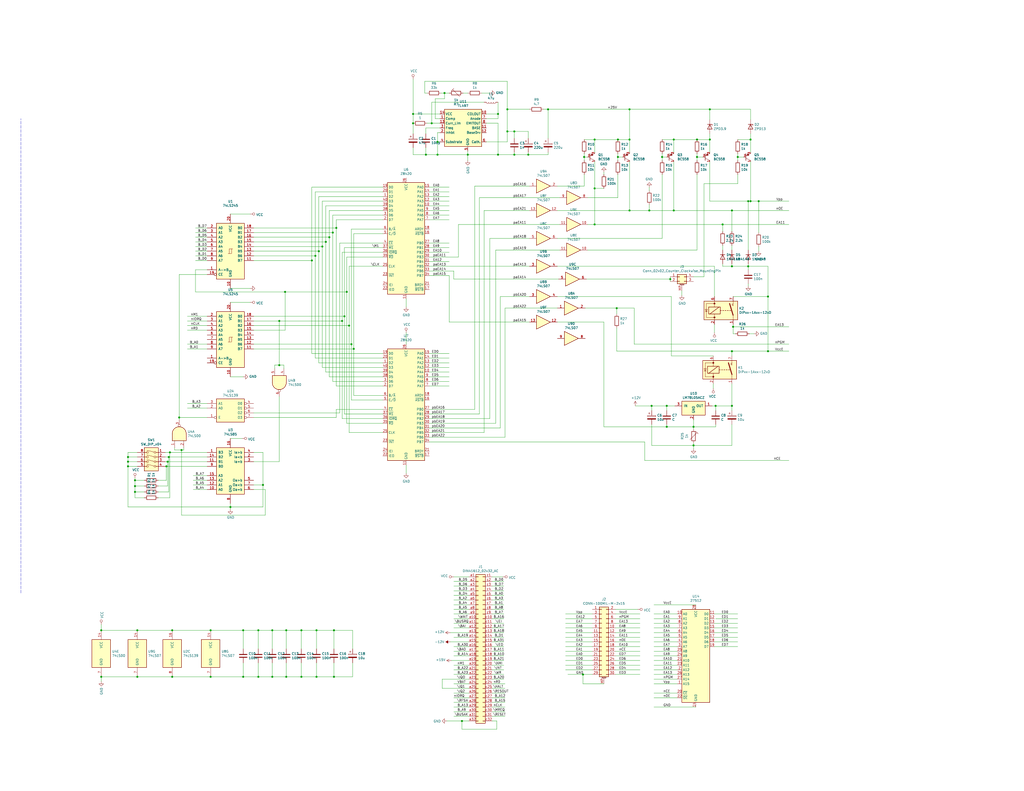
<source format=kicad_sch>
(kicad_sch (version 20211123) (generator eeschema)

  (uuid 74f5ec08-7600-4a0b-a9e4-aae29f9ea08a)

  (paper "C")

  (title_block
    (title "noname.sch")
    (date "21 jan 2013")
  )

  (lib_symbols
    (symbol "74xx:74LS00" (pin_names (offset 1.016)) (in_bom yes) (on_board yes)
      (property "Reference" "U" (id 0) (at 0 1.27 0)
        (effects (font (size 1.27 1.27)))
      )
      (property "Value" "74LS00" (id 1) (at 0 -1.27 0)
        (effects (font (size 1.27 1.27)))
      )
      (property "Footprint" "" (id 2) (at 0 0 0)
        (effects (font (size 1.27 1.27)) hide)
      )
      (property "Datasheet" "http://www.ti.com/lit/gpn/sn74ls00" (id 3) (at 0 0 0)
        (effects (font (size 1.27 1.27)) hide)
      )
      (property "ki_locked" "" (id 4) (at 0 0 0)
        (effects (font (size 1.27 1.27)))
      )
      (property "ki_keywords" "TTL nand 2-input" (id 5) (at 0 0 0)
        (effects (font (size 1.27 1.27)) hide)
      )
      (property "ki_description" "quad 2-input NAND gate" (id 6) (at 0 0 0)
        (effects (font (size 1.27 1.27)) hide)
      )
      (property "ki_fp_filters" "DIP*W7.62mm* SO14*" (id 7) (at 0 0 0)
        (effects (font (size 1.27 1.27)) hide)
      )
      (symbol "74LS00_1_1"
        (arc (start 0 -3.81) (mid 3.81 0) (end 0 3.81)
          (stroke (width 0.254) (type default) (color 0 0 0 0))
          (fill (type background))
        )
        (polyline
          (pts
            (xy 0 3.81)
            (xy -3.81 3.81)
            (xy -3.81 -3.81)
            (xy 0 -3.81)
          )
          (stroke (width 0.254) (type default) (color 0 0 0 0))
          (fill (type background))
        )
        (pin input line (at -7.62 2.54 0) (length 3.81)
          (name "~" (effects (font (size 1.27 1.27))))
          (number "1" (effects (font (size 1.27 1.27))))
        )
        (pin input line (at -7.62 -2.54 0) (length 3.81)
          (name "~" (effects (font (size 1.27 1.27))))
          (number "2" (effects (font (size 1.27 1.27))))
        )
        (pin output inverted (at 7.62 0 180) (length 3.81)
          (name "~" (effects (font (size 1.27 1.27))))
          (number "3" (effects (font (size 1.27 1.27))))
        )
      )
      (symbol "74LS00_1_2"
        (arc (start -3.81 -3.81) (mid -2.589 0) (end -3.81 3.81)
          (stroke (width 0.254) (type default) (color 0 0 0 0))
          (fill (type none))
        )
        (arc (start -0.6096 -3.81) (mid 2.1855 -2.584) (end 3.81 0)
          (stroke (width 0.254) (type default) (color 0 0 0 0))
          (fill (type background))
        )
        (polyline
          (pts
            (xy -3.81 -3.81)
            (xy -0.635 -3.81)
          )
          (stroke (width 0.254) (type default) (color 0 0 0 0))
          (fill (type background))
        )
        (polyline
          (pts
            (xy -3.81 3.81)
            (xy -0.635 3.81)
          )
          (stroke (width 0.254) (type default) (color 0 0 0 0))
          (fill (type background))
        )
        (polyline
          (pts
            (xy -0.635 3.81)
            (xy -3.81 3.81)
            (xy -3.81 3.81)
            (xy -3.556 3.4036)
            (xy -3.0226 2.2606)
            (xy -2.6924 1.0414)
            (xy -2.6162 -0.254)
            (xy -2.7686 -1.4986)
            (xy -3.175 -2.7178)
            (xy -3.81 -3.81)
            (xy -3.81 -3.81)
            (xy -0.635 -3.81)
          )
          (stroke (width -25.4) (type default) (color 0 0 0 0))
          (fill (type background))
        )
        (arc (start 3.81 0) (mid 2.1928 2.5925) (end -0.6096 3.81)
          (stroke (width 0.254) (type default) (color 0 0 0 0))
          (fill (type background))
        )
        (pin input inverted (at -7.62 2.54 0) (length 4.318)
          (name "~" (effects (font (size 1.27 1.27))))
          (number "1" (effects (font (size 1.27 1.27))))
        )
        (pin input inverted (at -7.62 -2.54 0) (length 4.318)
          (name "~" (effects (font (size 1.27 1.27))))
          (number "2" (effects (font (size 1.27 1.27))))
        )
        (pin output line (at 7.62 0 180) (length 3.81)
          (name "~" (effects (font (size 1.27 1.27))))
          (number "3" (effects (font (size 1.27 1.27))))
        )
      )
      (symbol "74LS00_2_1"
        (arc (start 0 -3.81) (mid 3.81 0) (end 0 3.81)
          (stroke (width 0.254) (type default) (color 0 0 0 0))
          (fill (type background))
        )
        (polyline
          (pts
            (xy 0 3.81)
            (xy -3.81 3.81)
            (xy -3.81 -3.81)
            (xy 0 -3.81)
          )
          (stroke (width 0.254) (type default) (color 0 0 0 0))
          (fill (type background))
        )
        (pin input line (at -7.62 2.54 0) (length 3.81)
          (name "~" (effects (font (size 1.27 1.27))))
          (number "4" (effects (font (size 1.27 1.27))))
        )
        (pin input line (at -7.62 -2.54 0) (length 3.81)
          (name "~" (effects (font (size 1.27 1.27))))
          (number "5" (effects (font (size 1.27 1.27))))
        )
        (pin output inverted (at 7.62 0 180) (length 3.81)
          (name "~" (effects (font (size 1.27 1.27))))
          (number "6" (effects (font (size 1.27 1.27))))
        )
      )
      (symbol "74LS00_2_2"
        (arc (start -3.81 -3.81) (mid -2.589 0) (end -3.81 3.81)
          (stroke (width 0.254) (type default) (color 0 0 0 0))
          (fill (type none))
        )
        (arc (start -0.6096 -3.81) (mid 2.1855 -2.584) (end 3.81 0)
          (stroke (width 0.254) (type default) (color 0 0 0 0))
          (fill (type background))
        )
        (polyline
          (pts
            (xy -3.81 -3.81)
            (xy -0.635 -3.81)
          )
          (stroke (width 0.254) (type default) (color 0 0 0 0))
          (fill (type background))
        )
        (polyline
          (pts
            (xy -3.81 3.81)
            (xy -0.635 3.81)
          )
          (stroke (width 0.254) (type default) (color 0 0 0 0))
          (fill (type background))
        )
        (polyline
          (pts
            (xy -0.635 3.81)
            (xy -3.81 3.81)
            (xy -3.81 3.81)
            (xy -3.556 3.4036)
            (xy -3.0226 2.2606)
            (xy -2.6924 1.0414)
            (xy -2.6162 -0.254)
            (xy -2.7686 -1.4986)
            (xy -3.175 -2.7178)
            (xy -3.81 -3.81)
            (xy -3.81 -3.81)
            (xy -0.635 -3.81)
          )
          (stroke (width -25.4) (type default) (color 0 0 0 0))
          (fill (type background))
        )
        (arc (start 3.81 0) (mid 2.1928 2.5925) (end -0.6096 3.81)
          (stroke (width 0.254) (type default) (color 0 0 0 0))
          (fill (type background))
        )
        (pin input inverted (at -7.62 2.54 0) (length 4.318)
          (name "~" (effects (font (size 1.27 1.27))))
          (number "4" (effects (font (size 1.27 1.27))))
        )
        (pin input inverted (at -7.62 -2.54 0) (length 4.318)
          (name "~" (effects (font (size 1.27 1.27))))
          (number "5" (effects (font (size 1.27 1.27))))
        )
        (pin output line (at 7.62 0 180) (length 3.81)
          (name "~" (effects (font (size 1.27 1.27))))
          (number "6" (effects (font (size 1.27 1.27))))
        )
      )
      (symbol "74LS00_3_1"
        (arc (start 0 -3.81) (mid 3.81 0) (end 0 3.81)
          (stroke (width 0.254) (type default) (color 0 0 0 0))
          (fill (type background))
        )
        (polyline
          (pts
            (xy 0 3.81)
            (xy -3.81 3.81)
            (xy -3.81 -3.81)
            (xy 0 -3.81)
          )
          (stroke (width 0.254) (type default) (color 0 0 0 0))
          (fill (type background))
        )
        (pin input line (at -7.62 -2.54 0) (length 3.81)
          (name "~" (effects (font (size 1.27 1.27))))
          (number "10" (effects (font (size 1.27 1.27))))
        )
        (pin output inverted (at 7.62 0 180) (length 3.81)
          (name "~" (effects (font (size 1.27 1.27))))
          (number "8" (effects (font (size 1.27 1.27))))
        )
        (pin input line (at -7.62 2.54 0) (length 3.81)
          (name "~" (effects (font (size 1.27 1.27))))
          (number "9" (effects (font (size 1.27 1.27))))
        )
      )
      (symbol "74LS00_3_2"
        (arc (start -3.81 -3.81) (mid -2.589 0) (end -3.81 3.81)
          (stroke (width 0.254) (type default) (color 0 0 0 0))
          (fill (type none))
        )
        (arc (start -0.6096 -3.81) (mid 2.1855 -2.584) (end 3.81 0)
          (stroke (width 0.254) (type default) (color 0 0 0 0))
          (fill (type background))
        )
        (polyline
          (pts
            (xy -3.81 -3.81)
            (xy -0.635 -3.81)
          )
          (stroke (width 0.254) (type default) (color 0 0 0 0))
          (fill (type background))
        )
        (polyline
          (pts
            (xy -3.81 3.81)
            (xy -0.635 3.81)
          )
          (stroke (width 0.254) (type default) (color 0 0 0 0))
          (fill (type background))
        )
        (polyline
          (pts
            (xy -0.635 3.81)
            (xy -3.81 3.81)
            (xy -3.81 3.81)
            (xy -3.556 3.4036)
            (xy -3.0226 2.2606)
            (xy -2.6924 1.0414)
            (xy -2.6162 -0.254)
            (xy -2.7686 -1.4986)
            (xy -3.175 -2.7178)
            (xy -3.81 -3.81)
            (xy -3.81 -3.81)
            (xy -0.635 -3.81)
          )
          (stroke (width -25.4) (type default) (color 0 0 0 0))
          (fill (type background))
        )
        (arc (start 3.81 0) (mid 2.1928 2.5925) (end -0.6096 3.81)
          (stroke (width 0.254) (type default) (color 0 0 0 0))
          (fill (type background))
        )
        (pin input inverted (at -7.62 -2.54 0) (length 4.318)
          (name "~" (effects (font (size 1.27 1.27))))
          (number "10" (effects (font (size 1.27 1.27))))
        )
        (pin output line (at 7.62 0 180) (length 3.81)
          (name "~" (effects (font (size 1.27 1.27))))
          (number "8" (effects (font (size 1.27 1.27))))
        )
        (pin input inverted (at -7.62 2.54 0) (length 4.318)
          (name "~" (effects (font (size 1.27 1.27))))
          (number "9" (effects (font (size 1.27 1.27))))
        )
      )
      (symbol "74LS00_4_1"
        (arc (start 0 -3.81) (mid 3.81 0) (end 0 3.81)
          (stroke (width 0.254) (type default) (color 0 0 0 0))
          (fill (type background))
        )
        (polyline
          (pts
            (xy 0 3.81)
            (xy -3.81 3.81)
            (xy -3.81 -3.81)
            (xy 0 -3.81)
          )
          (stroke (width 0.254) (type default) (color 0 0 0 0))
          (fill (type background))
        )
        (pin output inverted (at 7.62 0 180) (length 3.81)
          (name "~" (effects (font (size 1.27 1.27))))
          (number "11" (effects (font (size 1.27 1.27))))
        )
        (pin input line (at -7.62 2.54 0) (length 3.81)
          (name "~" (effects (font (size 1.27 1.27))))
          (number "12" (effects (font (size 1.27 1.27))))
        )
        (pin input line (at -7.62 -2.54 0) (length 3.81)
          (name "~" (effects (font (size 1.27 1.27))))
          (number "13" (effects (font (size 1.27 1.27))))
        )
      )
      (symbol "74LS00_4_2"
        (arc (start -3.81 -3.81) (mid -2.589 0) (end -3.81 3.81)
          (stroke (width 0.254) (type default) (color 0 0 0 0))
          (fill (type none))
        )
        (arc (start -0.6096 -3.81) (mid 2.1855 -2.584) (end 3.81 0)
          (stroke (width 0.254) (type default) (color 0 0 0 0))
          (fill (type background))
        )
        (polyline
          (pts
            (xy -3.81 -3.81)
            (xy -0.635 -3.81)
          )
          (stroke (width 0.254) (type default) (color 0 0 0 0))
          (fill (type background))
        )
        (polyline
          (pts
            (xy -3.81 3.81)
            (xy -0.635 3.81)
          )
          (stroke (width 0.254) (type default) (color 0 0 0 0))
          (fill (type background))
        )
        (polyline
          (pts
            (xy -0.635 3.81)
            (xy -3.81 3.81)
            (xy -3.81 3.81)
            (xy -3.556 3.4036)
            (xy -3.0226 2.2606)
            (xy -2.6924 1.0414)
            (xy -2.6162 -0.254)
            (xy -2.7686 -1.4986)
            (xy -3.175 -2.7178)
            (xy -3.81 -3.81)
            (xy -3.81 -3.81)
            (xy -0.635 -3.81)
          )
          (stroke (width -25.4) (type default) (color 0 0 0 0))
          (fill (type background))
        )
        (arc (start 3.81 0) (mid 2.1928 2.5925) (end -0.6096 3.81)
          (stroke (width 0.254) (type default) (color 0 0 0 0))
          (fill (type background))
        )
        (pin output line (at 7.62 0 180) (length 3.81)
          (name "~" (effects (font (size 1.27 1.27))))
          (number "11" (effects (font (size 1.27 1.27))))
        )
        (pin input inverted (at -7.62 2.54 0) (length 4.318)
          (name "~" (effects (font (size 1.27 1.27))))
          (number "12" (effects (font (size 1.27 1.27))))
        )
        (pin input inverted (at -7.62 -2.54 0) (length 4.318)
          (name "~" (effects (font (size 1.27 1.27))))
          (number "13" (effects (font (size 1.27 1.27))))
        )
      )
      (symbol "74LS00_5_0"
        (pin power_in line (at 0 12.7 270) (length 5.08)
          (name "VCC" (effects (font (size 1.27 1.27))))
          (number "14" (effects (font (size 1.27 1.27))))
        )
        (pin power_in line (at 0 -12.7 90) (length 5.08)
          (name "GND" (effects (font (size 1.27 1.27))))
          (number "7" (effects (font (size 1.27 1.27))))
        )
      )
      (symbol "74LS00_5_1"
        (rectangle (start -5.08 7.62) (end 5.08 -7.62)
          (stroke (width 0.254) (type default) (color 0 0 0 0))
          (fill (type background))
        )
      )
    )
    (symbol "74xx:74LS07" (pin_names (offset 1.016)) (in_bom yes) (on_board yes)
      (property "Reference" "U" (id 0) (at 0 1.27 0)
        (effects (font (size 1.27 1.27)))
      )
      (property "Value" "74LS07" (id 1) (at 0 -1.27 0)
        (effects (font (size 1.27 1.27)))
      )
      (property "Footprint" "" (id 2) (at 0 0 0)
        (effects (font (size 1.27 1.27)) hide)
      )
      (property "Datasheet" "www.ti.com/lit/ds/symlink/sn74ls07.pdf" (id 3) (at 0 0 0)
        (effects (font (size 1.27 1.27)) hide)
      )
      (property "ki_locked" "" (id 4) (at 0 0 0)
        (effects (font (size 1.27 1.27)))
      )
      (property "ki_keywords" "TTL hex buffer OpenCol" (id 5) (at 0 0 0)
        (effects (font (size 1.27 1.27)) hide)
      )
      (property "ki_description" "Hex Buffers and Drivers With Open Collector High Voltage Outputs" (id 6) (at 0 0 0)
        (effects (font (size 1.27 1.27)) hide)
      )
      (property "ki_fp_filters" "SOIC*3.9x8.7mm*P1.27mm* TSSOP*4.4x5mm*P0.65mm* DIP*W7.62mm*" (id 7) (at 0 0 0)
        (effects (font (size 1.27 1.27)) hide)
      )
      (symbol "74LS07_1_0"
        (polyline
          (pts
            (xy -3.81 3.81)
            (xy -3.81 -3.81)
            (xy 3.81 0)
            (xy -3.81 3.81)
          )
          (stroke (width 0.254) (type default) (color 0 0 0 0))
          (fill (type background))
        )
        (pin input line (at -7.62 0 0) (length 3.81)
          (name "~" (effects (font (size 1.27 1.27))))
          (number "1" (effects (font (size 1.27 1.27))))
        )
        (pin open_collector line (at 7.62 0 180) (length 3.81)
          (name "~" (effects (font (size 1.27 1.27))))
          (number "2" (effects (font (size 1.27 1.27))))
        )
      )
      (symbol "74LS07_2_0"
        (polyline
          (pts
            (xy -3.81 3.81)
            (xy -3.81 -3.81)
            (xy 3.81 0)
            (xy -3.81 3.81)
          )
          (stroke (width 0.254) (type default) (color 0 0 0 0))
          (fill (type background))
        )
        (pin input line (at -7.62 0 0) (length 3.81)
          (name "~" (effects (font (size 1.27 1.27))))
          (number "3" (effects (font (size 1.27 1.27))))
        )
        (pin open_collector line (at 7.62 0 180) (length 3.81)
          (name "~" (effects (font (size 1.27 1.27))))
          (number "4" (effects (font (size 1.27 1.27))))
        )
      )
      (symbol "74LS07_3_0"
        (polyline
          (pts
            (xy -3.81 3.81)
            (xy -3.81 -3.81)
            (xy 3.81 0)
            (xy -3.81 3.81)
          )
          (stroke (width 0.254) (type default) (color 0 0 0 0))
          (fill (type background))
        )
        (pin input line (at -7.62 0 0) (length 3.81)
          (name "~" (effects (font (size 1.27 1.27))))
          (number "5" (effects (font (size 1.27 1.27))))
        )
        (pin open_collector line (at 7.62 0 180) (length 3.81)
          (name "~" (effects (font (size 1.27 1.27))))
          (number "6" (effects (font (size 1.27 1.27))))
        )
      )
      (symbol "74LS07_4_0"
        (polyline
          (pts
            (xy -3.81 3.81)
            (xy -3.81 -3.81)
            (xy 3.81 0)
            (xy -3.81 3.81)
          )
          (stroke (width 0.254) (type default) (color 0 0 0 0))
          (fill (type background))
        )
        (pin open_collector line (at 7.62 0 180) (length 3.81)
          (name "~" (effects (font (size 1.27 1.27))))
          (number "8" (effects (font (size 1.27 1.27))))
        )
        (pin input line (at -7.62 0 0) (length 3.81)
          (name "~" (effects (font (size 1.27 1.27))))
          (number "9" (effects (font (size 1.27 1.27))))
        )
      )
      (symbol "74LS07_5_0"
        (polyline
          (pts
            (xy -3.81 3.81)
            (xy -3.81 -3.81)
            (xy 3.81 0)
            (xy -3.81 3.81)
          )
          (stroke (width 0.254) (type default) (color 0 0 0 0))
          (fill (type background))
        )
        (pin open_collector line (at 7.62 0 180) (length 3.81)
          (name "~" (effects (font (size 1.27 1.27))))
          (number "10" (effects (font (size 1.27 1.27))))
        )
        (pin input line (at -7.62 0 0) (length 3.81)
          (name "~" (effects (font (size 1.27 1.27))))
          (number "11" (effects (font (size 1.27 1.27))))
        )
      )
      (symbol "74LS07_6_0"
        (polyline
          (pts
            (xy -3.81 3.81)
            (xy -3.81 -3.81)
            (xy 3.81 0)
            (xy -3.81 3.81)
          )
          (stroke (width 0.254) (type default) (color 0 0 0 0))
          (fill (type background))
        )
        (pin open_collector line (at 7.62 0 180) (length 3.81)
          (name "~" (effects (font (size 1.27 1.27))))
          (number "12" (effects (font (size 1.27 1.27))))
        )
        (pin input line (at -7.62 0 0) (length 3.81)
          (name "~" (effects (font (size 1.27 1.27))))
          (number "13" (effects (font (size 1.27 1.27))))
        )
      )
      (symbol "74LS07_7_0"
        (pin power_in line (at 0 12.7 270) (length 5.08)
          (name "VCC" (effects (font (size 1.27 1.27))))
          (number "14" (effects (font (size 1.27 1.27))))
        )
        (pin power_in line (at 0 -12.7 90) (length 5.08)
          (name "GND" (effects (font (size 1.27 1.27))))
          (number "7" (effects (font (size 1.27 1.27))))
        )
      )
      (symbol "74LS07_7_1"
        (rectangle (start -5.08 7.62) (end 5.08 -7.62)
          (stroke (width 0.254) (type default) (color 0 0 0 0))
          (fill (type background))
        )
      )
    )
    (symbol "74xx:74LS139" (pin_names (offset 1.016)) (in_bom yes) (on_board yes)
      (property "Reference" "U" (id 0) (at -7.62 8.89 0)
        (effects (font (size 1.27 1.27)))
      )
      (property "Value" "74LS139" (id 1) (at -7.62 -8.89 0)
        (effects (font (size 1.27 1.27)))
      )
      (property "Footprint" "" (id 2) (at 0 0 0)
        (effects (font (size 1.27 1.27)) hide)
      )
      (property "Datasheet" "http://www.ti.com/lit/ds/symlink/sn74ls139a.pdf" (id 3) (at 0 0 0)
        (effects (font (size 1.27 1.27)) hide)
      )
      (property "ki_locked" "" (id 4) (at 0 0 0)
        (effects (font (size 1.27 1.27)))
      )
      (property "ki_keywords" "TTL DECOD4" (id 5) (at 0 0 0)
        (effects (font (size 1.27 1.27)) hide)
      )
      (property "ki_description" "Dual Decoder 1 of 4, Active low outputs" (id 6) (at 0 0 0)
        (effects (font (size 1.27 1.27)) hide)
      )
      (property "ki_fp_filters" "DIP?16*" (id 7) (at 0 0 0)
        (effects (font (size 1.27 1.27)) hide)
      )
      (symbol "74LS139_1_0"
        (pin input inverted (at -12.7 -5.08 0) (length 5.08)
          (name "E" (effects (font (size 1.27 1.27))))
          (number "1" (effects (font (size 1.27 1.27))))
        )
        (pin input line (at -12.7 0 0) (length 5.08)
          (name "A0" (effects (font (size 1.27 1.27))))
          (number "2" (effects (font (size 1.27 1.27))))
        )
        (pin input line (at -12.7 2.54 0) (length 5.08)
          (name "A1" (effects (font (size 1.27 1.27))))
          (number "3" (effects (font (size 1.27 1.27))))
        )
        (pin output inverted (at 12.7 2.54 180) (length 5.08)
          (name "O0" (effects (font (size 1.27 1.27))))
          (number "4" (effects (font (size 1.27 1.27))))
        )
        (pin output inverted (at 12.7 0 180) (length 5.08)
          (name "O1" (effects (font (size 1.27 1.27))))
          (number "5" (effects (font (size 1.27 1.27))))
        )
        (pin output inverted (at 12.7 -2.54 180) (length 5.08)
          (name "O2" (effects (font (size 1.27 1.27))))
          (number "6" (effects (font (size 1.27 1.27))))
        )
        (pin output inverted (at 12.7 -5.08 180) (length 5.08)
          (name "O3" (effects (font (size 1.27 1.27))))
          (number "7" (effects (font (size 1.27 1.27))))
        )
      )
      (symbol "74LS139_1_1"
        (rectangle (start -7.62 5.08) (end 7.62 -7.62)
          (stroke (width 0.254) (type default) (color 0 0 0 0))
          (fill (type background))
        )
      )
      (symbol "74LS139_2_0"
        (pin output inverted (at 12.7 -2.54 180) (length 5.08)
          (name "O2" (effects (font (size 1.27 1.27))))
          (number "10" (effects (font (size 1.27 1.27))))
        )
        (pin output inverted (at 12.7 0 180) (length 5.08)
          (name "O1" (effects (font (size 1.27 1.27))))
          (number "11" (effects (font (size 1.27 1.27))))
        )
        (pin output inverted (at 12.7 2.54 180) (length 5.08)
          (name "O0" (effects (font (size 1.27 1.27))))
          (number "12" (effects (font (size 1.27 1.27))))
        )
        (pin input line (at -12.7 2.54 0) (length 5.08)
          (name "A1" (effects (font (size 1.27 1.27))))
          (number "13" (effects (font (size 1.27 1.27))))
        )
        (pin input line (at -12.7 0 0) (length 5.08)
          (name "A0" (effects (font (size 1.27 1.27))))
          (number "14" (effects (font (size 1.27 1.27))))
        )
        (pin input inverted (at -12.7 -5.08 0) (length 5.08)
          (name "E" (effects (font (size 1.27 1.27))))
          (number "15" (effects (font (size 1.27 1.27))))
        )
        (pin output inverted (at 12.7 -5.08 180) (length 5.08)
          (name "O3" (effects (font (size 1.27 1.27))))
          (number "9" (effects (font (size 1.27 1.27))))
        )
      )
      (symbol "74LS139_2_1"
        (rectangle (start -7.62 5.08) (end 7.62 -7.62)
          (stroke (width 0.254) (type default) (color 0 0 0 0))
          (fill (type background))
        )
      )
      (symbol "74LS139_3_0"
        (pin power_in line (at 0 12.7 270) (length 5.08)
          (name "VCC" (effects (font (size 1.27 1.27))))
          (number "16" (effects (font (size 1.27 1.27))))
        )
        (pin power_in line (at 0 -12.7 90) (length 5.08)
          (name "GND" (effects (font (size 1.27 1.27))))
          (number "8" (effects (font (size 1.27 1.27))))
        )
      )
      (symbol "74LS139_3_1"
        (rectangle (start -5.08 7.62) (end 5.08 -7.62)
          (stroke (width 0.254) (type default) (color 0 0 0 0))
          (fill (type background))
        )
      )
    )
    (symbol "74xx:74LS245" (pin_names (offset 1.016)) (in_bom yes) (on_board yes)
      (property "Reference" "U" (id 0) (at -7.62 16.51 0)
        (effects (font (size 1.27 1.27)))
      )
      (property "Value" "74LS245" (id 1) (at -7.62 -16.51 0)
        (effects (font (size 1.27 1.27)))
      )
      (property "Footprint" "" (id 2) (at 0 0 0)
        (effects (font (size 1.27 1.27)) hide)
      )
      (property "Datasheet" "http://www.ti.com/lit/gpn/sn74LS245" (id 3) (at 0 0 0)
        (effects (font (size 1.27 1.27)) hide)
      )
      (property "ki_locked" "" (id 4) (at 0 0 0)
        (effects (font (size 1.27 1.27)))
      )
      (property "ki_keywords" "TTL BUS 3State" (id 5) (at 0 0 0)
        (effects (font (size 1.27 1.27)) hide)
      )
      (property "ki_description" "Octal BUS Transceivers, 3-State outputs" (id 6) (at 0 0 0)
        (effects (font (size 1.27 1.27)) hide)
      )
      (property "ki_fp_filters" "DIP?20*" (id 7) (at 0 0 0)
        (effects (font (size 1.27 1.27)) hide)
      )
      (symbol "74LS245_1_0"
        (polyline
          (pts
            (xy -0.635 -1.27)
            (xy -0.635 1.27)
            (xy 0.635 1.27)
          )
          (stroke (width 0) (type default) (color 0 0 0 0))
          (fill (type none))
        )
        (polyline
          (pts
            (xy -1.27 -1.27)
            (xy 0.635 -1.27)
            (xy 0.635 1.27)
            (xy 1.27 1.27)
          )
          (stroke (width 0) (type default) (color 0 0 0 0))
          (fill (type none))
        )
        (pin input line (at -12.7 -10.16 0) (length 5.08)
          (name "A->B" (effects (font (size 1.27 1.27))))
          (number "1" (effects (font (size 1.27 1.27))))
        )
        (pin power_in line (at 0 -20.32 90) (length 5.08)
          (name "GND" (effects (font (size 1.27 1.27))))
          (number "10" (effects (font (size 1.27 1.27))))
        )
        (pin tri_state line (at 12.7 -5.08 180) (length 5.08)
          (name "B7" (effects (font (size 1.27 1.27))))
          (number "11" (effects (font (size 1.27 1.27))))
        )
        (pin tri_state line (at 12.7 -2.54 180) (length 5.08)
          (name "B6" (effects (font (size 1.27 1.27))))
          (number "12" (effects (font (size 1.27 1.27))))
        )
        (pin tri_state line (at 12.7 0 180) (length 5.08)
          (name "B5" (effects (font (size 1.27 1.27))))
          (number "13" (effects (font (size 1.27 1.27))))
        )
        (pin tri_state line (at 12.7 2.54 180) (length 5.08)
          (name "B4" (effects (font (size 1.27 1.27))))
          (number "14" (effects (font (size 1.27 1.27))))
        )
        (pin tri_state line (at 12.7 5.08 180) (length 5.08)
          (name "B3" (effects (font (size 1.27 1.27))))
          (number "15" (effects (font (size 1.27 1.27))))
        )
        (pin tri_state line (at 12.7 7.62 180) (length 5.08)
          (name "B2" (effects (font (size 1.27 1.27))))
          (number "16" (effects (font (size 1.27 1.27))))
        )
        (pin tri_state line (at 12.7 10.16 180) (length 5.08)
          (name "B1" (effects (font (size 1.27 1.27))))
          (number "17" (effects (font (size 1.27 1.27))))
        )
        (pin tri_state line (at 12.7 12.7 180) (length 5.08)
          (name "B0" (effects (font (size 1.27 1.27))))
          (number "18" (effects (font (size 1.27 1.27))))
        )
        (pin input inverted (at -12.7 -12.7 0) (length 5.08)
          (name "CE" (effects (font (size 1.27 1.27))))
          (number "19" (effects (font (size 1.27 1.27))))
        )
        (pin tri_state line (at -12.7 12.7 0) (length 5.08)
          (name "A0" (effects (font (size 1.27 1.27))))
          (number "2" (effects (font (size 1.27 1.27))))
        )
        (pin power_in line (at 0 20.32 270) (length 5.08)
          (name "VCC" (effects (font (size 1.27 1.27))))
          (number "20" (effects (font (size 1.27 1.27))))
        )
        (pin tri_state line (at -12.7 10.16 0) (length 5.08)
          (name "A1" (effects (font (size 1.27 1.27))))
          (number "3" (effects (font (size 1.27 1.27))))
        )
        (pin tri_state line (at -12.7 7.62 0) (length 5.08)
          (name "A2" (effects (font (size 1.27 1.27))))
          (number "4" (effects (font (size 1.27 1.27))))
        )
        (pin tri_state line (at -12.7 5.08 0) (length 5.08)
          (name "A3" (effects (font (size 1.27 1.27))))
          (number "5" (effects (font (size 1.27 1.27))))
        )
        (pin tri_state line (at -12.7 2.54 0) (length 5.08)
          (name "A4" (effects (font (size 1.27 1.27))))
          (number "6" (effects (font (size 1.27 1.27))))
        )
        (pin tri_state line (at -12.7 0 0) (length 5.08)
          (name "A5" (effects (font (size 1.27 1.27))))
          (number "7" (effects (font (size 1.27 1.27))))
        )
        (pin tri_state line (at -12.7 -2.54 0) (length 5.08)
          (name "A6" (effects (font (size 1.27 1.27))))
          (number "8" (effects (font (size 1.27 1.27))))
        )
        (pin tri_state line (at -12.7 -5.08 0) (length 5.08)
          (name "A7" (effects (font (size 1.27 1.27))))
          (number "9" (effects (font (size 1.27 1.27))))
        )
      )
      (symbol "74LS245_1_1"
        (rectangle (start -7.62 15.24) (end 7.62 -15.24)
          (stroke (width 0.254) (type default) (color 0 0 0 0))
          (fill (type background))
        )
      )
    )
    (symbol "74xx:74LS85" (pin_names (offset 1.016)) (in_bom yes) (on_board yes)
      (property "Reference" "U" (id 0) (at -7.62 13.97 0)
        (effects (font (size 1.27 1.27)))
      )
      (property "Value" "74LS85" (id 1) (at -7.62 -13.97 0)
        (effects (font (size 1.27 1.27)))
      )
      (property "Footprint" "" (id 2) (at 0 0 0)
        (effects (font (size 1.27 1.27)) hide)
      )
      (property "Datasheet" "http://www.ti.com/lit/gpn/sn74LS85" (id 3) (at 0 0 0)
        (effects (font (size 1.27 1.27)) hide)
      )
      (property "ki_locked" "" (id 4) (at 0 0 0)
        (effects (font (size 1.27 1.27)))
      )
      (property "ki_keywords" "TTL COMP ARITH" (id 5) (at 0 0 0)
        (effects (font (size 1.27 1.27)) hide)
      )
      (property "ki_description" "4-bit Comparator" (id 6) (at 0 0 0)
        (effects (font (size 1.27 1.27)) hide)
      )
      (property "ki_fp_filters" "DIP?16*" (id 7) (at 0 0 0)
        (effects (font (size 1.27 1.27)) hide)
      )
      (symbol "74LS85_1_0"
        (pin input line (at -12.7 10.16 0) (length 5.08)
          (name "B3" (effects (font (size 1.27 1.27))))
          (number "1" (effects (font (size 1.27 1.27))))
        )
        (pin input line (at -12.7 -10.16 0) (length 5.08)
          (name "A0" (effects (font (size 1.27 1.27))))
          (number "10" (effects (font (size 1.27 1.27))))
        )
        (pin input line (at -12.7 5.08 0) (length 5.08)
          (name "B1" (effects (font (size 1.27 1.27))))
          (number "11" (effects (font (size 1.27 1.27))))
        )
        (pin input line (at -12.7 -7.62 0) (length 5.08)
          (name "A1" (effects (font (size 1.27 1.27))))
          (number "12" (effects (font (size 1.27 1.27))))
        )
        (pin input line (at -12.7 -5.08 0) (length 5.08)
          (name "A2" (effects (font (size 1.27 1.27))))
          (number "13" (effects (font (size 1.27 1.27))))
        )
        (pin input line (at -12.7 7.62 0) (length 5.08)
          (name "B2" (effects (font (size 1.27 1.27))))
          (number "14" (effects (font (size 1.27 1.27))))
        )
        (pin input line (at -12.7 -2.54 0) (length 5.08)
          (name "A3" (effects (font (size 1.27 1.27))))
          (number "15" (effects (font (size 1.27 1.27))))
        )
        (pin power_in line (at 0 17.78 270) (length 5.08)
          (name "VCC" (effects (font (size 1.27 1.27))))
          (number "16" (effects (font (size 1.27 1.27))))
        )
        (pin input line (at 12.7 7.62 180) (length 5.08)
          (name "Ia<b" (effects (font (size 1.27 1.27))))
          (number "2" (effects (font (size 1.27 1.27))))
        )
        (pin input line (at 12.7 5.08 180) (length 5.08)
          (name "Ia=b" (effects (font (size 1.27 1.27))))
          (number "3" (effects (font (size 1.27 1.27))))
        )
        (pin input line (at 12.7 10.16 180) (length 5.08)
          (name "Ia>b" (effects (font (size 1.27 1.27))))
          (number "4" (effects (font (size 1.27 1.27))))
        )
        (pin output line (at 12.7 -5.08 180) (length 5.08)
          (name "Oa>b" (effects (font (size 1.27 1.27))))
          (number "5" (effects (font (size 1.27 1.27))))
        )
        (pin output line (at 12.7 -10.16 180) (length 5.08)
          (name "Oa=b" (effects (font (size 1.27 1.27))))
          (number "6" (effects (font (size 1.27 1.27))))
        )
        (pin output line (at 12.7 -7.62 180) (length 5.08)
          (name "Oa<b" (effects (font (size 1.27 1.27))))
          (number "7" (effects (font (size 1.27 1.27))))
        )
        (pin power_in line (at 0 -17.78 90) (length 5.08)
          (name "GND" (effects (font (size 1.27 1.27))))
          (number "8" (effects (font (size 1.27 1.27))))
        )
        (pin input line (at -12.7 2.54 0) (length 5.08)
          (name "B0" (effects (font (size 1.27 1.27))))
          (number "9" (effects (font (size 1.27 1.27))))
        )
      )
      (symbol "74LS85_1_1"
        (rectangle (start -7.62 12.7) (end 7.62 -12.7)
          (stroke (width 0.254) (type default) (color 0 0 0 0))
          (fill (type background))
        )
      )
    )
    (symbol "AMS1117-3V3:LM78L05ACZ" (pin_names (offset 1.016)) (in_bom yes) (on_board yes)
      (property "Reference" "U" (id 0) (at -5.08 5.08 0)
        (effects (font (size 1.27 1.27)))
      )
      (property "Value" "AMS1117-3V3_LM78L05ACZ" (id 1) (at 0 5.08 0)
        (effects (font (size 1.27 1.27)) (justify left))
      )
      (property "Footprint" "TO-92" (id 2) (at 0 2.54 0)
        (effects (font (size 1.27 1.27) italic))
      )
      (property "Datasheet" "" (id 3) (at 0 0 0)
        (effects (font (size 1.27 1.27)))
      )
      (property "ki_fp_filters" "TO*" (id 4) (at 0 0 0)
        (effects (font (size 1.27 1.27)) hide)
      )
      (symbol "LM78L05ACZ_0_1"
        (rectangle (start -6.35 3.81) (end 6.35 -3.81)
          (stroke (width 0.254) (type default) (color 0 0 0 0))
          (fill (type background))
        )
      )
      (symbol "LM78L05ACZ_1_1"
        (pin power_out line (at 10.16 1.27 180) (length 3.81)
          (name "OUT" (effects (font (size 1.27 1.27))))
          (number "1" (effects (font (size 1.27 1.27))))
        )
        (pin power_in line (at 0 -6.35 90) (length 2.54)
          (name "GND" (effects (font (size 1.27 1.27))))
          (number "2" (effects (font (size 1.27 1.27))))
        )
        (pin input line (at -10.16 1.27 0) (length 3.81)
          (name "IN" (effects (font (size 1.27 1.27))))
          (number "3" (effects (font (size 1.27 1.27))))
        )
      )
    )
    (symbol "Connector:DIN41612_02x32_AC" (pin_names (offset 1.016) hide) (in_bom yes) (on_board yes)
      (property "Reference" "J" (id 0) (at 1.27 40.64 0)
        (effects (font (size 1.27 1.27)))
      )
      (property "Value" "DIN41612_02x32_AC" (id 1) (at 1.27 -43.18 0)
        (effects (font (size 1.27 1.27)))
      )
      (property "Footprint" "" (id 2) (at 0 0 0)
        (effects (font (size 1.27 1.27)) hide)
      )
      (property "Datasheet" "~" (id 3) (at 0 0 0)
        (effects (font (size 1.27 1.27)) hide)
      )
      (property "ki_keywords" "connector" (id 4) (at 0 0 0)
        (effects (font (size 1.27 1.27)) hide)
      )
      (property "ki_description" "DIN41612 connector, double row (AC), 02x32, script generated (kicad-library-utils/schlib/autogen/connector/)" (id 5) (at 0 0 0)
        (effects (font (size 1.27 1.27)) hide)
      )
      (property "ki_fp_filters" "DIN41612*2x*" (id 6) (at 0 0 0)
        (effects (font (size 1.27 1.27)) hide)
      )
      (symbol "DIN41612_02x32_AC_1_1"
        (rectangle (start -1.27 -40.513) (end 0 -40.767)
          (stroke (width 0.1524) (type default) (color 0 0 0 0))
          (fill (type none))
        )
        (rectangle (start -1.27 -37.973) (end 0 -38.227)
          (stroke (width 0.1524) (type default) (color 0 0 0 0))
          (fill (type none))
        )
        (rectangle (start -1.27 -35.433) (end 0 -35.687)
          (stroke (width 0.1524) (type default) (color 0 0 0 0))
          (fill (type none))
        )
        (rectangle (start -1.27 -32.893) (end 0 -33.147)
          (stroke (width 0.1524) (type default) (color 0 0 0 0))
          (fill (type none))
        )
        (rectangle (start -1.27 -30.353) (end 0 -30.607)
          (stroke (width 0.1524) (type default) (color 0 0 0 0))
          (fill (type none))
        )
        (rectangle (start -1.27 -27.813) (end 0 -28.067)
          (stroke (width 0.1524) (type default) (color 0 0 0 0))
          (fill (type none))
        )
        (rectangle (start -1.27 -25.273) (end 0 -25.527)
          (stroke (width 0.1524) (type default) (color 0 0 0 0))
          (fill (type none))
        )
        (rectangle (start -1.27 -22.733) (end 0 -22.987)
          (stroke (width 0.1524) (type default) (color 0 0 0 0))
          (fill (type none))
        )
        (rectangle (start -1.27 -20.193) (end 0 -20.447)
          (stroke (width 0.1524) (type default) (color 0 0 0 0))
          (fill (type none))
        )
        (rectangle (start -1.27 -17.653) (end 0 -17.907)
          (stroke (width 0.1524) (type default) (color 0 0 0 0))
          (fill (type none))
        )
        (rectangle (start -1.27 -15.113) (end 0 -15.367)
          (stroke (width 0.1524) (type default) (color 0 0 0 0))
          (fill (type none))
        )
        (rectangle (start -1.27 -12.573) (end 0 -12.827)
          (stroke (width 0.1524) (type default) (color 0 0 0 0))
          (fill (type none))
        )
        (rectangle (start -1.27 -10.033) (end 0 -10.287)
          (stroke (width 0.1524) (type default) (color 0 0 0 0))
          (fill (type none))
        )
        (rectangle (start -1.27 -7.493) (end 0 -7.747)
          (stroke (width 0.1524) (type default) (color 0 0 0 0))
          (fill (type none))
        )
        (rectangle (start -1.27 -4.953) (end 0 -5.207)
          (stroke (width 0.1524) (type default) (color 0 0 0 0))
          (fill (type none))
        )
        (rectangle (start -1.27 -2.413) (end 0 -2.667)
          (stroke (width 0.1524) (type default) (color 0 0 0 0))
          (fill (type none))
        )
        (rectangle (start -1.27 0.127) (end 0 -0.127)
          (stroke (width 0.1524) (type default) (color 0 0 0 0))
          (fill (type none))
        )
        (rectangle (start -1.27 2.667) (end 0 2.413)
          (stroke (width 0.1524) (type default) (color 0 0 0 0))
          (fill (type none))
        )
        (rectangle (start -1.27 5.207) (end 0 4.953)
          (stroke (width 0.1524) (type default) (color 0 0 0 0))
          (fill (type none))
        )
        (rectangle (start -1.27 7.747) (end 0 7.493)
          (stroke (width 0.1524) (type default) (color 0 0 0 0))
          (fill (type none))
        )
        (rectangle (start -1.27 10.287) (end 0 10.033)
          (stroke (width 0.1524) (type default) (color 0 0 0 0))
          (fill (type none))
        )
        (rectangle (start -1.27 12.827) (end 0 12.573)
          (stroke (width 0.1524) (type default) (color 0 0 0 0))
          (fill (type none))
        )
        (rectangle (start -1.27 15.367) (end 0 15.113)
          (stroke (width 0.1524) (type default) (color 0 0 0 0))
          (fill (type none))
        )
        (rectangle (start -1.27 17.907) (end 0 17.653)
          (stroke (width 0.1524) (type default) (color 0 0 0 0))
          (fill (type none))
        )
        (rectangle (start -1.27 20.447) (end 0 20.193)
          (stroke (width 0.1524) (type default) (color 0 0 0 0))
          (fill (type none))
        )
        (rectangle (start -1.27 22.987) (end 0 22.733)
          (stroke (width 0.1524) (type default) (color 0 0 0 0))
          (fill (type none))
        )
        (rectangle (start -1.27 25.527) (end 0 25.273)
          (stroke (width 0.1524) (type default) (color 0 0 0 0))
          (fill (type none))
        )
        (rectangle (start -1.27 28.067) (end 0 27.813)
          (stroke (width 0.1524) (type default) (color 0 0 0 0))
          (fill (type none))
        )
        (rectangle (start -1.27 30.607) (end 0 30.353)
          (stroke (width 0.1524) (type default) (color 0 0 0 0))
          (fill (type none))
        )
        (rectangle (start -1.27 33.147) (end 0 32.893)
          (stroke (width 0.1524) (type default) (color 0 0 0 0))
          (fill (type none))
        )
        (rectangle (start -1.27 35.687) (end 0 35.433)
          (stroke (width 0.1524) (type default) (color 0 0 0 0))
          (fill (type none))
        )
        (rectangle (start -1.27 38.227) (end 0 37.973)
          (stroke (width 0.1524) (type default) (color 0 0 0 0))
          (fill (type none))
        )
        (rectangle (start -1.27 39.37) (end 3.81 -41.91)
          (stroke (width 0.254) (type default) (color 0 0 0 0))
          (fill (type background))
        )
        (rectangle (start 3.81 -40.513) (end 2.54 -40.767)
          (stroke (width 0.1524) (type default) (color 0 0 0 0))
          (fill (type none))
        )
        (rectangle (start 3.81 -37.973) (end 2.54 -38.227)
          (stroke (width 0.1524) (type default) (color 0 0 0 0))
          (fill (type none))
        )
        (rectangle (start 3.81 -35.433) (end 2.54 -35.687)
          (stroke (width 0.1524) (type default) (color 0 0 0 0))
          (fill (type none))
        )
        (rectangle (start 3.81 -32.893) (end 2.54 -33.147)
          (stroke (width 0.1524) (type default) (color 0 0 0 0))
          (fill (type none))
        )
        (rectangle (start 3.81 -30.353) (end 2.54 -30.607)
          (stroke (width 0.1524) (type default) (color 0 0 0 0))
          (fill (type none))
        )
        (rectangle (start 3.81 -27.813) (end 2.54 -28.067)
          (stroke (width 0.1524) (type default) (color 0 0 0 0))
          (fill (type none))
        )
        (rectangle (start 3.81 -25.273) (end 2.54 -25.527)
          (stroke (width 0.1524) (type default) (color 0 0 0 0))
          (fill (type none))
        )
        (rectangle (start 3.81 -22.733) (end 2.54 -22.987)
          (stroke (width 0.1524) (type default) (color 0 0 0 0))
          (fill (type none))
        )
        (rectangle (start 3.81 -20.193) (end 2.54 -20.447)
          (stroke (width 0.1524) (type default) (color 0 0 0 0))
          (fill (type none))
        )
        (rectangle (start 3.81 -17.653) (end 2.54 -17.907)
          (stroke (width 0.1524) (type default) (color 0 0 0 0))
          (fill (type none))
        )
        (rectangle (start 3.81 -15.113) (end 2.54 -15.367)
          (stroke (width 0.1524) (type default) (color 0 0 0 0))
          (fill (type none))
        )
        (rectangle (start 3.81 -12.573) (end 2.54 -12.827)
          (stroke (width 0.1524) (type default) (color 0 0 0 0))
          (fill (type none))
        )
        (rectangle (start 3.81 -10.033) (end 2.54 -10.287)
          (stroke (width 0.1524) (type default) (color 0 0 0 0))
          (fill (type none))
        )
        (rectangle (start 3.81 -7.493) (end 2.54 -7.747)
          (stroke (width 0.1524) (type default) (color 0 0 0 0))
          (fill (type none))
        )
        (rectangle (start 3.81 -4.953) (end 2.54 -5.207)
          (stroke (width 0.1524) (type default) (color 0 0 0 0))
          (fill (type none))
        )
        (rectangle (start 3.81 -2.413) (end 2.54 -2.667)
          (stroke (width 0.1524) (type default) (color 0 0 0 0))
          (fill (type none))
        )
        (rectangle (start 3.81 0.127) (end 2.54 -0.127)
          (stroke (width 0.1524) (type default) (color 0 0 0 0))
          (fill (type none))
        )
        (rectangle (start 3.81 2.667) (end 2.54 2.413)
          (stroke (width 0.1524) (type default) (color 0 0 0 0))
          (fill (type none))
        )
        (rectangle (start 3.81 5.207) (end 2.54 4.953)
          (stroke (width 0.1524) (type default) (color 0 0 0 0))
          (fill (type none))
        )
        (rectangle (start 3.81 7.747) (end 2.54 7.493)
          (stroke (width 0.1524) (type default) (color 0 0 0 0))
          (fill (type none))
        )
        (rectangle (start 3.81 10.287) (end 2.54 10.033)
          (stroke (width 0.1524) (type default) (color 0 0 0 0))
          (fill (type none))
        )
        (rectangle (start 3.81 12.827) (end 2.54 12.573)
          (stroke (width 0.1524) (type default) (color 0 0 0 0))
          (fill (type none))
        )
        (rectangle (start 3.81 15.367) (end 2.54 15.113)
          (stroke (width 0.1524) (type default) (color 0 0 0 0))
          (fill (type none))
        )
        (rectangle (start 3.81 17.907) (end 2.54 17.653)
          (stroke (width 0.1524) (type default) (color 0 0 0 0))
          (fill (type none))
        )
        (rectangle (start 3.81 20.447) (end 2.54 20.193)
          (stroke (width 0.1524) (type default) (color 0 0 0 0))
          (fill (type none))
        )
        (rectangle (start 3.81 22.987) (end 2.54 22.733)
          (stroke (width 0.1524) (type default) (color 0 0 0 0))
          (fill (type none))
        )
        (rectangle (start 3.81 25.527) (end 2.54 25.273)
          (stroke (width 0.1524) (type default) (color 0 0 0 0))
          (fill (type none))
        )
        (rectangle (start 3.81 28.067) (end 2.54 27.813)
          (stroke (width 0.1524) (type default) (color 0 0 0 0))
          (fill (type none))
        )
        (rectangle (start 3.81 30.607) (end 2.54 30.353)
          (stroke (width 0.1524) (type default) (color 0 0 0 0))
          (fill (type none))
        )
        (rectangle (start 3.81 33.147) (end 2.54 32.893)
          (stroke (width 0.1524) (type default) (color 0 0 0 0))
          (fill (type none))
        )
        (rectangle (start 3.81 35.687) (end 2.54 35.433)
          (stroke (width 0.1524) (type default) (color 0 0 0 0))
          (fill (type none))
        )
        (rectangle (start 3.81 38.227) (end 2.54 37.973)
          (stroke (width 0.1524) (type default) (color 0 0 0 0))
          (fill (type none))
        )
        (pin passive line (at -5.08 38.1 0) (length 3.81)
          (name "Pin_a1" (effects (font (size 1.27 1.27))))
          (number "a1" (effects (font (size 1.27 1.27))))
        )
        (pin passive line (at -5.08 15.24 0) (length 3.81)
          (name "Pin_a10" (effects (font (size 1.27 1.27))))
          (number "a10" (effects (font (size 1.27 1.27))))
        )
        (pin passive line (at -5.08 12.7 0) (length 3.81)
          (name "Pin_a11" (effects (font (size 1.27 1.27))))
          (number "a11" (effects (font (size 1.27 1.27))))
        )
        (pin passive line (at -5.08 10.16 0) (length 3.81)
          (name "Pin_a12" (effects (font (size 1.27 1.27))))
          (number "a12" (effects (font (size 1.27 1.27))))
        )
        (pin passive line (at -5.08 7.62 0) (length 3.81)
          (name "Pin_a13" (effects (font (size 1.27 1.27))))
          (number "a13" (effects (font (size 1.27 1.27))))
        )
        (pin passive line (at -5.08 5.08 0) (length 3.81)
          (name "Pin_a14" (effects (font (size 1.27 1.27))))
          (number "a14" (effects (font (size 1.27 1.27))))
        )
        (pin passive line (at -5.08 2.54 0) (length 3.81)
          (name "Pin_a15" (effects (font (size 1.27 1.27))))
          (number "a15" (effects (font (size 1.27 1.27))))
        )
        (pin passive line (at -5.08 0 0) (length 3.81)
          (name "Pin_a16" (effects (font (size 1.27 1.27))))
          (number "a16" (effects (font (size 1.27 1.27))))
        )
        (pin passive line (at -5.08 -2.54 0) (length 3.81)
          (name "Pin_a17" (effects (font (size 1.27 1.27))))
          (number "a17" (effects (font (size 1.27 1.27))))
        )
        (pin passive line (at -5.08 -5.08 0) (length 3.81)
          (name "Pin_a18" (effects (font (size 1.27 1.27))))
          (number "a18" (effects (font (size 1.27 1.27))))
        )
        (pin passive line (at -5.08 -7.62 0) (length 3.81)
          (name "Pin_a19" (effects (font (size 1.27 1.27))))
          (number "a19" (effects (font (size 1.27 1.27))))
        )
        (pin passive line (at -5.08 35.56 0) (length 3.81)
          (name "Pin_a2" (effects (font (size 1.27 1.27))))
          (number "a2" (effects (font (size 1.27 1.27))))
        )
        (pin passive line (at -5.08 -10.16 0) (length 3.81)
          (name "Pin_a20" (effects (font (size 1.27 1.27))))
          (number "a20" (effects (font (size 1.27 1.27))))
        )
        (pin passive line (at -5.08 -12.7 0) (length 3.81)
          (name "Pin_a21" (effects (font (size 1.27 1.27))))
          (number "a21" (effects (font (size 1.27 1.27))))
        )
        (pin passive line (at -5.08 -15.24 0) (length 3.81)
          (name "Pin_a22" (effects (font (size 1.27 1.27))))
          (number "a22" (effects (font (size 1.27 1.27))))
        )
        (pin passive line (at -5.08 -17.78 0) (length 3.81)
          (name "Pin_a23" (effects (font (size 1.27 1.27))))
          (number "a23" (effects (font (size 1.27 1.27))))
        )
        (pin passive line (at -5.08 -20.32 0) (length 3.81)
          (name "Pin_a24" (effects (font (size 1.27 1.27))))
          (number "a24" (effects (font (size 1.27 1.27))))
        )
        (pin passive line (at -5.08 -22.86 0) (length 3.81)
          (name "Pin_a25" (effects (font (size 1.27 1.27))))
          (number "a25" (effects (font (size 1.27 1.27))))
        )
        (pin passive line (at -5.08 -25.4 0) (length 3.81)
          (name "Pin_a26" (effects (font (size 1.27 1.27))))
          (number "a26" (effects (font (size 1.27 1.27))))
        )
        (pin passive line (at -5.08 -27.94 0) (length 3.81)
          (name "Pin_a27" (effects (font (size 1.27 1.27))))
          (number "a27" (effects (font (size 1.27 1.27))))
        )
        (pin passive line (at -5.08 -30.48 0) (length 3.81)
          (name "Pin_a28" (effects (font (size 1.27 1.27))))
          (number "a28" (effects (font (size 1.27 1.27))))
        )
        (pin passive line (at -5.08 -33.02 0) (length 3.81)
          (name "Pin_a29" (effects (font (size 1.27 1.27))))
          (number "a29" (effects (font (size 1.27 1.27))))
        )
        (pin passive line (at -5.08 33.02 0) (length 3.81)
          (name "Pin_a3" (effects (font (size 1.27 1.27))))
          (number "a3" (effects (font (size 1.27 1.27))))
        )
        (pin passive line (at -5.08 -35.56 0) (length 3.81)
          (name "Pin_a30" (effects (font (size 1.27 1.27))))
          (number "a30" (effects (font (size 1.27 1.27))))
        )
        (pin passive line (at -5.08 -38.1 0) (length 3.81)
          (name "Pin_a31" (effects (font (size 1.27 1.27))))
          (number "a31" (effects (font (size 1.27 1.27))))
        )
        (pin passive line (at -5.08 -40.64 0) (length 3.81)
          (name "Pin_a32" (effects (font (size 1.27 1.27))))
          (number "a32" (effects (font (size 1.27 1.27))))
        )
        (pin passive line (at -5.08 30.48 0) (length 3.81)
          (name "Pin_a4" (effects (font (size 1.27 1.27))))
          (number "a4" (effects (font (size 1.27 1.27))))
        )
        (pin passive line (at -5.08 27.94 0) (length 3.81)
          (name "Pin_a5" (effects (font (size 1.27 1.27))))
          (number "a5" (effects (font (size 1.27 1.27))))
        )
        (pin passive line (at -5.08 25.4 0) (length 3.81)
          (name "Pin_a6" (effects (font (size 1.27 1.27))))
          (number "a6" (effects (font (size 1.27 1.27))))
        )
        (pin passive line (at -5.08 22.86 0) (length 3.81)
          (name "Pin_a7" (effects (font (size 1.27 1.27))))
          (number "a7" (effects (font (size 1.27 1.27))))
        )
        (pin passive line (at -5.08 20.32 0) (length 3.81)
          (name "Pin_a8" (effects (font (size 1.27 1.27))))
          (number "a8" (effects (font (size 1.27 1.27))))
        )
        (pin passive line (at -5.08 17.78 0) (length 3.81)
          (name "Pin_a9" (effects (font (size 1.27 1.27))))
          (number "a9" (effects (font (size 1.27 1.27))))
        )
        (pin passive line (at 7.62 38.1 180) (length 3.81)
          (name "Pin_c1" (effects (font (size 1.27 1.27))))
          (number "c1" (effects (font (size 1.27 1.27))))
        )
        (pin passive line (at 7.62 15.24 180) (length 3.81)
          (name "Pin_c10" (effects (font (size 1.27 1.27))))
          (number "c10" (effects (font (size 1.27 1.27))))
        )
        (pin passive line (at 7.62 12.7 180) (length 3.81)
          (name "Pin_c11" (effects (font (size 1.27 1.27))))
          (number "c11" (effects (font (size 1.27 1.27))))
        )
        (pin passive line (at 7.62 10.16 180) (length 3.81)
          (name "Pin_c12" (effects (font (size 1.27 1.27))))
          (number "c12" (effects (font (size 1.27 1.27))))
        )
        (pin passive line (at 7.62 7.62 180) (length 3.81)
          (name "Pin_c13" (effects (font (size 1.27 1.27))))
          (number "c13" (effects (font (size 1.27 1.27))))
        )
        (pin passive line (at 7.62 5.08 180) (length 3.81)
          (name "Pin_c14" (effects (font (size 1.27 1.27))))
          (number "c14" (effects (font (size 1.27 1.27))))
        )
        (pin passive line (at 7.62 2.54 180) (length 3.81)
          (name "Pin_c15" (effects (font (size 1.27 1.27))))
          (number "c15" (effects (font (size 1.27 1.27))))
        )
        (pin passive line (at 7.62 0 180) (length 3.81)
          (name "Pin_c16" (effects (font (size 1.27 1.27))))
          (number "c16" (effects (font (size 1.27 1.27))))
        )
        (pin passive line (at 7.62 -2.54 180) (length 3.81)
          (name "Pin_c17" (effects (font (size 1.27 1.27))))
          (number "c17" (effects (font (size 1.27 1.27))))
        )
        (pin passive line (at 7.62 -5.08 180) (length 3.81)
          (name "Pin_c18" (effects (font (size 1.27 1.27))))
          (number "c18" (effects (font (size 1.27 1.27))))
        )
        (pin passive line (at 7.62 -7.62 180) (length 3.81)
          (name "Pin_c19" (effects (font (size 1.27 1.27))))
          (number "c19" (effects (font (size 1.27 1.27))))
        )
        (pin passive line (at 7.62 35.56 180) (length 3.81)
          (name "Pin_c2" (effects (font (size 1.27 1.27))))
          (number "c2" (effects (font (size 1.27 1.27))))
        )
        (pin passive line (at 7.62 -10.16 180) (length 3.81)
          (name "Pin_c20" (effects (font (size 1.27 1.27))))
          (number "c20" (effects (font (size 1.27 1.27))))
        )
        (pin passive line (at 7.62 -12.7 180) (length 3.81)
          (name "Pin_c21" (effects (font (size 1.27 1.27))))
          (number "c21" (effects (font (size 1.27 1.27))))
        )
        (pin passive line (at 7.62 -15.24 180) (length 3.81)
          (name "Pin_c22" (effects (font (size 1.27 1.27))))
          (number "c22" (effects (font (size 1.27 1.27))))
        )
        (pin passive line (at 7.62 -17.78 180) (length 3.81)
          (name "Pin_c23" (effects (font (size 1.27 1.27))))
          (number "c23" (effects (font (size 1.27 1.27))))
        )
        (pin passive line (at 7.62 -20.32 180) (length 3.81)
          (name "Pin_c24" (effects (font (size 1.27 1.27))))
          (number "c24" (effects (font (size 1.27 1.27))))
        )
        (pin passive line (at 7.62 -22.86 180) (length 3.81)
          (name "Pin_c25" (effects (font (size 1.27 1.27))))
          (number "c25" (effects (font (size 1.27 1.27))))
        )
        (pin passive line (at 7.62 -25.4 180) (length 3.81)
          (name "Pin_c26" (effects (font (size 1.27 1.27))))
          (number "c26" (effects (font (size 1.27 1.27))))
        )
        (pin passive line (at 7.62 -27.94 180) (length 3.81)
          (name "Pin_c27" (effects (font (size 1.27 1.27))))
          (number "c27" (effects (font (size 1.27 1.27))))
        )
        (pin passive line (at 7.62 -30.48 180) (length 3.81)
          (name "Pin_c28" (effects (font (size 1.27 1.27))))
          (number "c28" (effects (font (size 1.27 1.27))))
        )
        (pin passive line (at 7.62 -33.02 180) (length 3.81)
          (name "Pin_c29" (effects (font (size 1.27 1.27))))
          (number "c29" (effects (font (size 1.27 1.27))))
        )
        (pin passive line (at 7.62 33.02 180) (length 3.81)
          (name "Pin_c3" (effects (font (size 1.27 1.27))))
          (number "c3" (effects (font (size 1.27 1.27))))
        )
        (pin passive line (at 7.62 -35.56 180) (length 3.81)
          (name "Pin_c30" (effects (font (size 1.27 1.27))))
          (number "c30" (effects (font (size 1.27 1.27))))
        )
        (pin passive line (at 7.62 -38.1 180) (length 3.81)
          (name "Pin_c31" (effects (font (size 1.27 1.27))))
          (number "c31" (effects (font (size 1.27 1.27))))
        )
        (pin passive line (at 7.62 -40.64 180) (length 3.81)
          (name "Pin_c32" (effects (font (size 1.27 1.27))))
          (number "c32" (effects (font (size 1.27 1.27))))
        )
        (pin passive line (at 7.62 30.48 180) (length 3.81)
          (name "Pin_c4" (effects (font (size 1.27 1.27))))
          (number "c4" (effects (font (size 1.27 1.27))))
        )
        (pin passive line (at 7.62 27.94 180) (length 3.81)
          (name "Pin_c5" (effects (font (size 1.27 1.27))))
          (number "c5" (effects (font (size 1.27 1.27))))
        )
        (pin passive line (at 7.62 25.4 180) (length 3.81)
          (name "Pin_c6" (effects (font (size 1.27 1.27))))
          (number "c6" (effects (font (size 1.27 1.27))))
        )
        (pin passive line (at 7.62 22.86 180) (length 3.81)
          (name "Pin_c7" (effects (font (size 1.27 1.27))))
          (number "c7" (effects (font (size 1.27 1.27))))
        )
        (pin passive line (at 7.62 20.32 180) (length 3.81)
          (name "Pin_c8" (effects (font (size 1.27 1.27))))
          (number "c8" (effects (font (size 1.27 1.27))))
        )
        (pin passive line (at 7.62 17.78 180) (length 3.81)
          (name "Pin_c9" (effects (font (size 1.27 1.27))))
          (number "c9" (effects (font (size 1.27 1.27))))
        )
      )
    )
    (symbol "Connector_Generic_MountingPin:Conn_02x02_Counter_Clockwise_MountingPin" (pin_names (offset 1.016) hide) (in_bom yes) (on_board yes)
      (property "Reference" "J" (id 0) (at 1.27 2.54 0)
        (effects (font (size 1.27 1.27)))
      )
      (property "Value" "Conn_02x02_Counter_Clockwise_MountingPin" (id 1) (at 2.54 -5.08 0)
        (effects (font (size 1.27 1.27)) (justify left))
      )
      (property "Footprint" "" (id 2) (at 0 0 0)
        (effects (font (size 1.27 1.27)) hide)
      )
      (property "Datasheet" "~" (id 3) (at 0 0 0)
        (effects (font (size 1.27 1.27)) hide)
      )
      (property "ki_keywords" "connector" (id 4) (at 0 0 0)
        (effects (font (size 1.27 1.27)) hide)
      )
      (property "ki_description" "Generic connectable mounting pin connector, double row, 02x02, counter clockwise pin numbering scheme (similar to DIP packge numbering), script generated (kicad-library-utils/schlib/autogen/connector/)" (id 5) (at 0 0 0)
        (effects (font (size 1.27 1.27)) hide)
      )
      (property "ki_fp_filters" "Connector*:*_2x??-1MP*" (id 6) (at 0 0 0)
        (effects (font (size 1.27 1.27)) hide)
      )
      (symbol "Conn_02x02_Counter_Clockwise_MountingPin_1_1"
        (rectangle (start -1.27 -2.413) (end 0 -2.667)
          (stroke (width 0.1524) (type default) (color 0 0 0 0))
          (fill (type none))
        )
        (rectangle (start -1.27 0.127) (end 0 -0.127)
          (stroke (width 0.1524) (type default) (color 0 0 0 0))
          (fill (type none))
        )
        (rectangle (start -1.27 1.27) (end 3.81 -3.81)
          (stroke (width 0.254) (type default) (color 0 0 0 0))
          (fill (type background))
        )
        (polyline
          (pts
            (xy 0.254 -4.572)
            (xy 2.286 -4.572)
          )
          (stroke (width 0.1524) (type default) (color 0 0 0 0))
          (fill (type none))
        )
        (rectangle (start 3.81 -2.413) (end 2.54 -2.667)
          (stroke (width 0.1524) (type default) (color 0 0 0 0))
          (fill (type none))
        )
        (rectangle (start 3.81 0.127) (end 2.54 -0.127)
          (stroke (width 0.1524) (type default) (color 0 0 0 0))
          (fill (type none))
        )
        (text "Mounting" (at 1.27 -4.191 0)
          (effects (font (size 0.381 0.381)))
        )
        (pin passive line (at -5.08 0 0) (length 3.81)
          (name "Pin_1" (effects (font (size 1.27 1.27))))
          (number "1" (effects (font (size 1.27 1.27))))
        )
        (pin passive line (at -5.08 -2.54 0) (length 3.81)
          (name "Pin_2" (effects (font (size 1.27 1.27))))
          (number "2" (effects (font (size 1.27 1.27))))
        )
        (pin passive line (at 7.62 -2.54 180) (length 3.81)
          (name "Pin_3" (effects (font (size 1.27 1.27))))
          (number "3" (effects (font (size 1.27 1.27))))
        )
        (pin passive line (at 7.62 0 180) (length 3.81)
          (name "Pin_4" (effects (font (size 1.27 1.27))))
          (number "4" (effects (font (size 1.27 1.27))))
        )
        (pin passive line (at 1.27 -7.62 90) (length 3.048)
          (name "MountPin" (effects (font (size 1.27 1.27))))
          (number "MP" (effects (font (size 1.27 1.27))))
        )
      )
    )
    (symbol "Connector_Generic_MountingPin:Conn_02x15_Odd_Even_MountingPin" (pin_names (offset 1.016) hide) (in_bom yes) (on_board yes)
      (property "Reference" "J" (id 0) (at 1.27 20.32 0)
        (effects (font (size 1.27 1.27)))
      )
      (property "Value" "Conn_02x15_Odd_Even_MountingPin" (id 1) (at 2.54 -20.32 0)
        (effects (font (size 1.27 1.27)) (justify left))
      )
      (property "Footprint" "" (id 2) (at 0 0 0)
        (effects (font (size 1.27 1.27)) hide)
      )
      (property "Datasheet" "~" (id 3) (at 0 0 0)
        (effects (font (size 1.27 1.27)) hide)
      )
      (property "ki_keywords" "connector" (id 4) (at 0 0 0)
        (effects (font (size 1.27 1.27)) hide)
      )
      (property "ki_description" "Generic connectable mounting pin connector, double row, 02x15, odd/even pin numbering scheme (row 1 odd numbers, row 2 even numbers), script generated (kicad-library-utils/schlib/autogen/connector/)" (id 5) (at 0 0 0)
        (effects (font (size 1.27 1.27)) hide)
      )
      (property "ki_fp_filters" "Connector*:*_2x??-1MP*" (id 6) (at 0 0 0)
        (effects (font (size 1.27 1.27)) hide)
      )
      (symbol "Conn_02x15_Odd_Even_MountingPin_1_1"
        (rectangle (start -1.27 -17.653) (end 0 -17.907)
          (stroke (width 0.1524) (type default) (color 0 0 0 0))
          (fill (type none))
        )
        (rectangle (start -1.27 -15.113) (end 0 -15.367)
          (stroke (width 0.1524) (type default) (color 0 0 0 0))
          (fill (type none))
        )
        (rectangle (start -1.27 -12.573) (end 0 -12.827)
          (stroke (width 0.1524) (type default) (color 0 0 0 0))
          (fill (type none))
        )
        (rectangle (start -1.27 -10.033) (end 0 -10.287)
          (stroke (width 0.1524) (type default) (color 0 0 0 0))
          (fill (type none))
        )
        (rectangle (start -1.27 -7.493) (end 0 -7.747)
          (stroke (width 0.1524) (type default) (color 0 0 0 0))
          (fill (type none))
        )
        (rectangle (start -1.27 -4.953) (end 0 -5.207)
          (stroke (width 0.1524) (type default) (color 0 0 0 0))
          (fill (type none))
        )
        (rectangle (start -1.27 -2.413) (end 0 -2.667)
          (stroke (width 0.1524) (type default) (color 0 0 0 0))
          (fill (type none))
        )
        (rectangle (start -1.27 0.127) (end 0 -0.127)
          (stroke (width 0.1524) (type default) (color 0 0 0 0))
          (fill (type none))
        )
        (rectangle (start -1.27 2.667) (end 0 2.413)
          (stroke (width 0.1524) (type default) (color 0 0 0 0))
          (fill (type none))
        )
        (rectangle (start -1.27 5.207) (end 0 4.953)
          (stroke (width 0.1524) (type default) (color 0 0 0 0))
          (fill (type none))
        )
        (rectangle (start -1.27 7.747) (end 0 7.493)
          (stroke (width 0.1524) (type default) (color 0 0 0 0))
          (fill (type none))
        )
        (rectangle (start -1.27 10.287) (end 0 10.033)
          (stroke (width 0.1524) (type default) (color 0 0 0 0))
          (fill (type none))
        )
        (rectangle (start -1.27 12.827) (end 0 12.573)
          (stroke (width 0.1524) (type default) (color 0 0 0 0))
          (fill (type none))
        )
        (rectangle (start -1.27 15.367) (end 0 15.113)
          (stroke (width 0.1524) (type default) (color 0 0 0 0))
          (fill (type none))
        )
        (rectangle (start -1.27 17.907) (end 0 17.653)
          (stroke (width 0.1524) (type default) (color 0 0 0 0))
          (fill (type none))
        )
        (rectangle (start -1.27 19.05) (end 3.81 -19.05)
          (stroke (width 0.254) (type default) (color 0 0 0 0))
          (fill (type background))
        )
        (polyline
          (pts
            (xy 0.254 -19.812)
            (xy 2.286 -19.812)
          )
          (stroke (width 0.1524) (type default) (color 0 0 0 0))
          (fill (type none))
        )
        (rectangle (start 3.81 -17.653) (end 2.54 -17.907)
          (stroke (width 0.1524) (type default) (color 0 0 0 0))
          (fill (type none))
        )
        (rectangle (start 3.81 -15.113) (end 2.54 -15.367)
          (stroke (width 0.1524) (type default) (color 0 0 0 0))
          (fill (type none))
        )
        (rectangle (start 3.81 -12.573) (end 2.54 -12.827)
          (stroke (width 0.1524) (type default) (color 0 0 0 0))
          (fill (type none))
        )
        (rectangle (start 3.81 -10.033) (end 2.54 -10.287)
          (stroke (width 0.1524) (type default) (color 0 0 0 0))
          (fill (type none))
        )
        (rectangle (start 3.81 -7.493) (end 2.54 -7.747)
          (stroke (width 0.1524) (type default) (color 0 0 0 0))
          (fill (type none))
        )
        (rectangle (start 3.81 -4.953) (end 2.54 -5.207)
          (stroke (width 0.1524) (type default) (color 0 0 0 0))
          (fill (type none))
        )
        (rectangle (start 3.81 -2.413) (end 2.54 -2.667)
          (stroke (width 0.1524) (type default) (color 0 0 0 0))
          (fill (type none))
        )
        (rectangle (start 3.81 0.127) (end 2.54 -0.127)
          (stroke (width 0.1524) (type default) (color 0 0 0 0))
          (fill (type none))
        )
        (rectangle (start 3.81 2.667) (end 2.54 2.413)
          (stroke (width 0.1524) (type default) (color 0 0 0 0))
          (fill (type none))
        )
        (rectangle (start 3.81 5.207) (end 2.54 4.953)
          (stroke (width 0.1524) (type default) (color 0 0 0 0))
          (fill (type none))
        )
        (rectangle (start 3.81 7.747) (end 2.54 7.493)
          (stroke (width 0.1524) (type default) (color 0 0 0 0))
          (fill (type none))
        )
        (rectangle (start 3.81 10.287) (end 2.54 10.033)
          (stroke (width 0.1524) (type default) (color 0 0 0 0))
          (fill (type none))
        )
        (rectangle (start 3.81 12.827) (end 2.54 12.573)
          (stroke (width 0.1524) (type default) (color 0 0 0 0))
          (fill (type none))
        )
        (rectangle (start 3.81 15.367) (end 2.54 15.113)
          (stroke (width 0.1524) (type default) (color 0 0 0 0))
          (fill (type none))
        )
        (rectangle (start 3.81 17.907) (end 2.54 17.653)
          (stroke (width 0.1524) (type default) (color 0 0 0 0))
          (fill (type none))
        )
        (text "Mounting" (at 1.27 -19.431 0)
          (effects (font (size 0.381 0.381)))
        )
        (pin passive line (at -5.08 17.78 0) (length 3.81)
          (name "Pin_1" (effects (font (size 1.27 1.27))))
          (number "1" (effects (font (size 1.27 1.27))))
        )
        (pin passive line (at 7.62 7.62 180) (length 3.81)
          (name "Pin_10" (effects (font (size 1.27 1.27))))
          (number "10" (effects (font (size 1.27 1.27))))
        )
        (pin passive line (at -5.08 5.08 0) (length 3.81)
          (name "Pin_11" (effects (font (size 1.27 1.27))))
          (number "11" (effects (font (size 1.27 1.27))))
        )
        (pin passive line (at 7.62 5.08 180) (length 3.81)
          (name "Pin_12" (effects (font (size 1.27 1.27))))
          (number "12" (effects (font (size 1.27 1.27))))
        )
        (pin passive line (at -5.08 2.54 0) (length 3.81)
          (name "Pin_13" (effects (font (size 1.27 1.27))))
          (number "13" (effects (font (size 1.27 1.27))))
        )
        (pin passive line (at 7.62 2.54 180) (length 3.81)
          (name "Pin_14" (effects (font (size 1.27 1.27))))
          (number "14" (effects (font (size 1.27 1.27))))
        )
        (pin passive line (at -5.08 0 0) (length 3.81)
          (name "Pin_15" (effects (font (size 1.27 1.27))))
          (number "15" (effects (font (size 1.27 1.27))))
        )
        (pin passive line (at 7.62 0 180) (length 3.81)
          (name "Pin_16" (effects (font (size 1.27 1.27))))
          (number "16" (effects (font (size 1.27 1.27))))
        )
        (pin passive line (at -5.08 -2.54 0) (length 3.81)
          (name "Pin_17" (effects (font (size 1.27 1.27))))
          (number "17" (effects (font (size 1.27 1.27))))
        )
        (pin passive line (at 7.62 -2.54 180) (length 3.81)
          (name "Pin_18" (effects (font (size 1.27 1.27))))
          (number "18" (effects (font (size 1.27 1.27))))
        )
        (pin passive line (at -5.08 -5.08 0) (length 3.81)
          (name "Pin_19" (effects (font (size 1.27 1.27))))
          (number "19" (effects (font (size 1.27 1.27))))
        )
        (pin passive line (at 7.62 17.78 180) (length 3.81)
          (name "Pin_2" (effects (font (size 1.27 1.27))))
          (number "2" (effects (font (size 1.27 1.27))))
        )
        (pin passive line (at 7.62 -5.08 180) (length 3.81)
          (name "Pin_20" (effects (font (size 1.27 1.27))))
          (number "20" (effects (font (size 1.27 1.27))))
        )
        (pin passive line (at -5.08 -7.62 0) (length 3.81)
          (name "Pin_21" (effects (font (size 1.27 1.27))))
          (number "21" (effects (font (size 1.27 1.27))))
        )
        (pin passive line (at 7.62 -7.62 180) (length 3.81)
          (name "Pin_22" (effects (font (size 1.27 1.27))))
          (number "22" (effects (font (size 1.27 1.27))))
        )
        (pin passive line (at -5.08 -10.16 0) (length 3.81)
          (name "Pin_23" (effects (font (size 1.27 1.27))))
          (number "23" (effects (font (size 1.27 1.27))))
        )
        (pin passive line (at 7.62 -10.16 180) (length 3.81)
          (name "Pin_24" (effects (font (size 1.27 1.27))))
          (number "24" (effects (font (size 1.27 1.27))))
        )
        (pin passive line (at -5.08 -12.7 0) (length 3.81)
          (name "Pin_25" (effects (font (size 1.27 1.27))))
          (number "25" (effects (font (size 1.27 1.27))))
        )
        (pin passive line (at 7.62 -12.7 180) (length 3.81)
          (name "Pin_26" (effects (font (size 1.27 1.27))))
          (number "26" (effects (font (size 1.27 1.27))))
        )
        (pin passive line (at -5.08 -15.24 0) (length 3.81)
          (name "Pin_27" (effects (font (size 1.27 1.27))))
          (number "27" (effects (font (size 1.27 1.27))))
        )
        (pin passive line (at 7.62 -15.24 180) (length 3.81)
          (name "Pin_28" (effects (font (size 1.27 1.27))))
          (number "28" (effects (font (size 1.27 1.27))))
        )
        (pin passive line (at -5.08 -17.78 0) (length 3.81)
          (name "Pin_29" (effects (font (size 1.27 1.27))))
          (number "29" (effects (font (size 1.27 1.27))))
        )
        (pin passive line (at -5.08 15.24 0) (length 3.81)
          (name "Pin_3" (effects (font (size 1.27 1.27))))
          (number "3" (effects (font (size 1.27 1.27))))
        )
        (pin passive line (at 7.62 -17.78 180) (length 3.81)
          (name "Pin_30" (effects (font (size 1.27 1.27))))
          (number "30" (effects (font (size 1.27 1.27))))
        )
        (pin passive line (at 7.62 15.24 180) (length 3.81)
          (name "Pin_4" (effects (font (size 1.27 1.27))))
          (number "4" (effects (font (size 1.27 1.27))))
        )
        (pin passive line (at -5.08 12.7 0) (length 3.81)
          (name "Pin_5" (effects (font (size 1.27 1.27))))
          (number "5" (effects (font (size 1.27 1.27))))
        )
        (pin passive line (at 7.62 12.7 180) (length 3.81)
          (name "Pin_6" (effects (font (size 1.27 1.27))))
          (number "6" (effects (font (size 1.27 1.27))))
        )
        (pin passive line (at -5.08 10.16 0) (length 3.81)
          (name "Pin_7" (effects (font (size 1.27 1.27))))
          (number "7" (effects (font (size 1.27 1.27))))
        )
        (pin passive line (at 7.62 10.16 180) (length 3.81)
          (name "Pin_8" (effects (font (size 1.27 1.27))))
          (number "8" (effects (font (size 1.27 1.27))))
        )
        (pin passive line (at -5.08 7.62 0) (length 3.81)
          (name "Pin_9" (effects (font (size 1.27 1.27))))
          (number "9" (effects (font (size 1.27 1.27))))
        )
        (pin passive line (at 1.27 -22.86 90) (length 3.048)
          (name "MountPin" (effects (font (size 1.27 1.27))))
          (number "MP" (effects (font (size 1.27 1.27))))
        )
      )
    )
    (symbol "Device:C" (pin_numbers hide) (pin_names (offset 0.254)) (in_bom yes) (on_board yes)
      (property "Reference" "C" (id 0) (at 0.635 2.54 0)
        (effects (font (size 1.27 1.27)) (justify left))
      )
      (property "Value" "C" (id 1) (at 0.635 -2.54 0)
        (effects (font (size 1.27 1.27)) (justify left))
      )
      (property "Footprint" "" (id 2) (at 0.9652 -3.81 0)
        (effects (font (size 1.27 1.27)) hide)
      )
      (property "Datasheet" "~" (id 3) (at 0 0 0)
        (effects (font (size 1.27 1.27)) hide)
      )
      (property "ki_keywords" "cap capacitor" (id 4) (at 0 0 0)
        (effects (font (size 1.27 1.27)) hide)
      )
      (property "ki_description" "Unpolarized capacitor" (id 5) (at 0 0 0)
        (effects (font (size 1.27 1.27)) hide)
      )
      (property "ki_fp_filters" "C_*" (id 6) (at 0 0 0)
        (effects (font (size 1.27 1.27)) hide)
      )
      (symbol "C_0_1"
        (polyline
          (pts
            (xy -2.032 -0.762)
            (xy 2.032 -0.762)
          )
          (stroke (width 0.508) (type default) (color 0 0 0 0))
          (fill (type none))
        )
        (polyline
          (pts
            (xy -2.032 0.762)
            (xy 2.032 0.762)
          )
          (stroke (width 0.508) (type default) (color 0 0 0 0))
          (fill (type none))
        )
      )
      (symbol "C_1_1"
        (pin passive line (at 0 3.81 270) (length 2.794)
          (name "~" (effects (font (size 1.27 1.27))))
          (number "1" (effects (font (size 1.27 1.27))))
        )
        (pin passive line (at 0 -3.81 90) (length 2.794)
          (name "~" (effects (font (size 1.27 1.27))))
          (number "2" (effects (font (size 1.27 1.27))))
        )
      )
    )
    (symbol "Device:C_Polarized" (pin_numbers hide) (pin_names (offset 0.254)) (in_bom yes) (on_board yes)
      (property "Reference" "C" (id 0) (at 0.635 2.54 0)
        (effects (font (size 1.27 1.27)) (justify left))
      )
      (property "Value" "C_Polarized" (id 1) (at 0.635 -2.54 0)
        (effects (font (size 1.27 1.27)) (justify left))
      )
      (property "Footprint" "" (id 2) (at 0.9652 -3.81 0)
        (effects (font (size 1.27 1.27)) hide)
      )
      (property "Datasheet" "~" (id 3) (at 0 0 0)
        (effects (font (size 1.27 1.27)) hide)
      )
      (property "ki_keywords" "cap capacitor" (id 4) (at 0 0 0)
        (effects (font (size 1.27 1.27)) hide)
      )
      (property "ki_description" "Polarized capacitor" (id 5) (at 0 0 0)
        (effects (font (size 1.27 1.27)) hide)
      )
      (property "ki_fp_filters" "CP_*" (id 6) (at 0 0 0)
        (effects (font (size 1.27 1.27)) hide)
      )
      (symbol "C_Polarized_0_1"
        (rectangle (start -2.286 0.508) (end 2.286 1.016)
          (stroke (width 0) (type default) (color 0 0 0 0))
          (fill (type none))
        )
        (polyline
          (pts
            (xy -1.778 2.286)
            (xy -0.762 2.286)
          )
          (stroke (width 0) (type default) (color 0 0 0 0))
          (fill (type none))
        )
        (polyline
          (pts
            (xy -1.27 2.794)
            (xy -1.27 1.778)
          )
          (stroke (width 0) (type default) (color 0 0 0 0))
          (fill (type none))
        )
        (rectangle (start 2.286 -0.508) (end -2.286 -1.016)
          (stroke (width 0) (type default) (color 0 0 0 0))
          (fill (type outline))
        )
      )
      (symbol "C_Polarized_1_1"
        (pin passive line (at 0 3.81 270) (length 2.794)
          (name "~" (effects (font (size 1.27 1.27))))
          (number "1" (effects (font (size 1.27 1.27))))
        )
        (pin passive line (at 0 -3.81 90) (length 2.794)
          (name "~" (effects (font (size 1.27 1.27))))
          (number "2" (effects (font (size 1.27 1.27))))
        )
      )
    )
    (symbol "Device:L" (pin_numbers hide) (pin_names (offset 1.016) hide) (in_bom yes) (on_board yes)
      (property "Reference" "L" (id 0) (at -1.27 0 90)
        (effects (font (size 1.27 1.27)))
      )
      (property "Value" "L" (id 1) (at 1.905 0 90)
        (effects (font (size 1.27 1.27)))
      )
      (property "Footprint" "" (id 2) (at 0 0 0)
        (effects (font (size 1.27 1.27)) hide)
      )
      (property "Datasheet" "~" (id 3) (at 0 0 0)
        (effects (font (size 1.27 1.27)) hide)
      )
      (property "ki_keywords" "inductor choke coil reactor magnetic" (id 4) (at 0 0 0)
        (effects (font (size 1.27 1.27)) hide)
      )
      (property "ki_description" "Inductor" (id 5) (at 0 0 0)
        (effects (font (size 1.27 1.27)) hide)
      )
      (property "ki_fp_filters" "Choke_* *Coil* Inductor_* L_*" (id 6) (at 0 0 0)
        (effects (font (size 1.27 1.27)) hide)
      )
      (symbol "L_0_1"
        (arc (start 0 -2.54) (mid 0.635 -1.905) (end 0 -1.27)
          (stroke (width 0) (type default) (color 0 0 0 0))
          (fill (type none))
        )
        (arc (start 0 -1.27) (mid 0.635 -0.635) (end 0 0)
          (stroke (width 0) (type default) (color 0 0 0 0))
          (fill (type none))
        )
        (arc (start 0 0) (mid 0.635 0.635) (end 0 1.27)
          (stroke (width 0) (type default) (color 0 0 0 0))
          (fill (type none))
        )
        (arc (start 0 1.27) (mid 0.635 1.905) (end 0 2.54)
          (stroke (width 0) (type default) (color 0 0 0 0))
          (fill (type none))
        )
      )
      (symbol "L_1_1"
        (pin passive line (at 0 3.81 270) (length 1.27)
          (name "1" (effects (font (size 1.27 1.27))))
          (number "1" (effects (font (size 1.27 1.27))))
        )
        (pin passive line (at 0 -3.81 90) (length 1.27)
          (name "2" (effects (font (size 1.27 1.27))))
          (number "2" (effects (font (size 1.27 1.27))))
        )
      )
    )
    (symbol "Device:R" (pin_numbers hide) (pin_names (offset 0)) (in_bom yes) (on_board yes)
      (property "Reference" "R" (id 0) (at 2.032 0 90)
        (effects (font (size 1.27 1.27)))
      )
      (property "Value" "R" (id 1) (at 0 0 90)
        (effects (font (size 1.27 1.27)))
      )
      (property "Footprint" "" (id 2) (at -1.778 0 90)
        (effects (font (size 1.27 1.27)) hide)
      )
      (property "Datasheet" "~" (id 3) (at 0 0 0)
        (effects (font (size 1.27 1.27)) hide)
      )
      (property "ki_keywords" "R res resistor" (id 4) (at 0 0 0)
        (effects (font (size 1.27 1.27)) hide)
      )
      (property "ki_description" "Resistor" (id 5) (at 0 0 0)
        (effects (font (size 1.27 1.27)) hide)
      )
      (property "ki_fp_filters" "R_*" (id 6) (at 0 0 0)
        (effects (font (size 1.27 1.27)) hide)
      )
      (symbol "R_0_1"
        (rectangle (start -1.016 -2.54) (end 1.016 2.54)
          (stroke (width 0.254) (type default) (color 0 0 0 0))
          (fill (type none))
        )
      )
      (symbol "R_1_1"
        (pin passive line (at 0 3.81 270) (length 1.27)
          (name "~" (effects (font (size 1.27 1.27))))
          (number "1" (effects (font (size 1.27 1.27))))
        )
        (pin passive line (at 0 -3.81 90) (length 1.27)
          (name "~" (effects (font (size 1.27 1.27))))
          (number "2" (effects (font (size 1.27 1.27))))
        )
      )
    )
    (symbol "Device:R_Trim" (pin_numbers hide) (pin_names (offset 0)) (in_bom yes) (on_board yes)
      (property "Reference" "R" (id 0) (at 2.54 -2.54 90)
        (effects (font (size 1.27 1.27)) (justify left))
      )
      (property "Value" "R_Trim" (id 1) (at -2.54 -0.635 90)
        (effects (font (size 1.27 1.27)) (justify left))
      )
      (property "Footprint" "" (id 2) (at -1.778 0 90)
        (effects (font (size 1.27 1.27)) hide)
      )
      (property "Datasheet" "~" (id 3) (at 0 0 0)
        (effects (font (size 1.27 1.27)) hide)
      )
      (property "ki_keywords" "R res resistor variable potentiometer trimmer" (id 4) (at 0 0 0)
        (effects (font (size 1.27 1.27)) hide)
      )
      (property "ki_description" "Trimmable resistor (preset resistor)" (id 5) (at 0 0 0)
        (effects (font (size 1.27 1.27)) hide)
      )
      (property "ki_fp_filters" "R_*" (id 6) (at 0 0 0)
        (effects (font (size 1.27 1.27)) hide)
      )
      (symbol "R_Trim_0_1"
        (rectangle (start -1.016 -2.54) (end 1.016 2.54)
          (stroke (width 0.254) (type default) (color 0 0 0 0))
          (fill (type none))
        )
        (polyline
          (pts
            (xy -1.905 -1.905)
            (xy 1.905 1.905)
            (xy 2.54 1.27)
            (xy 1.27 2.54)
          )
          (stroke (width 0) (type default) (color 0 0 0 0))
          (fill (type none))
        )
      )
      (symbol "R_Trim_1_1"
        (pin passive line (at 0 3.81 270) (length 1.27)
          (name "~" (effects (font (size 1.27 1.27))))
          (number "1" (effects (font (size 1.27 1.27))))
        )
        (pin passive line (at 0 -3.81 90) (length 1.27)
          (name "~" (effects (font (size 1.27 1.27))))
          (number "2" (effects (font (size 1.27 1.27))))
        )
      )
    )
    (symbol "Diode:1N4148" (pin_numbers hide) (pin_names (offset 1.016) hide) (in_bom yes) (on_board yes)
      (property "Reference" "D" (id 0) (at 0 2.54 0)
        (effects (font (size 1.27 1.27)))
      )
      (property "Value" "1N4148" (id 1) (at 0 -2.54 0)
        (effects (font (size 1.27 1.27)))
      )
      (property "Footprint" "Diode_THT:D_DO-35_SOD27_P7.62mm_Horizontal" (id 2) (at 0 -4.445 0)
        (effects (font (size 1.27 1.27)) hide)
      )
      (property "Datasheet" "https://assets.nexperia.com/documents/data-sheet/1N4148_1N4448.pdf" (id 3) (at 0 0 0)
        (effects (font (size 1.27 1.27)) hide)
      )
      (property "ki_keywords" "diode" (id 4) (at 0 0 0)
        (effects (font (size 1.27 1.27)) hide)
      )
      (property "ki_description" "100V 0.15A standard switching diode, DO-35" (id 5) (at 0 0 0)
        (effects (font (size 1.27 1.27)) hide)
      )
      (property "ki_fp_filters" "D*DO?35*" (id 6) (at 0 0 0)
        (effects (font (size 1.27 1.27)) hide)
      )
      (symbol "1N4148_0_1"
        (polyline
          (pts
            (xy -1.27 1.27)
            (xy -1.27 -1.27)
          )
          (stroke (width 0.254) (type default) (color 0 0 0 0))
          (fill (type none))
        )
        (polyline
          (pts
            (xy 1.27 0)
            (xy -1.27 0)
          )
          (stroke (width 0) (type default) (color 0 0 0 0))
          (fill (type none))
        )
        (polyline
          (pts
            (xy 1.27 1.27)
            (xy 1.27 -1.27)
            (xy -1.27 0)
            (xy 1.27 1.27)
          )
          (stroke (width 0.254) (type default) (color 0 0 0 0))
          (fill (type none))
        )
      )
      (symbol "1N4148_1_1"
        (pin passive line (at -3.81 0 0) (length 2.54)
          (name "K" (effects (font (size 1.27 1.27))))
          (number "1" (effects (font (size 1.27 1.27))))
        )
        (pin passive line (at 3.81 0 180) (length 2.54)
          (name "A" (effects (font (size 1.27 1.27))))
          (number "2" (effects (font (size 1.27 1.27))))
        )
      )
    )
    (symbol "Diode:BZD27Cxx" (pin_numbers hide) (pin_names hide) (in_bom yes) (on_board yes)
      (property "Reference" "D" (id 0) (at 0 2.54 0)
        (effects (font (size 1.27 1.27)))
      )
      (property "Value" "BZD27Cxx" (id 1) (at 0 -2.54 0)
        (effects (font (size 1.27 1.27)))
      )
      (property "Footprint" "Diode_SMD:D_SMF" (id 2) (at 0 -4.445 0)
        (effects (font (size 1.27 1.27)) hide)
      )
      (property "Datasheet" "https://www.vishay.com/docs/85153/bzd27series.pdf" (id 3) (at 0 0 0)
        (effects (font (size 1.27 1.27)) hide)
      )
      (property "ki_keywords" "zener diode" (id 4) (at 0 0 0)
        (effects (font (size 1.27 1.27)) hide)
      )
      (property "ki_description" "800mW Zener Diode, 3.6-200V, SMF" (id 5) (at 0 0 0)
        (effects (font (size 1.27 1.27)) hide)
      )
      (property "ki_fp_filters" "D*SMF*" (id 6) (at 0 0 0)
        (effects (font (size 1.27 1.27)) hide)
      )
      (symbol "BZD27Cxx_0_1"
        (polyline
          (pts
            (xy 1.27 0)
            (xy -1.27 0)
          )
          (stroke (width 0) (type default) (color 0 0 0 0))
          (fill (type none))
        )
        (polyline
          (pts
            (xy -1.27 -1.27)
            (xy -1.27 1.27)
            (xy -0.762 1.27)
          )
          (stroke (width 0.254) (type default) (color 0 0 0 0))
          (fill (type none))
        )
        (polyline
          (pts
            (xy 1.27 -1.27)
            (xy 1.27 1.27)
            (xy -1.27 0)
            (xy 1.27 -1.27)
          )
          (stroke (width 0.254) (type default) (color 0 0 0 0))
          (fill (type none))
        )
      )
      (symbol "BZD27Cxx_1_1"
        (pin passive line (at -3.81 0 0) (length 2.54)
          (name "K" (effects (font (size 1.27 1.27))))
          (number "1" (effects (font (size 1.27 1.27))))
        )
        (pin passive line (at 3.81 0 180) (length 2.54)
          (name "A" (effects (font (size 1.27 1.27))))
          (number "2" (effects (font (size 1.27 1.27))))
        )
      )
    )
    (symbol "Interface:Z8420" (in_bom yes) (on_board yes)
      (property "Reference" "U" (id 0) (at -10.16 31.75 0)
        (effects (font (size 1.27 1.27)) (justify left bottom))
      )
      (property "Value" "Z8420" (id 1) (at 3.81 31.75 0)
        (effects (font (size 1.27 1.27)) (justify left bottom))
      )
      (property "Footprint" "Package_DIP:DIP-40_W15.24mm" (id 2) (at 0 -35.56 0)
        (effects (font (size 1.27 1.27)) hide)
      )
      (property "Datasheet" "https://www.zilog.com/appnotes_download.php?FromPage=DirectLink&dn=PS0180&ft=Product%20Specification%20(Data%20Sheet)%20%20&f=YUhSMGNEb3ZMM2QzZHk1NmFXeHZaeTVqYjIwdlpHOWpjeTk2T0RBdmNITXdNVGd3TG5Ca1pnPT0=" (id 3) (at -1.27 -40.64 0)
        (effects (font (size 1.27 1.27)) hide)
      )
      (property "ki_keywords" "Z80 PIO parallel" (id 4) (at 0 0 0)
        (effects (font (size 1.27 1.27)) hide)
      )
      (property "ki_description" "Parallel I/O, DIP-40" (id 5) (at 0 0 0)
        (effects (font (size 1.27 1.27)) hide)
      )
      (property "ki_fp_filters" "DIP*W15.24mm*" (id 6) (at 0 0 0)
        (effects (font (size 1.27 1.27)) hide)
      )
      (symbol "Z8420_1_0"
        (rectangle (start -10.16 30.48) (end 10.16 -30.48)
          (stroke (width 0.254) (type default) (color 0 0 0 0))
          (fill (type background))
        )
      )
      (symbol "Z8420_1_1"
        (pin bidirectional line (at -12.7 22.86 0) (length 2.54)
          (name "D2" (effects (font (size 1.27 1.27))))
          (number "1" (effects (font (size 1.27 1.27))))
        )
        (pin bidirectional line (at 12.7 17.78 180) (length 2.54)
          (name "PA4" (effects (font (size 1.27 1.27))))
          (number "10" (effects (font (size 1.27 1.27))))
        )
        (pin power_in line (at 0 -33.02 90) (length 2.54)
          (name "GND" (effects (font (size 1.27 1.27))))
          (number "11" (effects (font (size 1.27 1.27))))
        )
        (pin bidirectional line (at 12.7 20.32 180) (length 2.54)
          (name "PA3" (effects (font (size 1.27 1.27))))
          (number "12" (effects (font (size 1.27 1.27))))
        )
        (pin bidirectional line (at 12.7 22.86 180) (length 2.54)
          (name "PA2" (effects (font (size 1.27 1.27))))
          (number "13" (effects (font (size 1.27 1.27))))
        )
        (pin bidirectional line (at 12.7 25.4 180) (length 2.54)
          (name "PA1" (effects (font (size 1.27 1.27))))
          (number "14" (effects (font (size 1.27 1.27))))
        )
        (pin bidirectional line (at 12.7 27.94 180) (length 2.54)
          (name "PA0" (effects (font (size 1.27 1.27))))
          (number "15" (effects (font (size 1.27 1.27))))
        )
        (pin input line (at 12.7 2.54 180) (length 2.54)
          (name "~{ASTB}" (effects (font (size 1.27 1.27))))
          (number "16" (effects (font (size 1.27 1.27))))
        )
        (pin input line (at 12.7 -27.94 180) (length 2.54)
          (name "~{BSTB}" (effects (font (size 1.27 1.27))))
          (number "17" (effects (font (size 1.27 1.27))))
        )
        (pin output line (at 12.7 5.08 180) (length 2.54)
          (name "ARDY" (effects (font (size 1.27 1.27))))
          (number "18" (effects (font (size 1.27 1.27))))
        )
        (pin bidirectional line (at -12.7 27.94 0) (length 2.54)
          (name "D0" (effects (font (size 1.27 1.27))))
          (number "19" (effects (font (size 1.27 1.27))))
        )
        (pin bidirectional line (at -12.7 10.16 0) (length 2.54)
          (name "D7" (effects (font (size 1.27 1.27))))
          (number "2" (effects (font (size 1.27 1.27))))
        )
        (pin bidirectional line (at -12.7 25.4 0) (length 2.54)
          (name "D1" (effects (font (size 1.27 1.27))))
          (number "20" (effects (font (size 1.27 1.27))))
        )
        (pin output line (at 12.7 -25.4 180) (length 2.54)
          (name "BRDY" (effects (font (size 1.27 1.27))))
          (number "21" (effects (font (size 1.27 1.27))))
        )
        (pin output line (at -12.7 -27.94 0) (length 2.54)
          (name "IEO" (effects (font (size 1.27 1.27))))
          (number "22" (effects (font (size 1.27 1.27))))
        )
        (pin open_collector line (at -12.7 -20.32 0) (length 2.54)
          (name "~{INT}" (effects (font (size 1.27 1.27))))
          (number "23" (effects (font (size 1.27 1.27))))
        )
        (pin input line (at -12.7 -25.4 0) (length 2.54)
          (name "IEI" (effects (font (size 1.27 1.27))))
          (number "24" (effects (font (size 1.27 1.27))))
        )
        (pin input line (at -12.7 -15.24 0) (length 2.54)
          (name "CLK" (effects (font (size 1.27 1.27))))
          (number "25" (effects (font (size 1.27 1.27))))
        )
        (pin power_in line (at 0 33.02 270) (length 2.54)
          (name "VCC" (effects (font (size 1.27 1.27))))
          (number "26" (effects (font (size 1.27 1.27))))
        )
        (pin bidirectional line (at 12.7 -2.54 180) (length 2.54)
          (name "PB0" (effects (font (size 1.27 1.27))))
          (number "27" (effects (font (size 1.27 1.27))))
        )
        (pin bidirectional line (at 12.7 -5.08 180) (length 2.54)
          (name "PB1" (effects (font (size 1.27 1.27))))
          (number "28" (effects (font (size 1.27 1.27))))
        )
        (pin bidirectional line (at 12.7 -7.62 180) (length 2.54)
          (name "PB2" (effects (font (size 1.27 1.27))))
          (number "29" (effects (font (size 1.27 1.27))))
        )
        (pin bidirectional line (at -12.7 12.7 0) (length 2.54)
          (name "D6" (effects (font (size 1.27 1.27))))
          (number "3" (effects (font (size 1.27 1.27))))
        )
        (pin bidirectional line (at 12.7 -10.16 180) (length 2.54)
          (name "PB3" (effects (font (size 1.27 1.27))))
          (number "30" (effects (font (size 1.27 1.27))))
        )
        (pin bidirectional line (at 12.7 -12.7 180) (length 2.54)
          (name "PB4" (effects (font (size 1.27 1.27))))
          (number "31" (effects (font (size 1.27 1.27))))
        )
        (pin bidirectional line (at 12.7 -15.24 180) (length 2.54)
          (name "PB5" (effects (font (size 1.27 1.27))))
          (number "32" (effects (font (size 1.27 1.27))))
        )
        (pin bidirectional line (at 12.7 -17.78 180) (length 2.54)
          (name "PB6" (effects (font (size 1.27 1.27))))
          (number "33" (effects (font (size 1.27 1.27))))
        )
        (pin bidirectional line (at 12.7 -20.32 180) (length 2.54)
          (name "PB7" (effects (font (size 1.27 1.27))))
          (number "34" (effects (font (size 1.27 1.27))))
        )
        (pin input line (at -12.7 -10.16 0) (length 2.54)
          (name "~{RD}" (effects (font (size 1.27 1.27))))
          (number "35" (effects (font (size 1.27 1.27))))
        )
        (pin input line (at -12.7 -7.62 0) (length 2.54)
          (name "~{IORQ}" (effects (font (size 1.27 1.27))))
          (number "36" (effects (font (size 1.27 1.27))))
        )
        (pin input line (at -12.7 -5.08 0) (length 2.54)
          (name "~{M1}" (effects (font (size 1.27 1.27))))
          (number "37" (effects (font (size 1.27 1.27))))
        )
        (pin bidirectional line (at -12.7 15.24 0) (length 2.54)
          (name "D5" (effects (font (size 1.27 1.27))))
          (number "38" (effects (font (size 1.27 1.27))))
        )
        (pin bidirectional line (at -12.7 17.78 0) (length 2.54)
          (name "D4" (effects (font (size 1.27 1.27))))
          (number "39" (effects (font (size 1.27 1.27))))
        )
        (pin input line (at -12.7 -2.54 0) (length 2.54)
          (name "~{CE}" (effects (font (size 1.27 1.27))))
          (number "4" (effects (font (size 1.27 1.27))))
        )
        (pin bidirectional line (at -12.7 20.32 0) (length 2.54)
          (name "D3" (effects (font (size 1.27 1.27))))
          (number "40" (effects (font (size 1.27 1.27))))
        )
        (pin input line (at -12.7 2.54 0) (length 2.54)
          (name "C/~{D}" (effects (font (size 1.27 1.27))))
          (number "5" (effects (font (size 1.27 1.27))))
        )
        (pin input line (at -12.7 5.08 0) (length 2.54)
          (name "B/~{A}" (effects (font (size 1.27 1.27))))
          (number "6" (effects (font (size 1.27 1.27))))
        )
        (pin bidirectional line (at 12.7 10.16 180) (length 2.54)
          (name "PA7" (effects (font (size 1.27 1.27))))
          (number "7" (effects (font (size 1.27 1.27))))
        )
        (pin bidirectional line (at 12.7 12.7 180) (length 2.54)
          (name "PA6" (effects (font (size 1.27 1.27))))
          (number "8" (effects (font (size 1.27 1.27))))
        )
        (pin bidirectional line (at 12.7 15.24 180) (length 2.54)
          (name "PA5" (effects (font (size 1.27 1.27))))
          (number "9" (effects (font (size 1.27 1.27))))
        )
      )
    )
    (symbol "Memory_EPROM:27512" (in_bom yes) (on_board yes)
      (property "Reference" "U" (id 0) (at -7.62 26.67 0)
        (effects (font (size 1.27 1.27)))
      )
      (property "Value" "27512" (id 1) (at 2.54 -26.67 0)
        (effects (font (size 1.27 1.27)) (justify left))
      )
      (property "Footprint" "Package_DIP:DIP-28_W15.24mm" (id 2) (at 0 0 0)
        (effects (font (size 1.27 1.27)) hide)
      )
      (property "Datasheet" "http://pdf.datasheetcatalog.com/datasheets/120/227190_DS.pdf" (id 3) (at 0 0 0)
        (effects (font (size 1.27 1.27)) hide)
      )
      (property "ki_keywords" "Erasable EPROM 512KiBit" (id 4) (at 0 0 0)
        (effects (font (size 1.27 1.27)) hide)
      )
      (property "ki_description" "UV Erasable EPROM 512 KiBit, [Obsolete 2007-01]" (id 5) (at 0 0 0)
        (effects (font (size 1.27 1.27)) hide)
      )
      (property "ki_fp_filters" "DIP*W15.24mm*" (id 6) (at 0 0 0)
        (effects (font (size 1.27 1.27)) hide)
      )
      (symbol "27512_1_1"
        (rectangle (start -7.62 25.4) (end 7.62 -25.4)
          (stroke (width 0.254) (type default) (color 0 0 0 0))
          (fill (type background))
        )
        (pin input line (at -10.16 -15.24 0) (length 2.54)
          (name "A15" (effects (font (size 1.27 1.27))))
          (number "1" (effects (font (size 1.27 1.27))))
        )
        (pin input line (at -10.16 22.86 0) (length 2.54)
          (name "A0" (effects (font (size 1.27 1.27))))
          (number "10" (effects (font (size 1.27 1.27))))
        )
        (pin tri_state line (at 10.16 22.86 180) (length 2.54)
          (name "D0" (effects (font (size 1.27 1.27))))
          (number "11" (effects (font (size 1.27 1.27))))
        )
        (pin tri_state line (at 10.16 20.32 180) (length 2.54)
          (name "D1" (effects (font (size 1.27 1.27))))
          (number "12" (effects (font (size 1.27 1.27))))
        )
        (pin tri_state line (at 10.16 17.78 180) (length 2.54)
          (name "D2" (effects (font (size 1.27 1.27))))
          (number "13" (effects (font (size 1.27 1.27))))
        )
        (pin power_in line (at 0 -27.94 90) (length 2.54)
          (name "GND" (effects (font (size 1.27 1.27))))
          (number "14" (effects (font (size 1.27 1.27))))
        )
        (pin tri_state line (at 10.16 15.24 180) (length 2.54)
          (name "D3" (effects (font (size 1.27 1.27))))
          (number "15" (effects (font (size 1.27 1.27))))
        )
        (pin tri_state line (at 10.16 12.7 180) (length 2.54)
          (name "D4" (effects (font (size 1.27 1.27))))
          (number "16" (effects (font (size 1.27 1.27))))
        )
        (pin tri_state line (at 10.16 10.16 180) (length 2.54)
          (name "D5" (effects (font (size 1.27 1.27))))
          (number "17" (effects (font (size 1.27 1.27))))
        )
        (pin tri_state line (at 10.16 7.62 180) (length 2.54)
          (name "D6" (effects (font (size 1.27 1.27))))
          (number "18" (effects (font (size 1.27 1.27))))
        )
        (pin tri_state line (at 10.16 5.08 180) (length 2.54)
          (name "D7" (effects (font (size 1.27 1.27))))
          (number "19" (effects (font (size 1.27 1.27))))
        )
        (pin input line (at -10.16 -7.62 0) (length 2.54)
          (name "A12" (effects (font (size 1.27 1.27))))
          (number "2" (effects (font (size 1.27 1.27))))
        )
        (pin input line (at -10.16 -20.32 0) (length 2.54)
          (name "~{CE}" (effects (font (size 1.27 1.27))))
          (number "20" (effects (font (size 1.27 1.27))))
        )
        (pin input line (at -10.16 -2.54 0) (length 2.54)
          (name "A10" (effects (font (size 1.27 1.27))))
          (number "21" (effects (font (size 1.27 1.27))))
        )
        (pin input line (at -10.16 -22.86 0) (length 2.54)
          (name "~{OE}" (effects (font (size 1.27 1.27))))
          (number "22" (effects (font (size 1.27 1.27))))
        )
        (pin input line (at -10.16 -5.08 0) (length 2.54)
          (name "A11" (effects (font (size 1.27 1.27))))
          (number "23" (effects (font (size 1.27 1.27))))
        )
        (pin input line (at -10.16 0 0) (length 2.54)
          (name "A9" (effects (font (size 1.27 1.27))))
          (number "24" (effects (font (size 1.27 1.27))))
        )
        (pin input line (at -10.16 2.54 0) (length 2.54)
          (name "A8" (effects (font (size 1.27 1.27))))
          (number "25" (effects (font (size 1.27 1.27))))
        )
        (pin input line (at -10.16 -10.16 0) (length 2.54)
          (name "A13" (effects (font (size 1.27 1.27))))
          (number "26" (effects (font (size 1.27 1.27))))
        )
        (pin input line (at -10.16 -12.7 0) (length 2.54)
          (name "A14" (effects (font (size 1.27 1.27))))
          (number "27" (effects (font (size 1.27 1.27))))
        )
        (pin power_in line (at 0 27.94 270) (length 2.54)
          (name "VCC" (effects (font (size 1.27 1.27))))
          (number "28" (effects (font (size 1.27 1.27))))
        )
        (pin input line (at -10.16 5.08 0) (length 2.54)
          (name "A7" (effects (font (size 1.27 1.27))))
          (number "3" (effects (font (size 1.27 1.27))))
        )
        (pin input line (at -10.16 7.62 0) (length 2.54)
          (name "A6" (effects (font (size 1.27 1.27))))
          (number "4" (effects (font (size 1.27 1.27))))
        )
        (pin input line (at -10.16 10.16 0) (length 2.54)
          (name "A5" (effects (font (size 1.27 1.27))))
          (number "5" (effects (font (size 1.27 1.27))))
        )
        (pin input line (at -10.16 12.7 0) (length 2.54)
          (name "A4" (effects (font (size 1.27 1.27))))
          (number "6" (effects (font (size 1.27 1.27))))
        )
        (pin input line (at -10.16 15.24 0) (length 2.54)
          (name "A3" (effects (font (size 1.27 1.27))))
          (number "7" (effects (font (size 1.27 1.27))))
        )
        (pin input line (at -10.16 17.78 0) (length 2.54)
          (name "A2" (effects (font (size 1.27 1.27))))
          (number "8" (effects (font (size 1.27 1.27))))
        )
        (pin input line (at -10.16 20.32 0) (length 2.54)
          (name "A1" (effects (font (size 1.27 1.27))))
          (number "9" (effects (font (size 1.27 1.27))))
        )
      )
    )
    (symbol "OLIMEX_Power:+12V" (power) (pin_names (offset 0)) (in_bom yes) (on_board yes)
      (property "Reference" "#PWR" (id 0) (at 0 -3.81 0)
        (effects (font (size 1.27 1.27)) hide)
      )
      (property "Value" "OLIMEX_Power_+12V" (id 1) (at 0 3.556 0)
        (effects (font (size 1.27 1.27)))
      )
      (property "Footprint" "" (id 2) (at 0 0 0)
        (effects (font (size 1.524 1.524)))
      )
      (property "Datasheet" "" (id 3) (at 0 0 0)
        (effects (font (size 1.524 1.524)))
      )
      (symbol "+12V_0_1"
        (polyline
          (pts
            (xy -0.762 1.27)
            (xy 0 2.54)
          )
          (stroke (width 0) (type default) (color 0 0 0 0))
          (fill (type none))
        )
        (polyline
          (pts
            (xy 0 0)
            (xy 0 2.54)
          )
          (stroke (width 0) (type default) (color 0 0 0 0))
          (fill (type none))
        )
        (polyline
          (pts
            (xy 0 2.54)
            (xy 0.762 1.27)
          )
          (stroke (width 0) (type default) (color 0 0 0 0))
          (fill (type none))
        )
      )
      (symbol "+12V_1_1"
        (pin power_in line (at 0 0 90) (length 0) hide
          (name "+12V" (effects (font (size 1.27 1.27))))
          (number "1" (effects (font (size 1.27 1.27))))
        )
      )
    )
    (symbol "OLIMEX_Power:+15V" (power) (pin_names (offset 0)) (in_bom yes) (on_board yes)
      (property "Reference" "#PWR" (id 0) (at 0 -3.81 0)
        (effects (font (size 1.27 1.27)) hide)
      )
      (property "Value" "OLIMEX_Power_+15V" (id 1) (at 0 3.556 0)
        (effects (font (size 1.27 1.27)))
      )
      (property "Footprint" "" (id 2) (at 0 0 0)
        (effects (font (size 1.524 1.524)))
      )
      (property "Datasheet" "" (id 3) (at 0 0 0)
        (effects (font (size 1.524 1.524)))
      )
      (symbol "+15V_0_1"
        (polyline
          (pts
            (xy -0.762 1.27)
            (xy 0 2.54)
          )
          (stroke (width 0) (type default) (color 0 0 0 0))
          (fill (type none))
        )
        (polyline
          (pts
            (xy 0 0)
            (xy 0 2.54)
          )
          (stroke (width 0) (type default) (color 0 0 0 0))
          (fill (type none))
        )
        (polyline
          (pts
            (xy 0 2.54)
            (xy 0.762 1.27)
          )
          (stroke (width 0) (type default) (color 0 0 0 0))
          (fill (type none))
        )
      )
      (symbol "+15V_1_1"
        (pin power_in line (at 0 0 90) (length 0) hide
          (name "+15V" (effects (font (size 1.27 1.27))))
          (number "1" (effects (font (size 1.27 1.27))))
        )
      )
    )
    (symbol "OLIMEX_Power:-12V" (pin_names (offset 0)) (in_bom yes) (on_board yes)
      (property "Reference" "#PWR" (id 0) (at 0 2.54 0)
        (effects (font (size 1.27 1.27)) hide)
      )
      (property "Value" "OLIMEX_Power_-12V" (id 1) (at 0 3.81 0)
        (effects (font (size 1.27 1.27)))
      )
      (property "Footprint" "" (id 2) (at 0 0 0)
        (effects (font (size 1.524 1.524)))
      )
      (property "Datasheet" "" (id 3) (at 0 0 0)
        (effects (font (size 1.524 1.524)))
      )
      (symbol "-12V_0_0"
        (pin power_in line (at 0 0 90) (length 0) hide
          (name "-12V" (effects (font (size 0.508 0.508))))
          (number "1" (effects (font (size 0.508 0.508))))
        )
      )
      (symbol "-12V_0_1"
        (polyline
          (pts
            (xy 0 0)
            (xy 0 1.27)
            (xy 0.762 1.27)
            (xy 0 2.54)
            (xy -0.762 1.27)
            (xy 0 1.27)
          )
          (stroke (width 0) (type default) (color 0 0 0 0))
          (fill (type outline))
        )
      )
    )
    (symbol "OLIMEX_Power:GND" (power) (pin_names (offset 0)) (in_bom yes) (on_board yes)
      (property "Reference" "#PWR" (id 0) (at 0 -6.35 0)
        (effects (font (size 1.27 1.27)) hide)
      )
      (property "Value" "OLIMEX_Power_GND" (id 1) (at 0 -3.81 0)
        (effects (font (size 1.27 1.27)))
      )
      (property "Footprint" "" (id 2) (at 0 0 0)
        (effects (font (size 1.524 1.524)))
      )
      (property "Datasheet" "" (id 3) (at 0 0 0)
        (effects (font (size 1.524 1.524)))
      )
      (symbol "GND_0_1"
        (polyline
          (pts
            (xy 0 0)
            (xy 0 -1.27)
            (xy 1.27 -1.27)
            (xy 0 -2.54)
            (xy -1.27 -1.27)
            (xy 0 -1.27)
          )
          (stroke (width 0) (type default) (color 0 0 0 0))
          (fill (type none))
        )
      )
      (symbol "GND_1_1"
        (pin power_in line (at 0 0 270) (length 0) hide
          (name "GND" (effects (font (size 1.27 1.27))))
          (number "1" (effects (font (size 1.27 1.27))))
        )
      )
    )
    (symbol "OLIMEX_Power:VCC" (power) (pin_names (offset 0)) (in_bom yes) (on_board yes)
      (property "Reference" "#PWR" (id 0) (at 0 -3.81 0)
        (effects (font (size 1.27 1.27)) hide)
      )
      (property "Value" "OLIMEX_Power_VCC" (id 1) (at 0 3.81 0)
        (effects (font (size 1.27 1.27)))
      )
      (property "Footprint" "" (id 2) (at 0 0 0)
        (effects (font (size 1.524 1.524)))
      )
      (property "Datasheet" "" (id 3) (at 0 0 0)
        (effects (font (size 1.524 1.524)))
      )
      (symbol "VCC_0_1"
        (polyline
          (pts
            (xy 0 0)
            (xy 0 1.27)
          )
          (stroke (width 0) (type default) (color 0 0 0 0))
          (fill (type none))
        )
        (circle (center 0 1.905) (radius 0.635)
          (stroke (width 0) (type default) (color 0 0 0 0))
          (fill (type none))
        )
      )
      (symbol "VCC_1_1"
        (pin power_in line (at 0 0 90) (length 0) hide
          (name "VCC" (effects (font (size 1.27 1.27))))
          (number "1" (effects (font (size 1.27 1.27))))
        )
      )
    )
    (symbol "Regulator_Switching:TL497" (in_bom yes) (on_board yes)
      (property "Reference" "U" (id 0) (at -10.16 11.43 0)
        (effects (font (size 1.27 1.27)) (justify left))
      )
      (property "Value" "TL497" (id 1) (at 1.27 11.43 0)
        (effects (font (size 1.27 1.27)) (justify left))
      )
      (property "Footprint" "" (id 2) (at 0 0 0)
        (effects (font (size 1.27 1.27)) hide)
      )
      (property "Datasheet" "http://www.ti.com/lit/ds/symlink/tl497a.pdf" (id 3) (at 0 0 0)
        (effects (font (size 1.27 1.27)) hide)
      )
      (property "ki_keywords" "buck regulator" (id 4) (at 0 0 0)
        (effects (font (size 1.27 1.27)) hide)
      )
      (property "ki_description" "500mA step up/step down/inverting switching voltage regulator, SIP-14/SOIC-14(W)" (id 5) (at 0 0 0)
        (effects (font (size 1.27 1.27)) hide)
      )
      (property "ki_fp_filters" "DIP*W7.62mm* SOIC*7.5x9.0mm*P1.27mm* SOIC*3.9x8.7mm*P1.27mm*" (id 6) (at 0 0 0)
        (effects (font (size 1.27 1.27)) hide)
      )
      (symbol "TL497_0_1"
        (rectangle (start -10.16 10.16) (end 10.16 -10.16)
          (stroke (width 0.254) (type default) (color 0 0 0 0))
          (fill (type background))
        )
      )
      (symbol "TL497_1_1"
        (pin input line (at -12.7 5.08 0) (length 2.54)
          (name "Comp" (effects (font (size 1.27 1.27))))
          (number "1" (effects (font (size 1.27 1.27))))
        )
        (pin open_collector line (at 12.7 7.62 180) (length 2.54)
          (name "COLOUT" (effects (font (size 1.27 1.27))))
          (number "10" (effects (font (size 1.27 1.27))))
        )
        (pin passive line (at 12.7 0 180) (length 2.54)
          (name "BASE" (effects (font (size 1.27 1.27))))
          (number "11" (effects (font (size 1.27 1.27))))
        )
        (pin passive line (at 12.7 -2.54 180) (length 2.54)
          (name "BaseDrv" (effects (font (size 1.27 1.27))))
          (number "12" (effects (font (size 1.27 1.27))))
        )
        (pin input line (at -12.7 2.54 0) (length 2.54)
          (name "Curr_Lim" (effects (font (size 1.27 1.27))))
          (number "13" (effects (font (size 1.27 1.27))))
        )
        (pin power_in line (at -12.7 7.62 0) (length 2.54)
          (name "VCC" (effects (font (size 1.27 1.27))))
          (number "14" (effects (font (size 1.27 1.27))))
        )
        (pin input line (at -12.7 -2.54 0) (length 2.54)
          (name "Inhbt" (effects (font (size 1.27 1.27))))
          (number "2" (effects (font (size 1.27 1.27))))
        )
        (pin input line (at -12.7 0 0) (length 2.54)
          (name "Freq" (effects (font (size 1.27 1.27))))
          (number "3" (effects (font (size 1.27 1.27))))
        )
        (pin input line (at -12.7 -7.62 0) (length 2.54)
          (name "Substrate" (effects (font (size 1.27 1.27))))
          (number "4" (effects (font (size 1.27 1.27))))
        )
        (pin power_in line (at 2.54 -12.7 90) (length 2.54)
          (name "GND" (effects (font (size 1.27 1.27))))
          (number "5" (effects (font (size 1.27 1.27))))
        )
        (pin passive line (at 12.7 -7.62 180) (length 2.54)
          (name "Cath." (effects (font (size 1.27 1.27))))
          (number "6" (effects (font (size 1.27 1.27))))
        )
        (pin passive line (at 12.7 5.08 180) (length 2.54)
          (name "Anode" (effects (font (size 1.27 1.27))))
          (number "7" (effects (font (size 1.27 1.27))))
        )
        (pin open_emitter line (at 12.7 2.54 180) (length 2.54)
          (name "EMITOUT" (effects (font (size 1.27 1.27))))
          (number "8" (effects (font (size 1.27 1.27))))
        )
        (pin no_connect line (at -10.16 -5.08 0) (length 2.54) hide
          (name "NC" (effects (font (size 1.27 1.27))))
          (number "9" (effects (font (size 1.27 1.27))))
        )
      )
    )
    (symbol "Relay:DIPxx-1Axx-12xD" (in_bom yes) (on_board yes)
      (property "Reference" "K" (id 0) (at 8.89 3.81 0)
        (effects (font (size 1.27 1.27)) (justify left))
      )
      (property "Value" "DIPxx-1Axx-12xD" (id 1) (at 8.89 1.27 0)
        (effects (font (size 1.27 1.27)) (justify left))
      )
      (property "Footprint" "Relay_THT:Relay_StandexMeder_DIP_LowProfile" (id 2) (at 8.89 -1.27 0)
        (effects (font (size 1.27 1.27)) (justify left) hide)
      )
      (property "Datasheet" "https://standexelectronics.com/wp-content/uploads/datasheet_reed_relay_DIP.pdf" (id 3) (at 0 0 0)
        (effects (font (size 1.27 1.27)) hide)
      )
      (property "ki_keywords" "Single Pole Reed Relay SPST" (id 4) (at 0 0 0)
        (effects (font (size 1.27 1.27)) hide)
      )
      (property "ki_description" "Standex Meder DIP reed relay, SPST, Closing Contact, including diode" (id 5) (at 0 0 0)
        (effects (font (size 1.27 1.27)) hide)
      )
      (property "ki_fp_filters" "Relay*StandexMeder*DIP*LowProfile*" (id 6) (at 0 0 0)
        (effects (font (size 1.27 1.27)) hide)
      )
      (symbol "DIPxx-1Axx-12xD_0_0"
        (polyline
          (pts
            (xy 5.08 5.08)
            (xy 5.08 2.54)
            (xy 4.445 3.175)
            (xy 5.08 3.81)
          )
          (stroke (width 0) (type default) (color 0 0 0 0))
          (fill (type none))
        )
      )
      (symbol "DIPxx-1Axx-12xD_0_1"
        (rectangle (start -10.795 5.08) (end 7.62 -5.08)
          (stroke (width 0.254) (type default) (color 0 0 0 0))
          (fill (type background))
        )
        (rectangle (start -8.255 1.905) (end -1.905 -1.905)
          (stroke (width 0.254) (type default) (color 0 0 0 0))
          (fill (type none))
        )
        (circle (center -5.08 -3.81) (radius 0.4064)
          (stroke (width 0) (type default) (color 0 0 0 0))
          (fill (type outline))
        )
        (circle (center -5.08 3.81) (radius 0.4064)
          (stroke (width 0) (type default) (color 0 0 0 0))
          (fill (type outline))
        )
        (polyline
          (pts
            (xy -10.16 -0.635)
            (xy -8.89 -0.635)
          )
          (stroke (width 0) (type default) (color 0 0 0 0))
          (fill (type none))
        )
        (polyline
          (pts
            (xy -7.62 -1.905)
            (xy -2.54 1.905)
          )
          (stroke (width 0.254) (type default) (color 0 0 0 0))
          (fill (type none))
        )
        (polyline
          (pts
            (xy -5.08 -5.08)
            (xy -5.08 -1.905)
          )
          (stroke (width 0) (type default) (color 0 0 0 0))
          (fill (type none))
        )
        (polyline
          (pts
            (xy -5.08 5.08)
            (xy -5.08 1.905)
          )
          (stroke (width 0) (type default) (color 0 0 0 0))
          (fill (type none))
        )
        (polyline
          (pts
            (xy -1.905 0)
            (xy -1.27 0)
          )
          (stroke (width 0.254) (type default) (color 0 0 0 0))
          (fill (type none))
        )
        (polyline
          (pts
            (xy -0.635 0)
            (xy 0 0)
          )
          (stroke (width 0.254) (type default) (color 0 0 0 0))
          (fill (type none))
        )
        (polyline
          (pts
            (xy 0.635 0)
            (xy 1.27 0)
          )
          (stroke (width 0.254) (type default) (color 0 0 0 0))
          (fill (type none))
        )
        (polyline
          (pts
            (xy 1.905 0)
            (xy 2.54 0)
          )
          (stroke (width 0.254) (type default) (color 0 0 0 0))
          (fill (type none))
        )
        (polyline
          (pts
            (xy 3.175 0)
            (xy 3.81 0)
          )
          (stroke (width 0.254) (type default) (color 0 0 0 0))
          (fill (type none))
        )
        (polyline
          (pts
            (xy 5.08 -2.54)
            (xy 3.175 3.81)
          )
          (stroke (width 0.508) (type default) (color 0 0 0 0))
          (fill (type none))
        )
        (polyline
          (pts
            (xy 5.08 -2.54)
            (xy 5.08 -5.08)
          )
          (stroke (width 0) (type default) (color 0 0 0 0))
          (fill (type none))
        )
        (polyline
          (pts
            (xy -9.525 -0.635)
            (xy -8.89 0.635)
            (xy -10.16 0.635)
            (xy -9.525 -0.635)
          )
          (stroke (width 0) (type default) (color 0 0 0 0))
          (fill (type none))
        )
        (polyline
          (pts
            (xy -5.08 -3.81)
            (xy -9.525 -3.81)
            (xy -9.525 3.81)
            (xy -5.08 3.81)
          )
          (stroke (width 0) (type default) (color 0 0 0 0))
          (fill (type none))
        )
      )
      (symbol "DIPxx-1Axx-12xD_1_1"
        (pin passive line (at 5.08 -7.62 90) (length 2.54)
          (name "~" (effects (font (size 1.27 1.27))))
          (number "1" (effects (font (size 1.27 1.27))))
        )
        (pin passive line (at -5.08 -7.62 90) (length 2.54) hide
          (name "~" (effects (font (size 1.27 1.27))))
          (number "13" (effects (font (size 1.27 1.27))))
        )
        (pin passive line (at 5.08 -7.62 90) (length 2.54) hide
          (name "~" (effects (font (size 1.27 1.27))))
          (number "14" (effects (font (size 1.27 1.27))))
        )
        (pin passive line (at -5.08 -7.62 90) (length 2.54)
          (name "~" (effects (font (size 1.27 1.27))))
          (number "2" (effects (font (size 1.27 1.27))))
        )
        (pin passive line (at -5.08 7.62 270) (length 2.54)
          (name "~" (effects (font (size 1.27 1.27))))
          (number "6" (effects (font (size 1.27 1.27))))
        )
        (pin passive line (at 5.08 7.62 270) (length 2.54)
          (name "~" (effects (font (size 1.27 1.27))))
          (number "7" (effects (font (size 1.27 1.27))))
        )
        (pin passive line (at 5.08 7.62 270) (length 2.54) hide
          (name "~" (effects (font (size 1.27 1.27))))
          (number "8" (effects (font (size 1.27 1.27))))
        )
      )
    )
    (symbol "Switch:SW_DIP_x04" (pin_names (offset 0) hide) (in_bom yes) (on_board yes)
      (property "Reference" "SW" (id 0) (at 0 8.89 0)
        (effects (font (size 1.27 1.27)))
      )
      (property "Value" "SW_DIP_x04" (id 1) (at 0 -6.35 0)
        (effects (font (size 1.27 1.27)))
      )
      (property "Footprint" "" (id 2) (at 0 0 0)
        (effects (font (size 1.27 1.27)) hide)
      )
      (property "Datasheet" "~" (id 3) (at 0 0 0)
        (effects (font (size 1.27 1.27)) hide)
      )
      (property "ki_keywords" "dip switch" (id 4) (at 0 0 0)
        (effects (font (size 1.27 1.27)) hide)
      )
      (property "ki_description" "4x DIP Switch, Single Pole Single Throw (SPST) switch, small symbol" (id 5) (at 0 0 0)
        (effects (font (size 1.27 1.27)) hide)
      )
      (property "ki_fp_filters" "SW?DIP?x4*" (id 6) (at 0 0 0)
        (effects (font (size 1.27 1.27)) hide)
      )
      (symbol "SW_DIP_x04_0_0"
        (circle (center -2.032 -2.54) (radius 0.508)
          (stroke (width 0) (type default) (color 0 0 0 0))
          (fill (type none))
        )
        (circle (center -2.032 0) (radius 0.508)
          (stroke (width 0) (type default) (color 0 0 0 0))
          (fill (type none))
        )
        (circle (center -2.032 2.54) (radius 0.508)
          (stroke (width 0) (type default) (color 0 0 0 0))
          (fill (type none))
        )
        (circle (center -2.032 5.08) (radius 0.508)
          (stroke (width 0) (type default) (color 0 0 0 0))
          (fill (type none))
        )
        (polyline
          (pts
            (xy -1.524 -2.3876)
            (xy 2.3622 -1.3462)
          )
          (stroke (width 0) (type default) (color 0 0 0 0))
          (fill (type none))
        )
        (polyline
          (pts
            (xy -1.524 0.127)
            (xy 2.3622 1.1684)
          )
          (stroke (width 0) (type default) (color 0 0 0 0))
          (fill (type none))
        )
        (polyline
          (pts
            (xy -1.524 2.667)
            (xy 2.3622 3.7084)
          )
          (stroke (width 0) (type default) (color 0 0 0 0))
          (fill (type none))
        )
        (polyline
          (pts
            (xy -1.524 5.207)
            (xy 2.3622 6.2484)
          )
          (stroke (width 0) (type default) (color 0 0 0 0))
          (fill (type none))
        )
        (circle (center 2.032 -2.54) (radius 0.508)
          (stroke (width 0) (type default) (color 0 0 0 0))
          (fill (type none))
        )
        (circle (center 2.032 0) (radius 0.508)
          (stroke (width 0) (type default) (color 0 0 0 0))
          (fill (type none))
        )
        (circle (center 2.032 2.54) (radius 0.508)
          (stroke (width 0) (type default) (color 0 0 0 0))
          (fill (type none))
        )
        (circle (center 2.032 5.08) (radius 0.508)
          (stroke (width 0) (type default) (color 0 0 0 0))
          (fill (type none))
        )
      )
      (symbol "SW_DIP_x04_0_1"
        (rectangle (start -3.81 7.62) (end 3.81 -5.08)
          (stroke (width 0.254) (type default) (color 0 0 0 0))
          (fill (type background))
        )
      )
      (symbol "SW_DIP_x04_1_1"
        (pin passive line (at -7.62 5.08 0) (length 5.08)
          (name "~" (effects (font (size 1.27 1.27))))
          (number "1" (effects (font (size 1.27 1.27))))
        )
        (pin passive line (at -7.62 2.54 0) (length 5.08)
          (name "~" (effects (font (size 1.27 1.27))))
          (number "2" (effects (font (size 1.27 1.27))))
        )
        (pin passive line (at -7.62 0 0) (length 5.08)
          (name "~" (effects (font (size 1.27 1.27))))
          (number "3" (effects (font (size 1.27 1.27))))
        )
        (pin passive line (at -7.62 -2.54 0) (length 5.08)
          (name "~" (effects (font (size 1.27 1.27))))
          (number "4" (effects (font (size 1.27 1.27))))
        )
        (pin passive line (at 7.62 -2.54 180) (length 5.08)
          (name "~" (effects (font (size 1.27 1.27))))
          (number "5" (effects (font (size 1.27 1.27))))
        )
        (pin passive line (at 7.62 0 180) (length 5.08)
          (name "~" (effects (font (size 1.27 1.27))))
          (number "6" (effects (font (size 1.27 1.27))))
        )
        (pin passive line (at 7.62 2.54 180) (length 5.08)
          (name "~" (effects (font (size 1.27 1.27))))
          (number "7" (effects (font (size 1.27 1.27))))
        )
        (pin passive line (at 7.62 5.08 180) (length 5.08)
          (name "~" (effects (font (size 1.27 1.27))))
          (number "8" (effects (font (size 1.27 1.27))))
        )
      )
    )
    (symbol "power:GND" (power) (pin_names (offset 0)) (in_bom yes) (on_board yes)
      (property "Reference" "#PWR" (id 0) (at 0 -6.35 0)
        (effects (font (size 1.27 1.27)) hide)
      )
      (property "Value" "GND" (id 1) (at 0 -3.81 0)
        (effects (font (size 1.27 1.27)))
      )
      (property "Footprint" "" (id 2) (at 0 0 0)
        (effects (font (size 1.27 1.27)) hide)
      )
      (property "Datasheet" "" (id 3) (at 0 0 0)
        (effects (font (size 1.27 1.27)) hide)
      )
      (property "ki_keywords" "power-flag" (id 4) (at 0 0 0)
        (effects (font (size 1.27 1.27)) hide)
      )
      (property "ki_description" "Power symbol creates a global label with name \"GND\" , ground" (id 5) (at 0 0 0)
        (effects (font (size 1.27 1.27)) hide)
      )
      (symbol "GND_0_1"
        (polyline
          (pts
            (xy 0 0)
            (xy 0 -1.27)
            (xy 1.27 -1.27)
            (xy 0 -2.54)
            (xy -1.27 -1.27)
            (xy 0 -1.27)
          )
          (stroke (width 0) (type default) (color 0 0 0 0))
          (fill (type none))
        )
      )
      (symbol "GND_1_1"
        (pin power_in line (at 0 0 270) (length 0) hide
          (name "GND" (effects (font (size 1.27 1.27))))
          (number "1" (effects (font (size 1.27 1.27))))
        )
      )
    )
    (symbol "semi-trans-generic:BC558" (pin_names (offset 0) hide) (in_bom yes) (on_board yes)
      (property "Reference" "Q" (id 0) (at 5.08 1.27 0)
        (effects (font (size 1.27 1.27)))
      )
      (property "Value" "semi-trans-generic_BC558" (id 1) (at 5.08 -1.27 0)
        (effects (font (size 1.27 1.27)))
      )
      (property "Footprint" "pth-semi:TO-92" (id 2) (at 0 -3.81 0)
        (effects (font (size 1.27 1.27)) hide)
      )
      (property "Datasheet" "" (id 3) (at 0 0 0)
        (effects (font (size 1.524 1.524)))
      )
      (property "BOM" "PNP BC558" (id 4) (at 0 -6.35 0)
        (effects (font (size 1.524 1.524)) hide)
      )
      (symbol "BC558_0_0"
        (polyline
          (pts
            (xy -1.27 -1.905)
            (xy -1.27 1.905)
          )
          (stroke (width 0.254) (type default) (color 0 0 0 0))
          (fill (type none))
        )
        (polyline
          (pts
            (xy -1.27 0.635)
            (xy 1.27 1.905)
          )
          (stroke (width 0) (type default) (color 0 0 0 0))
          (fill (type none))
        )
        (polyline
          (pts
            (xy 1.27 -1.905)
            (xy -1.27 -0.635)
          )
          (stroke (width 0) (type default) (color 0 0 0 0))
          (fill (type none))
        )
        (polyline
          (pts
            (xy -0.762 0.889)
            (xy 0.381 0.889)
            (xy -0.127 1.778)
            (xy -0.762 0.889)
          )
          (stroke (width 0.254) (type default) (color 0 0 0 0))
          (fill (type outline))
        )
      )
      (symbol "BC558_1_1"
        (pin passive line (at 1.27 -2.54 90) (length 0.635)
          (name "C" (effects (font (size 1.27 1.27))))
          (number "1" (effects (font (size 1.016 1.016))))
        )
        (pin passive line (at -2.54 0 0) (length 1.27)
          (name "B" (effects (font (size 1.27 1.27))))
          (number "2" (effects (font (size 1.016 1.016))))
        )
        (pin passive line (at 1.27 2.54 270) (length 0.635)
          (name "E" (effects (font (size 1.27 1.27))))
          (number "3" (effects (font (size 1.016 1.016))))
        )
      )
    )
  )

  (junction (at 299.085 59.69) (diameter 0) (color 0 0 0 0)
    (uuid 003974b6-cb8f-491b-a226-fc7891eb9a62)
  )
  (junction (at 156.21 369.57) (diameter 0) (color 0 0 0 0)
    (uuid 09ab0b5c-3dee-42c8-b9e5-de0673874ccd)
  )
  (junction (at 93.98 369.57) (diameter 0) (color 0 0 0 0)
    (uuid 0e166909-afb5-4d70-a00b-dd78cd09b084)
  )
  (junction (at 399.415 191.77) (diameter 0) (color 0 0 0 0)
    (uuid 0fe3ebe2-61a9-477a-a657-d783c4c4d70e)
  )
  (junction (at 170.18 142.24) (diameter 0) (color 0 0 0 0)
    (uuid 14a3cbec-b1b9-4736-8e00-ba5be98954ab)
  )
  (junction (at 152.4 199.39) (diameter 0) (color 0 0 0 0)
    (uuid 1755646e-fc08-4e43-a301-d9b3ea704cf6)
  )
  (junction (at 114.935 369.57) (diameter 0) (color 0 0 0 0)
    (uuid 18208121-3872-4be3-a687-40854be3e1c8)
  )
  (junction (at 140.97 369.57) (diameter 0) (color 0 0 0 0)
    (uuid 19264aae-fe9e-4afc-84ac-56ec33a3b20d)
  )
  (junction (at 90.805 254.635) (diameter 0) (color 0 0 0 0)
    (uuid 1bd80cf9-f42a-4aee-a408-9dbf4e81e625)
  )
  (junction (at 242.57 50.8) (diameter 0) (color 0 0 0 0)
    (uuid 1d0d5161-c82f-4c77-a9ca-15d017db65d3)
  )
  (junction (at 271.78 62.23) (diameter 0) (color 0 0 0 0)
    (uuid 2028d85e-9e27-4758-8c0b-559fad072813)
  )
  (junction (at 155.575 159.385) (diameter 0) (color 0 0 0 0)
    (uuid 2102c637-9f11-48f1-aae6-b4139dc22be2)
  )
  (junction (at 55.245 369.57) (diameter 0) (color 0 0 0 0)
    (uuid 21ca1c08-b8a3-4bdc-9356-70a4d86ee444)
  )
  (junction (at 238.76 77.47) (diameter 0) (color 0 0 0 0)
    (uuid 2522909e-6f5c-4f36-9c3a-869dca14e50f)
  )
  (junction (at 324.485 122.555) (diameter 0) (color 0 0 0 0)
    (uuid 26296271-780a-4da9-8e69-910d9240bca1)
  )
  (junction (at 91.44 252.095) (diameter 0) (color 0 0 0 0)
    (uuid 26a22c19-4cc5-4237-9651-0edc4f854154)
  )
  (junction (at 186.69 175.26) (diameter 0) (color 0 0 0 0)
    (uuid 296ded40-ed53-4798-8db4-dad7b794226b)
  )
  (junction (at 156.21 344.17) (diameter 0) (color 0 0 0 0)
    (uuid 2b7c4f37-42c0-4571-a44b-b808484d3d74)
  )
  (junction (at 74.93 344.17) (diameter 0) (color 0 0 0 0)
    (uuid 2c488362-c230-4f6d-82f9-a229b1171a23)
  )
  (junction (at 172.72 369.57) (diameter 0) (color 0 0 0 0)
    (uuid 2e0f69a6-955c-44f2-af4d-b4ad566ef54b)
  )
  (junction (at 378.46 233.045) (diameter 0) (color 0 0 0 0)
    (uuid 31070a40-077c-4123-96dd-e39f8a0007ce)
  )
  (junction (at 125.73 276.86) (diameter 0) (color 0 0 0 0)
    (uuid 355ced6c-c08a-4586-9a09-7a9c624536f6)
  )
  (junction (at 177.8 132.08) (diameter 0) (color 0 0 0 0)
    (uuid 3bdaeac5-b4b7-4a96-b0da-b5e1b46798c2)
  )
  (junction (at 409.575 76.2) (diameter 0) (color 0 0 0 0)
    (uuid 3c3e06bd-c8bb-4ec8-84e0-f7f9437909b3)
  )
  (junction (at 132.715 344.17) (diameter 0) (color 0 0 0 0)
    (uuid 3d213c37-de80-490e-9f45-2814d3fc958b)
  )
  (junction (at 132.715 369.57) (diameter 0) (color 0 0 0 0)
    (uuid 3dfbccca-f469-4a6f-a8bd-5f55435b5cfa)
  )
  (junction (at 225.425 62.23) (diameter 0) (color 0 0 0 0)
    (uuid 3fa05934-8ad1-40a9-af5c-98ad298eb412)
  )
  (junction (at 97.79 227.965) (diameter 0) (color 0 0 0 0)
    (uuid 42d3f9d6-2a47-41a8-b942-295fcb83bcd8)
  )
  (junction (at 276.86 71.755) (diameter 0) (color 0 0 0 0)
    (uuid 42ecdba3-f348-4384-8d4b-cd21e56f3613)
  )
  (junction (at 191.77 187.96) (diameter 0) (color 0 0 0 0)
    (uuid 4346fe55-f906-453a-b81a-1c013104a598)
  )
  (junction (at 175.895 134.62) (diameter 0) (color 0 0 0 0)
    (uuid 4375ab9a-cebb-448a-bb75-1fa4fe977171)
  )
  (junction (at 399.415 221.615) (diameter 0) (color 0 0 0 0)
    (uuid 44e77d57-d16f-4723-a95f-1ac45276c458)
  )
  (junction (at 190.5 177.8) (diameter 0) (color 0 0 0 0)
    (uuid 45676199-bb82-4d58-98c1-b606deb355be)
  )
  (junction (at 172.72 344.17) (diameter 0) (color 0 0 0 0)
    (uuid 49b38f13-9789-4c6d-bbd5-2c69a9e19e69)
  )
  (junction (at 324.485 102.87) (diameter 0) (color 0 0 0 0)
    (uuid 4e7a230a-c1a4-4455-81ee-277835acf4a2)
  )
  (junction (at 343.535 114.935) (diameter 0) (color 0 0 0 0)
    (uuid 4ef07d45-f940-4cb6-bb96-2ddec13fd099)
  )
  (junction (at 288.29 84.455) (diameter 0) (color 0 0 0 0)
    (uuid 4fb2577d-2e1c-480c-9060-124510b35053)
  )
  (junction (at 164.465 344.17) (diameter 0) (color 0 0 0 0)
    (uuid 4fc3183f-297c-42b7-b3bd-25a9ea18c844)
  )
  (junction (at 390.525 221.615) (diameter 0) (color 0 0 0 0)
    (uuid 54d76293-1ce2-46f8-9be7-a3d7f9f28112)
  )
  (junction (at 252.095 393.7) (diameter 0) (color 0 0 0 0)
    (uuid 5698a460-6e24-4857-84d8-4a43acd2325d)
  )
  (junction (at 318.135 368.3) (diameter 0) (color 0 0 0 0)
    (uuid 578f33ff-8d12-4136-bb61-e55b7655fa5b)
  )
  (junction (at 92.71 247.015) (diameter 0) (color 0 0 0 0)
    (uuid 5bab6a37-1fdf-4cf8-b571-44c962ed86e9)
  )
  (junction (at 343.535 76.2) (diameter 0) (color 0 0 0 0)
    (uuid 5cff09b0-b3d4-41a7-a6a4-7f917b40eda9)
  )
  (junction (at 152.4 175.26) (diameter 0) (color 0 0 0 0)
    (uuid 62f15a9a-9893-486e-9ad0-ea43f88fc9e7)
  )
  (junction (at 380.365 76.2) (diameter 0) (color 0 0 0 0)
    (uuid 63286bbb-78a3-4368-a50a-f6bf5f1653b0)
  )
  (junction (at 337.185 76.2) (diameter 0) (color 0 0 0 0)
    (uuid 64d1d0fe-4fd6-4a55-8314-56a651e1ccab)
  )
  (junction (at 419.1 191.77) (diameter 0) (color 0 0 0 0)
    (uuid 66cc4ddc-a52d-4ad7-986e-68f000539802)
  )
  (junction (at 73.66 262.255) (diameter 0) (color 0 0 0 0)
    (uuid 755f94aa-38f0-4a64-a7c7-6c71cb18cddf)
  )
  (junction (at 414.02 109.855) (diameter 0) (color 0 0 0 0)
    (uuid 7684f860-395c-40b3-8cc0-a644dcdbc220)
  )
  (junction (at 363.855 221.615) (diameter 0) (color 0 0 0 0)
    (uuid 771cb5c1-62ba-4cca-999e-cdcbe417213c)
  )
  (junction (at 55.245 344.17) (diameter 0) (color 0 0 0 0)
    (uuid 784e3230-2053-4bc9-a786-5ac2bd0df0f5)
  )
  (junction (at 354.33 114.935) (diameter 0) (color 0 0 0 0)
    (uuid 78a228c9-bbf0-49cf-b917-2dec23b390df)
  )
  (junction (at 367.665 114.935) (diameter 0) (color 0 0 0 0)
    (uuid 7ce4aab5-8271-4432-a4b1-bff168293b45)
  )
  (junction (at 380.365 85.725) (diameter 0) (color 0 0 0 0)
    (uuid 7d2eba81-aa80-4257-a5a7-9a6179da897e)
  )
  (junction (at 232.41 84.455) (diameter 0) (color 0 0 0 0)
    (uuid 83a363ef-2850-4113-853b-2966af02d72d)
  )
  (junction (at 337.185 85.725) (diameter 0) (color 0 0 0 0)
    (uuid 8615dae0-65cf-4932-8e6f-9a0f32429a5e)
  )
  (junction (at 367.665 76.2) (diameter 0) (color 0 0 0 0)
    (uuid 883105b0-f6a6-466b-ba58-a2fcc1f18e4b)
  )
  (junction (at 69.85 252.095) (diameter 0) (color 0 0 0 0)
    (uuid 88606262-3ac5-44a1-aacc-18b26cf4d396)
  )
  (junction (at 402.59 85.725) (diameter 0) (color 0 0 0 0)
    (uuid 8aeda7bd-b078-427a-a185-d5bc595c6436)
  )
  (junction (at 336.55 168.275) (diameter 0) (color 0 0 0 0)
    (uuid 8eacb9d3-c41d-4b39-abd1-0bc8f2e97411)
  )
  (junction (at 69.85 249.555) (diameter 0) (color 0 0 0 0)
    (uuid 8eb98c56-17e4-4de6-a3e3-06dcfa392040)
  )
  (junction (at 73.66 268.605) (diameter 0) (color 0 0 0 0)
    (uuid 9112ddd5-10d5-48b8-954f-f1d5adcacbd9)
  )
  (junction (at 187.96 172.72) (diameter 0) (color 0 0 0 0)
    (uuid 927b1eb6-e6f4-412f-9a58-8dc81a4889a0)
  )
  (junction (at 387.35 76.2) (diameter 0) (color 0 0 0 0)
    (uuid 94c3d0e3-d7fb-421d-bbb4-5c800d76c809)
  )
  (junction (at 92.075 249.555) (diameter 0) (color 0 0 0 0)
    (uuid a177c3b4-b04c-490e-b3fe-d3d4d7aa24a7)
  )
  (junction (at 114.935 344.17) (diameter 0) (color 0 0 0 0)
    (uuid a1d977e9-aa2c-4b7a-b2e3-8ff3b816e1f2)
  )
  (junction (at 409.575 109.855) (diameter 0) (color 0 0 0 0)
    (uuid a3a9b316-86eb-411d-82d0-37407c2e4142)
  )
  (junction (at 378.46 243.205) (diameter 0) (color 0 0 0 0)
    (uuid a43f2e19-4e11-4e86-a12a-58a691d6df28)
  )
  (junction (at 74.93 369.57) (diameter 0) (color 0 0 0 0)
    (uuid a5e6f7cb-0a81-4357-a11f-231d23300342)
  )
  (junction (at 400.05 178.435) (diameter 0) (color 0 0 0 0)
    (uuid aa52a4ee-249d-4f84-a65a-9c1702b5bb75)
  )
  (junction (at 399.415 114.935) (diameter 0) (color 0 0 0 0)
    (uuid acd72527-a657-482d-a530-89a1347375fc)
  )
  (junction (at 361.315 85.725) (diameter 0) (color 0 0 0 0)
    (uuid adcbf4d0-ed9c-4c7d-b78f-3bcbe974bdcb)
  )
  (junction (at 271.78 84.455) (diameter 0) (color 0 0 0 0)
    (uuid ae158d42-76cc-4911-a621-4cc28931c98b)
  )
  (junction (at 173.99 137.16) (diameter 0) (color 0 0 0 0)
    (uuid aeaaa120-9cc5-4520-9a70-067fbc8f5b7b)
  )
  (junction (at 69.85 254.635) (diameter 0) (color 0 0 0 0)
    (uuid af186015-d283-4209-aade-a247e5de01df)
  )
  (junction (at 343.535 59.69) (diameter 0) (color 0 0 0 0)
    (uuid af6ac8e6-193c-4bd2-ac0b-7f515b538a8b)
  )
  (junction (at 189.23 159.385) (diameter 0) (color 0 0 0 0)
    (uuid b14aea3f-7e9b-4416-ac0e-1c7beb3cd27c)
  )
  (junction (at 363.855 233.045) (diameter 0) (color 0 0 0 0)
    (uuid b4fbe1fb-a9a3-4020-9a82-d3fa1900cd85)
  )
  (junction (at 93.98 344.17) (diameter 0) (color 0 0 0 0)
    (uuid b754bfb3-a198-47be-8e7b-61bec885a5db)
  )
  (junction (at 408.305 145.415) (diameter 0) (color 0 0 0 0)
    (uuid bbb99edd-f016-43ea-b1c7-0bcdd1915ee8)
  )
  (junction (at 148.59 344.17) (diameter 0) (color 0 0 0 0)
    (uuid c11e04e4-f63f-46b9-9a9c-9c7df49e614a)
  )
  (junction (at 365.76 152.4) (diameter 0) (color 0 0 0 0)
    (uuid c2e901e5-a4cd-4374-af38-0566255ecbea)
  )
  (junction (at 318.77 85.725) (diameter 0) (color 0 0 0 0)
    (uuid c5565d96-c729-4597-a74f-7f75befcc39d)
  )
  (junction (at 179.705 129.54) (diameter 0) (color 0 0 0 0)
    (uuid ca2c5f3f-362b-4808-b8c2-86726d31aa11)
  )
  (junction (at 73.66 265.43) (diameter 0) (color 0 0 0 0)
    (uuid ca9b74ce-0dee-401c-9544-f599f4cf538d)
  )
  (junction (at 276.86 59.69) (diameter 0) (color 0 0 0 0)
    (uuid d1817a81-d444-4cd9-95f6-174ec9e2a60e)
  )
  (junction (at 193.04 190.5) (diameter 0) (color 0 0 0 0)
    (uuid d32956af-146b-4a09-a053-d9d64b8dd86d)
  )
  (junction (at 280.67 84.455) (diameter 0) (color 0 0 0 0)
    (uuid d5f4d798-57d3-493b-b57c-3b6e89508879)
  )
  (junction (at 255.27 84.455) (diameter 0) (color 0 0 0 0)
    (uuid d68dca9b-48b3-498b-9b5f-3b3838250f82)
  )
  (junction (at 143.51 264.795) (diameter 0) (color 0 0 0 0)
    (uuid d8200a86-aa75-47a3-ad2a-7f4c9c999a6f)
  )
  (junction (at 408.305 109.855) (diameter 0) (color 0 0 0 0)
    (uuid d9198b20-68ab-4f03-9039-95a74aeba0d6)
  )
  (junction (at 99.06 245.745) (diameter 0) (color 0 0 0 0)
    (uuid d95c6650-fcd9-4184-97fe-fde43ea5c0cd)
  )
  (junction (at 225.425 67.31) (diameter 0) (color 0 0 0 0)
    (uuid d9cf2d61-3126-40fe-a66d-ae5145f94be8)
  )
  (junction (at 280.67 71.755) (diameter 0) (color 0 0 0 0)
    (uuid dd2d59b3-ddef-491f-bb57-eb3d3820bdeb)
  )
  (junction (at 164.465 369.57) (diameter 0) (color 0 0 0 0)
    (uuid de5c2064-b9e1-4057-a8cc-9308019ef4d3)
  )
  (junction (at 399.415 145.415) (diameter 0) (color 0 0 0 0)
    (uuid dfba7148-cad3-4f40-9835-b1394bd30a2c)
  )
  (junction (at 394.335 122.555) (diameter 0) (color 0 0 0 0)
    (uuid e2349eb5-0f2d-4c2a-b154-1cfe1ab9cd91)
  )
  (junction (at 140.97 344.17) (diameter 0) (color 0 0 0 0)
    (uuid e463ba2a-1cbc-4995-82d8-59710b3fcd2f)
  )
  (junction (at 181.61 127) (diameter 0) (color 0 0 0 0)
    (uuid e62e65e6-b466-4769-8746-eb8cd9450c76)
  )
  (junction (at 172.085 139.7) (diameter 0) (color 0 0 0 0)
    (uuid e75a90f1-d275-4ca6-86ea-4b6dddffab59)
  )
  (junction (at 182.245 344.17) (diameter 0) (color 0 0 0 0)
    (uuid eb83440d-aa8b-4a1e-9e93-00cf0de78de9)
  )
  (junction (at 148.59 369.57) (diameter 0) (color 0 0 0 0)
    (uuid ed9596e5-f4f2-4fc2-bb34-16ad21b3b120)
  )
  (junction (at 183.515 124.46) (diameter 0) (color 0 0 0 0)
    (uuid f11a78b7-152e-46cf-81d1-bc8194db05a9)
  )
  (junction (at 235.585 67.31) (diameter 0) (color 0 0 0 0)
    (uuid f4aae365-6c70-41da-9253-52b239e8f5e6)
  )
  (junction (at 387.35 59.69) (diameter 0) (color 0 0 0 0)
    (uuid f6dcb5b4-0971-448a-b9ab-6db37a750704)
  )
  (junction (at 182.245 369.57) (diameter 0) (color 0 0 0 0)
    (uuid f7475c2a-e91e-435c-bec2-3307ef3e1f94)
  )
  (junction (at 355.6 221.615) (diameter 0) (color 0 0 0 0)
    (uuid f931f973-5615-451c-bb04-9a02aede6e6f)
  )
  (junction (at 419.1 161.925) (diameter 0) (color 0 0 0 0)
    (uuid fb126c26-740a-4781-a5dd-5ef5455e4878)
  )
  (junction (at 324.485 76.2) (diameter 0) (color 0 0 0 0)
    (uuid fb1a635e-b207-4b36-b0fb-e877e480e86a)
  )
  (junction (at 238.76 84.455) (diameter 0) (color 0 0 0 0)
    (uuid fd4dd248-3e78-4985-a4fc-58bc05b74cbf)
  )

  (wire (pts (xy 138.43 177.8) (xy 190.5 177.8))
    (stroke (width 0) (type default) (color 0 0 0 0))
    (uuid 000b46d6-b833-4804-8f56-56d539f76d09)
  )
  (wire (pts (xy 324.485 122.555) (xy 394.335 122.555))
    (stroke (width 0) (type default) (color 0 0 0 0))
    (uuid 009b0d62-e9ea-4825-9fdf-befd291c76ce)
  )
  (wire (pts (xy 114.935 369.57) (xy 93.98 369.57))
    (stroke (width 0) (type default) (color 0 0 0 0))
    (uuid 01109662-12b4-48a3-b68d-624008909c2a)
  )
  (wire (pts (xy 241.3 370.84) (xy 255.905 370.84))
    (stroke (width 0) (type default) (color 0 0 0 0))
    (uuid 015f5586-ba76-4a98-9114-f5cd2c67134d)
  )
  (wire (pts (xy 335.915 368.3) (xy 349.25 368.3))
    (stroke (width 0) (type default) (color 0 0 0 0))
    (uuid 0208dcec-5844-41d6-8382-4437ac8ac82d)
  )
  (wire (pts (xy 378.46 243.205) (xy 355.6 243.205))
    (stroke (width 0) (type default) (color 0 0 0 0))
    (uuid 02491520-945f-40c4-9160-4e5db9ac115d)
  )
  (wire (pts (xy 268.605 335.28) (xy 274.955 335.28))
    (stroke (width 0) (type default) (color 0 0 0 0))
    (uuid 02538207-54a8-4266-8d51-23871852b2ff)
  )
  (wire (pts (xy 261.62 107.95) (xy 261.62 226.06))
    (stroke (width 0) (type default) (color 0 0 0 0))
    (uuid 02b1295e-cf95-47ff-9c57-f8ada28f2e94)
  )
  (wire (pts (xy 419.1 161.925) (xy 419.1 191.77))
    (stroke (width 0) (type default) (color 0 0 0 0))
    (uuid 052acc87-8ff9-4162-8f55-f7121d221d0a)
  )
  (wire (pts (xy 69.85 252.095) (xy 69.85 249.555))
    (stroke (width 0) (type default) (color 0 0 0 0))
    (uuid 0554bea0-89b2-4e25-9ea3-4c73921c94cb)
  )
  (wire (pts (xy 329.565 175.895) (xy 329.565 233.045))
    (stroke (width 0) (type default) (color 0 0 0 0))
    (uuid 056788ec-4ecf-4826-b996-bd884a6442a0)
  )
  (wire (pts (xy 190.5 236.22) (xy 208.915 236.22))
    (stroke (width 0) (type default) (color 0 0 0 0))
    (uuid 0588e431-d56d-4df4-9ffd-6cd4bba412cb)
  )
  (wire (pts (xy 175.895 200.66) (xy 208.915 200.66))
    (stroke (width 0) (type default) (color 0 0 0 0))
    (uuid 0674c5a1-ca4b-4b6b-aa60-3847e1a37d52)
  )
  (wire (pts (xy 140.97 361.95) (xy 140.97 369.57))
    (stroke (width 0) (type default) (color 0 0 0 0))
    (uuid 073c8287-235c-4712-a9a0-60a07a1119d5)
  )
  (wire (pts (xy 164.465 354.33) (xy 164.465 344.17))
    (stroke (width 0) (type default) (color 0 0 0 0))
    (uuid 08ac4c42-16f0-4513-b91e-bf0b3a111257)
  )
  (wire (pts (xy 400.05 178.435) (xy 400.05 182.245))
    (stroke (width 0) (type default) (color 0 0 0 0))
    (uuid 09321bf4-1ea1-49b5-b1f9-ac29d6606a74)
  )
  (wire (pts (xy 378.46 233.045) (xy 390.525 233.045))
    (stroke (width 0) (type default) (color 0 0 0 0))
    (uuid 094dc71e-7ea9-4e30-8ba7-749216ec2a8b)
  )
  (wire (pts (xy 78.74 265.43) (xy 73.66 265.43))
    (stroke (width 0) (type default) (color 0 0 0 0))
    (uuid 099473f1-6598-46ff-a50f-4c520832170d)
  )
  (wire (pts (xy 193.04 190.5) (xy 193.04 127.635))
    (stroke (width 0) (type default) (color 0 0 0 0))
    (uuid 09bbea88-8bd7-48ec-baae-1b4a9a11a40e)
  )
  (wire (pts (xy 271.78 84.455) (xy 280.67 84.455))
    (stroke (width 0) (type default) (color 0 0 0 0))
    (uuid 0a1d0cbe-85ab-4f0f-b3b1-fcef21dfb600)
  )
  (wire (pts (xy 276.86 71.755) (xy 280.67 71.755))
    (stroke (width 0) (type default) (color 0 0 0 0))
    (uuid 0a5610bb-d01a-4417-8271-dc424dd2c838)
  )
  (wire (pts (xy 324.485 83.185) (xy 324.485 76.2))
    (stroke (width 0) (type default) (color 0 0 0 0))
    (uuid 0a8dfc5c-35dc-4e44-a2bf-5968ebf90cca)
  )
  (wire (pts (xy 138.43 227.965) (xy 183.515 227.965))
    (stroke (width 0) (type default) (color 0 0 0 0))
    (uuid 0aa1e38d-f07a-4820-b628-a171234563bb)
  )
  (wire (pts (xy 320.04 152.4) (xy 365.76 152.4))
    (stroke (width 0) (type default) (color 0 0 0 0))
    (uuid 0b43a8fb-b3d3-4444-a4b0-cf952c07dcfe)
  )
  (wire (pts (xy 113.03 264.795) (xy 105.41 264.795))
    (stroke (width 0) (type default) (color 0 0 0 0))
    (uuid 0ba17a9b-d889-426c-b4fe-048bed6b6be8)
  )
  (wire (pts (xy 113.03 134.62) (xy 106.68 134.62))
    (stroke (width 0) (type default) (color 0 0 0 0))
    (uuid 0cbeb329-a88d-4a47-a5c2-a1d693de2f8c)
  )
  (wire (pts (xy 234.315 205.74) (xy 245.11 205.74))
    (stroke (width 0) (type default) (color 0 0 0 0))
    (uuid 0cc094e7-c1c0-457d-bd94-3db91c23be55)
  )
  (wire (pts (xy 268.605 325.12) (xy 274.955 325.12))
    (stroke (width 0) (type default) (color 0 0 0 0))
    (uuid 0d993e48-cea3-4104-9c5a-d8f97b64a3ac)
  )
  (wire (pts (xy 335.915 335.28) (xy 349.25 335.28))
    (stroke (width 0) (type default) (color 0 0 0 0))
    (uuid 0df798c0-963e-4340-a737-18e50763521e)
  )
  (wire (pts (xy 408.305 145.415) (xy 419.1 145.415))
    (stroke (width 0) (type default) (color 0 0 0 0))
    (uuid 0e18138e-f1a3-4288-bb34-3b6bcfb64ff6)
  )
  (wire (pts (xy 140.97 354.33) (xy 140.97 344.17))
    (stroke (width 0) (type default) (color 0 0 0 0))
    (uuid 0e416ef5-3e03-4fa4-b2a6-3ab634a5ee03)
  )
  (wire (pts (xy 191.77 125.095) (xy 208.915 125.095))
    (stroke (width 0) (type default) (color 0 0 0 0))
    (uuid 0f0f7bb5-ade7-4a81-82b4-43be6a8ad05c)
  )
  (wire (pts (xy 268.605 337.82) (xy 274.955 337.82))
    (stroke (width 0) (type default) (color 0 0 0 0))
    (uuid 0f560957-a8c5-442f-b20c-c2d88613742c)
  )
  (wire (pts (xy 132.715 205.74) (xy 125.73 205.74))
    (stroke (width 0) (type default) (color 0 0 0 0))
    (uuid 0fb27e11-fde6-4a25-adbb-e9684771b369)
  )
  (wire (pts (xy 399.415 243.205) (xy 378.46 243.205))
    (stroke (width 0) (type default) (color 0 0 0 0))
    (uuid 100847e3-630c-4c13-ba45-180e92370805)
  )
  (wire (pts (xy 380.365 95.25) (xy 380.365 136.525))
    (stroke (width 0) (type default) (color 0 0 0 0))
    (uuid 105d44ff-63b9-4299-9078-473af583971a)
  )
  (wire (pts (xy 369.57 358.14) (xy 356.87 358.14))
    (stroke (width 0) (type default) (color 0 0 0 0))
    (uuid 10fa1a8c-62cb-4b8f-b916-b18d737ff71b)
  )
  (wire (pts (xy 245.11 50.8) (xy 242.57 50.8))
    (stroke (width 0) (type default) (color 0 0 0 0))
    (uuid 112371bd-7aa2-4b47-b184-50d12afc2534)
  )
  (wire (pts (xy 155.575 159.385) (xy 189.23 159.385))
    (stroke (width 0) (type default) (color 0 0 0 0))
    (uuid 113ffcdf-4c54-4e37-81dc-f91efa934ba7)
  )
  (wire (pts (xy 138.43 139.7) (xy 172.085 139.7))
    (stroke (width 0) (type default) (color 0 0 0 0))
    (uuid 121b7b08-bed9-441b-b060-efed31f37089)
  )
  (wire (pts (xy 337.185 107.95) (xy 320.675 107.95))
    (stroke (width 0) (type default) (color 0 0 0 0))
    (uuid 122b5574-57fe-4d2d-80bf-3cabd28e7128)
  )
  (wire (pts (xy 268.605 350.52) (xy 274.955 350.52))
    (stroke (width 0) (type default) (color 0 0 0 0))
    (uuid 12c8f4c9-cb79-4390-b96c-a717c693de17)
  )
  (wire (pts (xy 99.06 245.745) (xy 95.25 245.745))
    (stroke (width 0) (type default) (color 0 0 0 0))
    (uuid 12fa3c3f-3d14-451a-a6a8-884fd1b32fa7)
  )
  (wire (pts (xy 152.4 199.39) (xy 154.94 199.39))
    (stroke (width 0) (type default) (color 0 0 0 0))
    (uuid 1317ff66-8ecf-46c9-9612-8d2eae03c537)
  )
  (wire (pts (xy 164.465 361.95) (xy 164.465 369.57))
    (stroke (width 0) (type default) (color 0 0 0 0))
    (uuid 133d5403-9be3-4603-824b-d3b76147e745)
  )
  (wire (pts (xy 193.04 190.5) (xy 193.04 215.9))
    (stroke (width 0) (type default) (color 0 0 0 0))
    (uuid 15189cef-9045-423b-b4f6-a763d4e75704)
  )
  (wire (pts (xy 308.61 363.22) (xy 323.215 363.22))
    (stroke (width 0) (type default) (color 0 0 0 0))
    (uuid 1569382e-a4f5-4166-a19c-b78580f8c980)
  )
  (wire (pts (xy 86.36 265.43) (xy 91.44 265.43))
    (stroke (width 0) (type default) (color 0 0 0 0))
    (uuid 15699041-ed40-45ee-87d8-f5e206a88536)
  )
  (wire (pts (xy 164.465 369.57) (xy 172.72 369.57))
    (stroke (width 0) (type default) (color 0 0 0 0))
    (uuid 15a0f067-831a-4ddb-bdef-5fb7df267d8f)
  )
  (wire (pts (xy 138.43 225.425) (xy 185.42 225.425))
    (stroke (width 0) (type default) (color 0 0 0 0))
    (uuid 15e1670d-9e79-4a5e-88ad-fbbb238a3e8a)
  )
  (wire (pts (xy 187.96 172.72) (xy 187.96 226.06))
    (stroke (width 0) (type default) (color 0 0 0 0))
    (uuid 162e5bdd-61a8-46a3-8485-826b5d58e1a1)
  )
  (wire (pts (xy 255.27 84.455) (xy 255.27 82.55))
    (stroke (width 0) (type default) (color 0 0 0 0))
    (uuid 165f4d8d-26a9-4cf2-a8d6-9936cd983be4)
  )
  (wire (pts (xy 394.335 122.555) (xy 430.53 122.555))
    (stroke (width 0) (type default) (color 0 0 0 0))
    (uuid 16aa2316-1a67-45e5-b6c4-e59dd85814f4)
  )
  (wire (pts (xy 276.86 77.47) (xy 276.86 71.755))
    (stroke (width 0) (type default) (color 0 0 0 0))
    (uuid 1732b93f-cd0e-4ca4-a905-bb406354ca33)
  )
  (wire (pts (xy 363.855 233.045) (xy 378.46 233.045))
    (stroke (width 0) (type default) (color 0 0 0 0))
    (uuid 186c3f1e-1c94-498e-abf2-1069980f6633)
  )
  (wire (pts (xy 73.66 268.605) (xy 73.66 271.78))
    (stroke (width 0) (type default) (color 0 0 0 0))
    (uuid 1876c30c-72b2-4a8d-9f32-bf8b213530b4)
  )
  (wire (pts (xy 389.89 350.52) (xy 402.59 350.52))
    (stroke (width 0) (type default) (color 0 0 0 0))
    (uuid 188eabba-12a3-47b7-9be1-03f0c5a948eb)
  )
  (wire (pts (xy 369.57 345.44) (xy 356.87 345.44))
    (stroke (width 0) (type default) (color 0 0 0 0))
    (uuid 19515fa4-c166-4b6e-837d-c01a89e98000)
  )
  (wire (pts (xy 73.66 265.43) (xy 73.66 268.605))
    (stroke (width 0) (type default) (color 0 0 0 0))
    (uuid 199124ca-dd64-45cf-a063-97cc545cbea7)
  )
  (wire (pts (xy 148.59 344.17) (xy 140.97 344.17))
    (stroke (width 0) (type default) (color 0 0 0 0))
    (uuid 1a734ace-0cd0-489a-9380-915322ff12bd)
  )
  (wire (pts (xy 114.935 344.17) (xy 93.98 344.17))
    (stroke (width 0) (type default) (color 0 0 0 0))
    (uuid 1a813eeb-ee58-4579-81e1-3f9a7227213c)
  )
  (wire (pts (xy 177.8 203.2) (xy 208.915 203.2))
    (stroke (width 0) (type default) (color 0 0 0 0))
    (uuid 1a85ffd6-ef8b-418f-990e-456d1ffab00e)
  )
  (wire (pts (xy 399.415 145.415) (xy 408.305 145.415))
    (stroke (width 0) (type default) (color 0 0 0 0))
    (uuid 1ab4dceb-24cc-4050-aa74-e8fbb39d3760)
  )
  (wire (pts (xy 255.905 368.3) (xy 247.65 368.3))
    (stroke (width 0) (type default) (color 0 0 0 0))
    (uuid 1b023dd4-5185-4576-b544-68a05b9c360b)
  )
  (wire (pts (xy 234.315 109.855) (xy 245.11 109.855))
    (stroke (width 0) (type default) (color 0 0 0 0))
    (uuid 1b5a32e4-0b8e-4f38-b679-71dc277c2087)
  )
  (wire (pts (xy 173.99 137.16) (xy 173.99 107.315))
    (stroke (width 0) (type default) (color 0 0 0 0))
    (uuid 1bf7d0f9-0dcf-4d7c-b58c-318e3dc42bc9)
  )
  (wire (pts (xy 268.605 368.3) (xy 274.955 368.3))
    (stroke (width 0) (type default) (color 0 0 0 0))
    (uuid 1c052668-6749-425a-9a77-35f046c8aa39)
  )
  (wire (pts (xy 268.605 330.2) (xy 274.955 330.2))
    (stroke (width 0) (type default) (color 0 0 0 0))
    (uuid 1c9f6fea-1796-4a2d-80b3-ae22ce51c8f5)
  )
  (wire (pts (xy 271.145 393.7) (xy 271.145 398.145))
    (stroke (width 0) (type default) (color 0 0 0 0))
    (uuid 1cacb878-9da4-41fc-aa80-018bc841e19a)
  )
  (wire (pts (xy 280.67 84.455) (xy 288.29 84.455))
    (stroke (width 0) (type default) (color 0 0 0 0))
    (uuid 1cb64bfe-d819-47e3-be11-515b04f2c451)
  )
  (wire (pts (xy 378.46 151.13) (xy 384.175 151.13))
    (stroke (width 0) (type default) (color 0 0 0 0))
    (uuid 1cbbfee4-06dd-44ee-af91-d336edf2459c)
  )
  (wire (pts (xy 95.25 245.745) (xy 95.25 244.475))
    (stroke (width 0) (type default) (color 0 0 0 0))
    (uuid 1cc5480b-56b7-4379-98e2-ccafc88911a7)
  )
  (wire (pts (xy 308.61 345.44) (xy 323.215 345.44))
    (stroke (width 0) (type default) (color 0 0 0 0))
    (uuid 1d6518e1-cfe9-4078-adc2-cf8e6477b5cb)
  )
  (wire (pts (xy 271.145 393.7) (xy 268.605 393.7))
    (stroke (width 0) (type default) (color 0 0 0 0))
    (uuid 1de61170-5337-44c5-ba28-bd477db4bff1)
  )
  (wire (pts (xy 173.99 198.12) (xy 208.915 198.12))
    (stroke (width 0) (type default) (color 0 0 0 0))
    (uuid 1f01b2a1-9ae4-4793-9d17-5ed5c0966b9f)
  )
  (wire (pts (xy 268.605 375.92) (xy 275.59 375.92))
    (stroke (width 0) (type default) (color 0 0 0 0))
    (uuid 20901d7e-a300-4069-8967-a6a7e97a68bc)
  )
  (wire (pts (xy 148.59 361.95) (xy 148.59 369.57))
    (stroke (width 0) (type default) (color 0 0 0 0))
    (uuid 20e1c48c-ae14-4a88-835e-87633cbb6a1c)
  )
  (wire (pts (xy 255.905 342.9) (xy 247.65 342.9))
    (stroke (width 0) (type default) (color 0 0 0 0))
    (uuid 212bf70c-2324-47d9-8700-59771063baeb)
  )
  (wire (pts (xy 318.77 85.725) (xy 318.77 83.82))
    (stroke (width 0) (type default) (color 0 0 0 0))
    (uuid 21573090-1953-4b11-9042-108ae79fe9c5)
  )
  (wire (pts (xy 69.85 249.555) (xy 69.85 247.015))
    (stroke (width 0) (type default) (color 0 0 0 0))
    (uuid 22962957-1efd-404d-83db-5b233b6c15b0)
  )
  (wire (pts (xy 268.605 317.5) (xy 274.955 317.5))
    (stroke (width 0) (type default) (color 0 0 0 0))
    (uuid 235067e2-1686-40fe-a9a0-61704311b2b1)
  )
  (wire (pts (xy 255.905 330.2) (xy 247.65 330.2))
    (stroke (width 0) (type default) (color 0 0 0 0))
    (uuid 241e0c85-4796-48eb-a5a0-1c0f2d6e5910)
  )
  (wire (pts (xy 182.245 344.17) (xy 172.72 344.17))
    (stroke (width 0) (type default) (color 0 0 0 0))
    (uuid 245a6fb4-6361-4438-82ca-8861d43ca7f5)
  )
  (wire (pts (xy 409.575 83.185) (xy 409.575 76.2))
    (stroke (width 0) (type default) (color 0 0 0 0))
    (uuid 251669f2-aed1-46fe-b2e4-9582ff1e4084)
  )
  (wire (pts (xy 267.335 130.175) (xy 288.925 130.175))
    (stroke (width 0) (type default) (color 0 0 0 0))
    (uuid 25247d0c-5910-484b-9651-5750d422a450)
  )
  (wire (pts (xy 355.6 221.615) (xy 346.71 221.615))
    (stroke (width 0) (type default) (color 0 0 0 0))
    (uuid 25625d99-d45f-4b2f-9e62-009a122611f4)
  )
  (wire (pts (xy 221.615 181.61) (xy 221.615 187.96))
    (stroke (width 0) (type default) (color 0 0 0 0))
    (uuid 25c663ff-96b6-4263-a06e-d1829409cf73)
  )
  (wire (pts (xy 152.4 199.39) (xy 152.4 175.26))
    (stroke (width 0) (type default) (color 0 0 0 0))
    (uuid 26bc8641-9bca-4204-9709-deedbe202a36)
  )
  (wire (pts (xy 187.96 172.72) (xy 187.96 135.255))
    (stroke (width 0) (type default) (color 0 0 0 0))
    (uuid 272c2a78-b5f5-4b61-aed3-ec69e0e92729)
  )
  (wire (pts (xy 125.73 276.86) (xy 69.85 276.86))
    (stroke (width 0) (type default) (color 0 0 0 0))
    (uuid 275b6416-db29-42cc-9307-bf426917c3b4)
  )
  (wire (pts (xy 69.85 254.635) (xy 69.85 252.095))
    (stroke (width 0) (type default) (color 0 0 0 0))
    (uuid 29126f72-63f7-4275-8b12-6b96a71c6f17)
  )
  (wire (pts (xy 221.615 258.445) (xy 221.615 254))
    (stroke (width 0) (type default) (color 0 0 0 0))
    (uuid 291935ec-f8ff-41f0-8717-e68b8af7b8c1)
  )
  (wire (pts (xy 335.915 365.76) (xy 349.25 365.76))
    (stroke (width 0) (type default) (color 0 0 0 0))
    (uuid 291e4200-f3c9-4b61-8158-17e8c4424a24)
  )
  (wire (pts (xy 125.73 276.86) (xy 143.51 276.86))
    (stroke (width 0) (type default) (color 0 0 0 0))
    (uuid 29cbb0bc-f66b-4d11-80e7-5bb270e42496)
  )
  (wire (pts (xy 369.57 370.84) (xy 356.87 370.84))
    (stroke (width 0) (type default) (color 0 0 0 0))
    (uuid 29cd9e70-9b68-44f7-96b2-fe993c246832)
  )
  (wire (pts (xy 268.605 342.9) (xy 274.955 342.9))
    (stroke (width 0) (type default) (color 0 0 0 0))
    (uuid 2a6075ae-c7fa-41db-86b8-3f996740bdc2)
  )
  (wire (pts (xy 208.915 223.52) (xy 183.515 223.52))
    (stroke (width 0) (type default) (color 0 0 0 0))
    (uuid 2b25e886-ded1-450a-ada1-ece4208052e4)
  )
  (wire (pts (xy 255.905 391.16) (xy 247.65 391.16))
    (stroke (width 0) (type default) (color 0 0 0 0))
    (uuid 2b64d2cb-d62a-4762-97ea-f1b0d4293c4f)
  )
  (wire (pts (xy 399.415 194.31) (xy 399.415 191.77))
    (stroke (width 0) (type default) (color 0 0 0 0))
    (uuid 2ba21493-929b-4122-ac0f-7aeaf8602cef)
  )
  (wire (pts (xy 324.485 102.87) (xy 324.485 122.555))
    (stroke (width 0) (type default) (color 0 0 0 0))
    (uuid 2bbd6c26-4114-4518-8f4a-c6fdadc046b6)
  )
  (wire (pts (xy 172.72 369.57) (xy 172.72 361.95))
    (stroke (width 0) (type default) (color 0 0 0 0))
    (uuid 2cd2fee2-51b2-4fcd-8c94-c435e6791358)
  )
  (wire (pts (xy 409.575 59.69) (xy 387.35 59.69))
    (stroke (width 0) (type default) (color 0 0 0 0))
    (uuid 2cd3975a-2259-4fa9-8133-e1586b9b9618)
  )
  (wire (pts (xy 369.57 373.38) (xy 356.87 373.38))
    (stroke (width 0) (type default) (color 0 0 0 0))
    (uuid 2e1d63b8-5189-41bb-8b6a-c4ada546b2d5)
  )
  (wire (pts (xy 337.185 95.25) (xy 337.185 107.95))
    (stroke (width 0) (type default) (color 0 0 0 0))
    (uuid 2e36ce87-4661-4b8f-956a-16dc559e1b50)
  )
  (wire (pts (xy 113.03 249.555) (xy 92.075 249.555))
    (stroke (width 0) (type default) (color 0 0 0 0))
    (uuid 2ea8fa6f-efc3-40fe-bcf9-05bfa46ead4f)
  )
  (wire (pts (xy 399.415 231.775) (xy 399.415 243.205))
    (stroke (width 0) (type default) (color 0 0 0 0))
    (uuid 2edc487e-09a5-4e4e-9675-a7b323f56380)
  )
  (wire (pts (xy 265.43 77.47) (xy 276.86 77.47))
    (stroke (width 0) (type default) (color 0 0 0 0))
    (uuid 2f0570b6-86da-47a8-9e56-ce60c431c534)
  )
  (wire (pts (xy 379.73 386.08) (xy 356.87 386.08))
    (stroke (width 0) (type default) (color 0 0 0 0))
    (uuid 2f33286e-7553-4442-acf0-23c61fcd6ab0)
  )
  (wire (pts (xy 208.915 218.44) (xy 191.77 218.44))
    (stroke (width 0) (type default) (color 0 0 0 0))
    (uuid 2f3fba7a-cf45-4bd8-9035-07e6fa0b4732)
  )
  (wire (pts (xy 389.89 335.28) (xy 402.59 335.28))
    (stroke (width 0) (type default) (color 0 0 0 0))
    (uuid 2f5467a7-bd49-433c-92f2-60a842e66f7b)
  )
  (wire (pts (xy 409.575 76.2) (xy 409.575 73.025))
    (stroke (width 0) (type default) (color 0 0 0 0))
    (uuid 311665d9-0fab-4325-8b46-f3638bf521df)
  )
  (wire (pts (xy 409.575 76.2) (xy 402.59 76.2))
    (stroke (width 0) (type default) (color 0 0 0 0))
    (uuid 3198b8ca-7d11-4e0c-89a4-c173f9fcf724)
  )
  (wire (pts (xy 186.69 175.26) (xy 186.69 228.6))
    (stroke (width 0) (type default) (color 0 0 0 0))
    (uuid 319c683d-aed6-4e7d-aee2-ff9871746d52)
  )
  (wire (pts (xy 268.605 320.04) (xy 274.955 320.04))
    (stroke (width 0) (type default) (color 0 0 0 0))
    (uuid 31f91ec8-56e4-4e08-9ccd-012652772211)
  )
  (wire (pts (xy 255.905 358.14) (xy 247.65 358.14))
    (stroke (width 0) (type default) (color 0 0 0 0))
    (uuid 3249bd81-9fd4-4194-9b4f-2e333b2195b8)
  )
  (wire (pts (xy 394.335 133.985) (xy 394.335 136.525))
    (stroke (width 0) (type default) (color 0 0 0 0))
    (uuid 3273ec61-4a33-41c2-82bf-cde7c8587c1b)
  )
  (wire (pts (xy 335.915 353.06) (xy 349.25 353.06))
    (stroke (width 0) (type default) (color 0 0 0 0))
    (uuid 33064f56-88c0-44a1-ac52-96957fe5ad49)
  )
  (wire (pts (xy 232.41 84.455) (xy 232.41 80.645))
    (stroke (width 0) (type default) (color 0 0 0 0))
    (uuid 3335d379-08d8-4469-9fa1-495ed5a43fba)
  )
  (wire (pts (xy 234.315 198.12) (xy 245.11 198.12))
    (stroke (width 0) (type default) (color 0 0 0 0))
    (uuid 341dde39-440e-4d05-8def-6a5cecefd88c)
  )
  (wire (pts (xy 320.675 136.525) (xy 380.365 136.525))
    (stroke (width 0) (type default) (color 0 0 0 0))
    (uuid 341e67eb-d5e1-4cb7-9d11-5aa4ab832a2a)
  )
  (wire (pts (xy 383.54 85.725) (xy 380.365 85.725))
    (stroke (width 0) (type default) (color 0 0 0 0))
    (uuid 348dc703-3cab-4547-b664-e8b335a6083c)
  )
  (wire (pts (xy 268.605 373.38) (xy 275.59 373.38))
    (stroke (width 0) (type default) (color 0 0 0 0))
    (uuid 34c0bee6-7425-4435-8857-d1fe8dfb6d89)
  )
  (wire (pts (xy 156.21 361.95) (xy 156.21 369.57))
    (stroke (width 0) (type default) (color 0 0 0 0))
    (uuid 35431843-170f-401f-88d7-da91172bed86)
  )
  (wire (pts (xy 268.605 381) (xy 275.59 381))
    (stroke (width 0) (type default) (color 0 0 0 0))
    (uuid 35c09d1f-2914-4d1e-a002-df30af772f3b)
  )
  (wire (pts (xy 318.135 368.3) (xy 323.215 368.3))
    (stroke (width 0) (type default) (color 0 0 0 0))
    (uuid 35e60fa0-27cf-4d0e-8bab-b364400c08c0)
  )
  (wire (pts (xy 267.335 50.8) (xy 262.89 50.8))
    (stroke (width 0) (type default) (color 0 0 0 0))
    (uuid 363189af-2faa-46a4-b025-5a779d801f2e)
  )
  (wire (pts (xy 255.905 327.66) (xy 247.65 327.66))
    (stroke (width 0) (type default) (color 0 0 0 0))
    (uuid 363945f6-fbef-42be-99cf-4a8a48434d92)
  )
  (wire (pts (xy 234.315 147.955) (xy 247.65 147.955))
    (stroke (width 0) (type default) (color 0 0 0 0))
    (uuid 3675ad1a-972f-4046-b23a-e6ca04304035)
  )
  (wire (pts (xy 234.315 241.3) (xy 351.79 241.3))
    (stroke (width 0) (type default) (color 0 0 0 0))
    (uuid 3742a313-c63e-4807-a7bf-be5a0ae2c781)
  )
  (wire (pts (xy 132.715 354.33) (xy 132.715 344.17))
    (stroke (width 0) (type default) (color 0 0 0 0))
    (uuid 3768cce7-1e64-480e-bb38-0c6794a852ac)
  )
  (wire (pts (xy 308.61 358.14) (xy 323.215 358.14))
    (stroke (width 0) (type default) (color 0 0 0 0))
    (uuid 376a6f44-cf22-4d88-ac13-30f83803795f)
  )
  (wire (pts (xy 74.93 344.17) (xy 55.245 344.17))
    (stroke (width 0) (type default) (color 0 0 0 0))
    (uuid 37728c8e-efcc-462c-a749-47b6bfcbaf37)
  )
  (wire (pts (xy 411.48 182.245) (xy 408.94 182.245))
    (stroke (width 0) (type default) (color 0 0 0 0))
    (uuid 37f8ba3f-cca4-4b16-b699-07a704844fc9)
  )
  (wire (pts (xy 408.305 156.21) (xy 408.305 154.94))
    (stroke (width 0) (type default) (color 0 0 0 0))
    (uuid 39614f9f-2df5-492b-a093-45b7a48e295d)
  )
  (wire (pts (xy 97.79 149.86) (xy 97.79 227.965))
    (stroke (width 0) (type default) (color 0 0 0 0))
    (uuid 3a1a39fc-8030-4c93-9d9c-d79ba6824099)
  )
  (wire (pts (xy 299.085 59.69) (xy 299.085 75.565))
    (stroke (width 0) (type default) (color 0 0 0 0))
    (uuid 3a45fb3b-7899-44f2-a78a-f676359df67b)
  )
  (wire (pts (xy 245.11 175.895) (xy 245.11 150.495))
    (stroke (width 0) (type default) (color 0 0 0 0))
    (uuid 3b19a97f-624a-48d9-8072-15bdeede0fff)
  )
  (wire (pts (xy 92.075 268.605) (xy 92.075 249.555))
    (stroke (width 0) (type default) (color 0 0 0 0))
    (uuid 3b65c51e-c243-447e-bee9-832d94c1630e)
  )
  (wire (pts (xy 343.535 88.265) (xy 343.535 114.935))
    (stroke (width 0) (type default) (color 0 0 0 0))
    (uuid 3bb9c3d4-9a6f-41ac-8d1e-92ed4fe334c0)
  )
  (wire (pts (xy 69.85 276.86) (xy 69.85 254.635))
    (stroke (width 0) (type default) (color 0 0 0 0))
    (uuid 3c22d605-7855-4cc6-8ad2-906cadbd02dc)
  )
  (wire (pts (xy 402.59 87.63) (xy 402.59 85.725))
    (stroke (width 0) (type default) (color 0 0 0 0))
    (uuid 3c646c61-400f-4f60-98b8-05ed5e632a3f)
  )
  (wire (pts (xy 255.905 325.12) (xy 247.65 325.12))
    (stroke (width 0) (type default) (color 0 0 0 0))
    (uuid 3c9169cc-3a77-4ae0-8afc-cbfc472a28c5)
  )
  (wire (pts (xy 268.605 347.98) (xy 274.955 347.98))
    (stroke (width 0) (type default) (color 0 0 0 0))
    (uuid 3e57b728-64e6-4470-8f27-a43c0dd85050)
  )
  (wire (pts (xy 138.43 247.015) (xy 143.51 247.015))
    (stroke (width 0) (type default) (color 0 0 0 0))
    (uuid 3ed2c840-383d-4cbd-bc3b-c4ea4c97b333)
  )
  (wire (pts (xy 335.915 342.9) (xy 349.25 342.9))
    (stroke (width 0) (type default) (color 0 0 0 0))
    (uuid 3f206607-332e-4c96-8963-5302804f476f)
  )
  (wire (pts (xy 138.43 172.72) (xy 187.96 172.72))
    (stroke (width 0) (type default) (color 0 0 0 0))
    (uuid 3f2a6679-91d7-4b6c-bf5c-c4d5abb2bc44)
  )
  (wire (pts (xy 86.36 268.605) (xy 92.075 268.605))
    (stroke (width 0) (type default) (color 0 0 0 0))
    (uuid 402c62e6-8d8e-473a-a0cf-2b86e4908cd7)
  )
  (wire (pts (xy 113.03 222.885) (xy 102.235 222.885))
    (stroke (width 0) (type default) (color 0 0 0 0))
    (uuid 41485de5-6ed3-4c83-b69e-ef83ae18093c)
  )
  (wire (pts (xy 234.315 117.475) (xy 245.11 117.475))
    (stroke (width 0) (type default) (color 0 0 0 0))
    (uuid 414f80f7-b2d5-43c3-a018-819efe44fe30)
  )
  (wire (pts (xy 389.89 340.36) (xy 402.59 340.36))
    (stroke (width 0) (type default) (color 0 0 0 0))
    (uuid 41524d81-a7f7-45af-a8c6-15609b68d1fd)
  )
  (wire (pts (xy 304.165 130.175) (xy 361.315 130.175))
    (stroke (width 0) (type default) (color 0 0 0 0))
    (uuid 41ab46ed-40f5-461d-81aa-1f02dc069a49)
  )
  (wire (pts (xy 193.04 127.635) (xy 208.915 127.635))
    (stroke (width 0) (type default) (color 0 0 0 0))
    (uuid 41c18011-40db-4384-9ba4-c0158d0d9d6a)
  )
  (wire (pts (xy 308.61 353.06) (xy 323.215 353.06))
    (stroke (width 0) (type default) (color 0 0 0 0))
    (uuid 4208e41d-1d0a-40b9-bf94-fcbeb6562f9d)
  )
  (wire (pts (xy 409.575 88.265) (xy 409.575 109.855))
    (stroke (width 0) (type default) (color 0 0 0 0))
    (uuid 42bd0f96-a831-406e-abb7-03ed1bbd785f)
  )
  (wire (pts (xy 369.57 347.98) (xy 356.87 347.98))
    (stroke (width 0) (type default) (color 0 0 0 0))
    (uuid 43f341b3-06e9-4e7a-a26e-5365b89d76bf)
  )
  (wire (pts (xy 275.59 238.76) (xy 275.59 168.275))
    (stroke (width 0) (type default) (color 0 0 0 0))
    (uuid 44509293-79e2-4fab-8860-b0cecb591afa)
  )
  (wire (pts (xy 231.775 50.8) (xy 233.045 50.8))
    (stroke (width 0) (type default) (color 0 0 0 0))
    (uuid 44b926bf-8bdd-4191-846d-2dfabab2cecb)
  )
  (wire (pts (xy 414.02 137.16) (xy 414.02 134.62))
    (stroke (width 0) (type default) (color 0 0 0 0))
    (uuid 45484f82-420e-44d0-a58e-382bb939dac5)
  )
  (wire (pts (xy 189.23 159.385) (xy 189.23 231.14))
    (stroke (width 0) (type default) (color 0 0 0 0))
    (uuid 456c5e47-d71e-4708-b061-1e61634d8648)
  )
  (wire (pts (xy 308.61 360.68) (xy 323.215 360.68))
    (stroke (width 0) (type default) (color 0 0 0 0))
    (uuid 4625ef31-ba9f-4b3e-8ebc-93b4658ad74a)
  )
  (wire (pts (xy 138.43 252.095) (xy 152.4 252.095))
    (stroke (width 0) (type default) (color 0 0 0 0))
    (uuid 4641c87c-bffa-41fe-ae77-be3a97a6f797)
  )
  (wire (pts (xy 241.3 370.84) (xy 241.3 375.92))
    (stroke (width 0) (type default) (color 0 0 0 0))
    (uuid 46cbe85d-ff47-428e-b187-4ebd50a66e0c)
  )
  (wire (pts (xy 369.57 381) (xy 356.87 381))
    (stroke (width 0) (type default) (color 0 0 0 0))
    (uuid 47484446-e64c-4a82-88af-15de92cf6ad4)
  )
  (wire (pts (xy 182.245 369.57) (xy 182.245 361.95))
    (stroke (width 0) (type default) (color 0 0 0 0))
    (uuid 47be24ee-e15b-4cee-b84b-350111ac1499)
  )
  (wire (pts (xy 234.315 114.935) (xy 245.11 114.935))
    (stroke (width 0) (type default) (color 0 0 0 0))
    (uuid 494d4ce3-60c4-4021-8bd1-ab41a12b14ed)
  )
  (wire (pts (xy 179.705 114.935) (xy 208.915 114.935))
    (stroke (width 0) (type default) (color 0 0 0 0))
    (uuid 49b5f540-e128-4e08-bb09-f321f8e64056)
  )
  (wire (pts (xy 250.19 122.555) (xy 305.435 122.555))
    (stroke (width 0) (type default) (color 0 0 0 0))
    (uuid 4aee84d1-0859-48ac-a053-5a981ee1b24a)
  )
  (wire (pts (xy 367.665 83.185) (xy 367.665 76.2))
    (stroke (width 0) (type default) (color 0 0 0 0))
    (uuid 4b471778-f61d-4b9d-a507-3d4f82ec4b7c)
  )
  (wire (pts (xy 73.66 262.255) (xy 73.66 265.43))
    (stroke (width 0) (type default) (color 0 0 0 0))
    (uuid 4bbde53d-6894-4e18-9480-84a6a26d5f6b)
  )
  (wire (pts (xy 355.6 243.205) (xy 355.6 231.775))
    (stroke (width 0) (type default) (color 0 0 0 0))
    (uuid 4c6a1dad-7acf-4a52-99b0-316025d1ab04)
  )
  (wire (pts (xy 156.21 354.33) (xy 156.21 344.17))
    (stroke (width 0) (type default) (color 0 0 0 0))
    (uuid 4c717b47-484c-4d70-8fcd-83c406ff2d17)
  )
  (wire (pts (xy 152.4 252.095) (xy 152.4 216.535))
    (stroke (width 0) (type default) (color 0 0 0 0))
    (uuid 4cc0e615-05a0-4f42-a208-4011ba8ef841)
  )
  (wire (pts (xy 271.145 398.145) (xy 252.095 398.145))
    (stroke (width 0) (type default) (color 0 0 0 0))
    (uuid 4ce9470f-5633-41bf-89ac-74a810939893)
  )
  (wire (pts (xy 232.41 69.85) (xy 232.41 73.025))
    (stroke (width 0) (type default) (color 0 0 0 0))
    (uuid 4d2fd49e-2cb2-44d4-8935-68488970d97b)
  )
  (wire (pts (xy 369.57 350.52) (xy 356.87 350.52))
    (stroke (width 0) (type default) (color 0 0 0 0))
    (uuid 4d51bc15-1f84-46be-8e16-e836b10f854e)
  )
  (wire (pts (xy 259.08 101.6) (xy 288.925 101.6))
    (stroke (width 0) (type default) (color 0 0 0 0))
    (uuid 4d55ddc7-73be-49f7-98ea-a0ba474cbdb0)
  )
  (wire (pts (xy 148.59 354.33) (xy 148.59 344.17))
    (stroke (width 0) (type default) (color 0 0 0 0))
    (uuid 4d6dfe4f-0070-449e-bb5c-a3b1d4b26ba7)
  )
  (wire (pts (xy 172.085 104.775) (xy 208.915 104.775))
    (stroke (width 0) (type default) (color 0 0 0 0))
    (uuid 4e66ba18-389e-4ff9-97c1-8bd8fb047a01)
  )
  (wire (pts (xy 399.415 133.985) (xy 399.415 136.525))
    (stroke (width 0) (type default) (color 0 0 0 0))
    (uuid 4f3dc5bc-04e8-4dcc-91dd-8782e84f321d)
  )
  (wire (pts (xy 400.05 178.435) (xy 430.53 178.435))
    (stroke (width 0) (type default) (color 0 0 0 0))
    (uuid 5080cf4c-abda-4232-b279-44d0e6b9bde3)
  )
  (wire (pts (xy 369.57 337.82) (xy 356.87 337.82))
    (stroke (width 0) (type default) (color 0 0 0 0))
    (uuid 5099f397-6fe7-454f-899c-34e2b5f22ca7)
  )
  (wire (pts (xy 354.33 111.76) (xy 354.33 114.935))
    (stroke (width 0) (type default) (color 0 0 0 0))
    (uuid 50a799a7-f8f3-4f13-9288-b10696e9a7da)
  )
  (wire (pts (xy 175.895 134.62) (xy 175.895 200.66))
    (stroke (width 0) (type default) (color 0 0 0 0))
    (uuid 51cc007a-3378-4ce3-909c-71e94822f8d1)
  )
  (wire (pts (xy 329.565 95.25) (xy 329.565 93.98))
    (stroke (width 0) (type default) (color 0 0 0 0))
    (uuid 51f5536d-48d2-4807-be44-93f427952b0e)
  )
  (wire (pts (xy 379.73 330.2) (xy 356.87 330.2))
    (stroke (width 0) (type default) (color 0 0 0 0))
    (uuid 5206328f-de7d-41ba-bad8-f1768b7701cb)
  )
  (wire (pts (xy 136.525 157.48) (xy 125.73 157.48))
    (stroke (width 0) (type default) (color 0 0 0 0))
    (uuid 52a8f1be-73ca-41a8-bc24-2320706b0ec1)
  )
  (wire (pts (xy 335.915 355.6) (xy 349.25 355.6))
    (stroke (width 0) (type default) (color 0 0 0 0))
    (uuid 52d326d4-51c9-4c17-8412-9aaf3e6cdf4c)
  )
  (wire (pts (xy 318.77 87.63) (xy 318.77 85.725))
    (stroke (width 0) (type default) (color 0 0 0 0))
    (uuid 53719fc4-141e-4c58-98cd-ab3bf9a4e1c0)
  )
  (wire (pts (xy 241.3 375.92) (xy 255.905 375.92))
    (stroke (width 0) (type default) (color 0 0 0 0))
    (uuid 541721d1-074b-496e-a833-813044b3e8ca)
  )
  (wire (pts (xy 179.705 129.54) (xy 179.705 205.74))
    (stroke (width 0) (type default) (color 0 0 0 0))
    (uuid 5576cd03-3bad-40c5-9316-1d286895d52a)
  )
  (wire (pts (xy 189.23 140.335) (xy 208.915 140.335))
    (stroke (width 0) (type default) (color 0 0 0 0))
    (uuid 55ac7ee1-f461-406b-8cf5-da47a7717180)
  )
  (wire (pts (xy 399.415 224.155) (xy 399.415 221.615))
    (stroke (width 0) (type default) (color 0 0 0 0))
    (uuid 5626e5e1-59f4-4773-828e-16057ddc3518)
  )
  (wire (pts (xy 181.61 208.28) (xy 208.915 208.28))
    (stroke (width 0) (type default) (color 0 0 0 0))
    (uuid 567a04d6-5dce-4e5f-9e8e-f34010ecea5b)
  )
  (wire (pts (xy 336.55 171.45) (xy 336.55 168.275))
    (stroke (width 0) (type default) (color 0 0 0 0))
    (uuid 56bbedad-6259-4443-b321-0ffa1f89c336)
  )
  (wire (pts (xy 138.43 190.5) (xy 193.04 190.5))
    (stroke (width 0) (type default) (color 0 0 0 0))
    (uuid 56d2bc5d-fd72-4542-ab0f-053a5fd60efa)
  )
  (wire (pts (xy 183.515 120.015) (xy 183.515 124.46))
    (stroke (width 0) (type default) (color 0 0 0 0))
    (uuid 57121f1d-c971-4830-b974-00f7d706f0c9)
  )
  (wire (pts (xy 387.35 109.855) (xy 387.35 88.265))
    (stroke (width 0) (type default) (color 0 0 0 0))
    (uuid 57543893-39bf-4d83-b4e0-8d020b4a6d48)
  )
  (wire (pts (xy 86.36 262.255) (xy 90.805 262.255))
    (stroke (width 0) (type default) (color 0 0 0 0))
    (uuid 57f248a7-365e-4c42-b80d-5a7d1f9dfaf3)
  )
  (wire (pts (xy 231.775 44.45) (xy 231.775 50.8))
    (stroke (width 0) (type default) (color 0 0 0 0))
    (uuid 58126faf-01a4-4f91-8e8c-ca9e47b48048)
  )
  (wire (pts (xy 177.8 132.08) (xy 177.8 112.395))
    (stroke (width 0) (type default) (color 0 0 0 0))
    (uuid 58390862-1833-41dd-9c4e-98073ea0da33)
  )
  (wire (pts (xy 414.02 109.855) (xy 430.53 109.855))
    (stroke (width 0) (type default) (color 0 0 0 0))
    (uuid 5891aa7f-2e48-4492-8db1-d54810991036)
  )
  (wire (pts (xy 265.43 67.31) (xy 271.78 67.31))
    (stroke (width 0) (type default) (color 0 0 0 0))
    (uuid 58cc7831-f944-4d33-8c61-2fd5bebc61e0)
  )
  (wire (pts (xy 234.315 228.6) (xy 267.335 228.6))
    (stroke (width 0) (type default) (color 0 0 0 0))
    (uuid 59142adb-6887-41fc-851e-9a7f51511d60)
  )
  (wire (pts (xy 240.03 72.39) (xy 238.76 72.39))
    (stroke (width 0) (type default) (color 0 0 0 0))
    (uuid 59f60168-cced-43c9-aaa5-41a1a8a2f631)
  )
  (wire (pts (xy 343.535 76.2) (xy 337.185 76.2))
    (stroke (width 0) (type default) (color 0 0 0 0))
    (uuid 5a397f61-35c4-4c18-9dcd-73a2d44cc9af)
  )
  (wire (pts (xy 234.315 104.775) (xy 245.11 104.775))
    (stroke (width 0) (type default) (color 0 0 0 0))
    (uuid 5a889284-4c9f-49be-8f02-e43e18550914)
  )
  (wire (pts (xy 270.51 136.525) (xy 305.435 136.525))
    (stroke (width 0) (type default) (color 0 0 0 0))
    (uuid 5b04e20f-8575-4362-b040-2e2133d670c8)
  )
  (wire (pts (xy 346.075 187.96) (xy 346.075 168.275))
    (stroke (width 0) (type default) (color 0 0 0 0))
    (uuid 5b867f3d-ce38-4d21-95dd-fe114f76e9dc)
  )
  (wire (pts (xy 237.49 64.77) (xy 237.49 53.975))
    (stroke (width 0) (type default) (color 0 0 0 0))
    (uuid 5c32b099-dba7-4228-8a5e-c2156f635ce2)
  )
  (wire (pts (xy 255.905 335.28) (xy 247.65 335.28))
    (stroke (width 0) (type default) (color 0 0 0 0))
    (uuid 5d49e9a6-41dd-4072-adde-ef1036c1979b)
  )
  (wire (pts (xy 138.43 187.96) (xy 191.77 187.96))
    (stroke (width 0) (type default) (color 0 0 0 0))
    (uuid 5e6153e6-2c19-46de-9a8e-b310a2a07861)
  )
  (wire (pts (xy 179.705 129.54) (xy 179.705 114.935))
    (stroke (width 0) (type default) (color 0 0 0 0))
    (uuid 5e755161-24a5-4650-a6e3-9836bf074412)
  )
  (wire (pts (xy 255.905 320.04) (xy 247.65 320.04))
    (stroke (width 0) (type default) (color 0 0 0 0))
    (uuid 5e7c3a32-8dda-4e6a-9838-c94d1f165575)
  )
  (wire (pts (xy 387.35 83.185) (xy 387.35 76.2))
    (stroke (width 0) (type default) (color 0 0 0 0))
    (uuid 5eedf685-0df3-4da8-aded-0e6ed1cb2507)
  )
  (wire (pts (xy 255.905 322.58) (xy 247.65 322.58))
    (stroke (width 0) (type default) (color 0 0 0 0))
    (uuid 5f31b97b-d794-46d6-bbd9-7a5638bcf704)
  )
  (wire (pts (xy 234.315 140.335) (xy 250.19 140.335))
    (stroke (width 0) (type default) (color 0 0 0 0))
    (uuid 5fc4054a-b929-433e-a947-747fb7ed003d)
  )
  (wire (pts (xy 389.255 209.55) (xy 389.255 212.09))
    (stroke (width 0) (type default) (color 0 0 0 0))
    (uuid 60960af7-b938-44a8-82b5-e9c36f2e6817)
  )
  (wire (pts (xy 280.67 84.455) (xy 280.67 83.185))
    (stroke (width 0) (type default) (color 0 0 0 0))
    (uuid 60d26b83-9c3a-4edb-93ef-ab3d9d05e8cb)
  )
  (wire (pts (xy 335.915 358.14) (xy 349.25 358.14))
    (stroke (width 0) (type default) (color 0 0 0 0))
    (uuid 60d30b2f-02cb-42f2-b2ed-c84cb33e3e36)
  )
  (wire (pts (xy 366.395 161.925) (xy 366.395 194.31))
    (stroke (width 0) (type default) (color 0 0 0 0))
    (uuid 617498ce-8469-4f4b-9f2b-09a2437561eb)
  )
  (wire (pts (xy 264.16 114.935) (xy 288.925 114.935))
    (stroke (width 0) (type default) (color 0 0 0 0))
    (uuid 617edc57-1dbf-4296-b365-6d76f68a1c0f)
  )
  (wire (pts (xy 138.43 137.16) (xy 173.99 137.16))
    (stroke (width 0) (type default) (color 0 0 0 0))
    (uuid 61eb7a4f-888e-4082-9c74-1d94f58e7c05)
  )
  (wire (pts (xy 186.69 228.6) (xy 208.915 228.6))
    (stroke (width 0) (type default) (color 0 0 0 0))
    (uuid 61fae217-e18a-4e68-8630-42cc06a8ba2f)
  )
  (wire (pts (xy 261.62 107.95) (xy 305.435 107.95))
    (stroke (width 0) (type default) (color 0 0 0 0))
    (uuid 62a1b97d-067d-487c-835b-0166330d25fe)
  )
  (wire (pts (xy 394.335 122.555) (xy 394.335 126.365))
    (stroke (width 0) (type default) (color 0 0 0 0))
    (uuid 62cbcc21-2cec-41ab-be06-499e1a78d7e7)
  )
  (wire (pts (xy 155.575 159.385) (xy 155.575 180.34))
    (stroke (width 0) (type default) (color 0 0 0 0))
    (uuid 63caf46e-0228-40de-b819-c6bd29dd1711)
  )
  (wire (pts (xy 378.46 243.205) (xy 378.46 241.935))
    (stroke (width 0) (type default) (color 0 0 0 0))
    (uuid 64269ac3-771b-4c0d-91e0-eafc3dc4a07f)
  )
  (wire (pts (xy 182.245 369.57) (xy 192.405 369.57))
    (stroke (width 0) (type default) (color 0 0 0 0))
    (uuid 644ebc55-9b92-49bd-8dfa-8a3a0dd8d76d)
  )
  (wire (pts (xy 225.425 62.23) (xy 225.425 43.18))
    (stroke (width 0) (type default) (color 0 0 0 0))
    (uuid 645bdbdc-8f65-42ef-a021-2d3e7d74a739)
  )
  (wire (pts (xy 369.57 340.36) (xy 356.87 340.36))
    (stroke (width 0) (type default) (color 0 0 0 0))
    (uuid 6474aa6c-825c-4f0f-9938-759b68df02a5)
  )
  (wire (pts (xy 309.88 368.3) (xy 318.135 368.3))
    (stroke (width 0) (type default) (color 0 0 0 0))
    (uuid 664ea685-f665-4315-aadf-581a656f41df)
  )
  (wire (pts (xy 299.085 59.69) (xy 343.535 59.69))
    (stroke (width 0) (type default) (color 0 0 0 0))
    (uuid 68039801-1b0f-480a-861d-d55f24af0c17)
  )
  (wire (pts (xy 234.315 203.2) (xy 245.11 203.2))
    (stroke (width 0) (type default) (color 0 0 0 0))
    (uuid 680c3e83-f590-4924-85a1-36d51b076683)
  )
  (wire (pts (xy 308.61 347.98) (xy 323.215 347.98))
    (stroke (width 0) (type default) (color 0 0 0 0))
    (uuid 68f7174d-ce7a-41b4-89f8-dd7e3ded57a1)
  )
  (wire (pts (xy 234.315 226.06) (xy 261.62 226.06))
    (stroke (width 0) (type default) (color 0 0 0 0))
    (uuid 69f75991-c8c0-49a9-aed8-daa6ca9a5d73)
  )
  (wire (pts (xy 143.51 247.015) (xy 143.51 264.795))
    (stroke (width 0) (type default) (color 0 0 0 0))
    (uuid 6a0919c2-460c-4229-b872-14e318e1ba8b)
  )
  (wire (pts (xy 273.05 233.68) (xy 273.05 161.925))
    (stroke (width 0) (type default) (color 0 0 0 0))
    (uuid 6ae901e7-3f37-4fdc-9fbb-f82666744826)
  )
  (wire (pts (xy 299.085 83.185) (xy 299.085 84.455))
    (stroke (width 0) (type default) (color 0 0 0 0))
    (uuid 6b6d35dc-fa1d-46c5-87c0-b0652011059d)
  )
  (wire (pts (xy 268.605 365.76) (xy 274.955 365.76))
    (stroke (width 0) (type default) (color 0 0 0 0))
    (uuid 6bd46644-7209-4d4d-acd8-f4c0d045bc61)
  )
  (wire (pts (xy 268.605 386.08) (xy 275.59 386.08))
    (stroke (width 0) (type default) (color 0 0 0 0))
    (uuid 6cb93665-0bcd-4104-8633-fffd1811eee0)
  )
  (wire (pts (xy 335.915 340.36) (xy 349.25 340.36))
    (stroke (width 0) (type default) (color 0 0 0 0))
    (uuid 6d646c30-feab-4e3e-adf0-5427b73b5f08)
  )
  (wire (pts (xy 389.89 161.925) (xy 389.89 145.415))
    (stroke (width 0) (type default) (color 0 0 0 0))
    (uuid 6df433d7-73cd-4877-8d2e-047853b9077c)
  )
  (wire (pts (xy 308.61 337.82) (xy 323.215 337.82))
    (stroke (width 0) (type default) (color 0 0 0 0))
    (uuid 6e21d8a8-05db-450e-863d-764ba51b5b58)
  )
  (wire (pts (xy 372.11 161.29) (xy 372.11 158.75))
    (stroke (width 0) (type default) (color 0 0 0 0))
    (uuid 6e416a78-df14-48ee-9842-e6e24081191e)
  )
  (wire (pts (xy 242.57 53.975) (xy 242.57 50.8))
    (stroke (width 0) (type default) (color 0 0 0 0))
    (uuid 6f1beb86-67e1-46bf-8c2b-6d1e1485d5c0)
  )
  (wire (pts (xy 181.61 127) (xy 181.61 208.28))
    (stroke (width 0) (type default) (color 0 0 0 0))
    (uuid 6f3f676d-a47a-4e8c-8d6e-02275a3490d7)
  )
  (wire (pts (xy 380.365 85.725) (xy 380.365 87.63))
    (stroke (width 0) (type default) (color 0 0 0 0))
    (uuid 6f5a9f10-1b2c-4916-b4e5-cb5bd0f851a0)
  )
  (wire (pts (xy 387.35 109.855) (xy 408.305 109.855))
    (stroke (width 0) (type default) (color 0 0 0 0))
    (uuid 6f78c1fb-f693-4737-b750-74e50c35a564)
  )
  (wire (pts (xy 156.21 344.17) (xy 148.59 344.17))
    (stroke (width 0) (type default) (color 0 0 0 0))
    (uuid 6fddc16f-ccc1-4ade-884c-d6efda461da8)
  )
  (wire (pts (xy 378.46 229.235) (xy 378.46 233.045))
    (stroke (width 0) (type default) (color 0 0 0 0))
    (uuid 70186eba-dcad-4878-bf16-887f6eee49df)
  )
  (wire (pts (xy 255.905 345.44) (xy 245.745 345.44))
    (stroke (width 0) (type default) (color 0 0 0 0))
    (uuid 701e1517-e8cf-46f4-b538-98e721c97380)
  )
  (wire (pts (xy 92.71 247.015) (xy 90.17 247.015))
    (stroke (width 0) (type default) (color 0 0 0 0))
    (uuid 706c1cb9-5d96-4282-9efc-6147f0125147)
  )
  (wire (pts (xy 387.35 59.69) (xy 387.35 65.405))
    (stroke (width 0) (type default) (color 0 0 0 0))
    (uuid 70abf340-8b3e-403e-a5e2-d8f35caa2f87)
  )
  (wire (pts (xy 318.77 76.2) (xy 324.485 76.2))
    (stroke (width 0) (type default) (color 0 0 0 0))
    (uuid 70cda344-73be-4466-a097-1fd56f3b19e2)
  )
  (wire (pts (xy 255.905 350.52) (xy 245.745 350.52))
    (stroke (width 0) (type default) (color 0 0 0 0))
    (uuid 70d34adf-9bd8-469e-8c77-5c0d7adf511e)
  )
  (wire (pts (xy 172.72 369.57) (xy 182.245 369.57))
    (stroke (width 0) (type default) (color 0 0 0 0))
    (uuid 71079b24-2e2e-494b-a607-86ccdae75c6e)
  )
  (wire (pts (xy 369.57 368.3) (xy 356.87 368.3))
    (stroke (width 0) (type default) (color 0 0 0 0))
    (uuid 7114de55-86d9-46c1-a412-07f5eb895435)
  )
  (wire (pts (xy 390.525 337.82) (xy 402.59 337.82))
    (stroke (width 0) (type default) (color 0 0 0 0))
    (uuid 71aa3829-956e-4ff9-af3f-b06e50ab2b5a)
  )
  (wire (pts (xy 378.46 234.315) (xy 378.46 233.045))
    (stroke (width 0) (type default) (color 0 0 0 0))
    (uuid 7247fe96-7885-4063-8282-ea2fd2b28b0d)
  )
  (wire (pts (xy 255.27 87.63) (xy 255.27 84.455))
    (stroke (width 0) (type default) (color 0 0 0 0))
    (uuid 7255cbd1-8d38-4545-be9a-7fc5488ef942)
  )
  (wire (pts (xy 186.69 137.795) (xy 186.69 175.26))
    (stroke (width 0) (type default) (color 0 0 0 0))
    (uuid 7273dd21-e834-41d3-b279-d7de727709ca)
  )
  (wire (pts (xy 268.605 332.74) (xy 274.955 332.74))
    (stroke (width 0) (type default) (color 0 0 0 0))
    (uuid 73fbe87f-3928-49c2-bf87-839d907c6aef)
  )
  (wire (pts (xy 238.76 84.455) (xy 238.76 77.47))
    (stroke (width 0) (type default) (color 0 0 0 0))
    (uuid 74855e0d-40e4-4940-a544-edae9207b2ea)
  )
  (wire (pts (xy 369.57 363.22) (xy 356.87 363.22))
    (stroke (width 0) (type default) (color 0 0 0 0))
    (uuid 750e60a2-e808-4253-8275-b79930fb2714)
  )
  (wire (pts (xy 132.715 369.57) (xy 140.97 369.57))
    (stroke (width 0) (type default) (color 0 0 0 0))
    (uuid 751752b1-1f0f-490c-ba43-2d34c357b41e)
  )
  (wire (pts (xy 399.415 221.615) (xy 399.415 209.55))
    (stroke (width 0) (type default) (color 0 0 0 0))
    (uuid 761492e2-a989-4596-80c3-fcd6943df072)
  )
  (wire (pts (xy 183.515 120.015) (xy 208.915 120.015))
    (stroke (width 0) (type default) (color 0 0 0 0))
    (uuid 76862e4a-1816-475c-9943-666036c637f7)
  )
  (wire (pts (xy 255.905 373.38) (xy 247.65 373.38))
    (stroke (width 0) (type default) (color 0 0 0 0))
    (uuid 76afa8e0-9b3a-439d-843c-ad039d3b6354)
  )
  (wire (pts (xy 401.32 182.245) (xy 400.05 182.245))
    (stroke (width 0) (type default) (color 0 0 0 0))
    (uuid 76ee303c-1cfc-45a8-ae72-af3efaba6c47)
  )
  (wire (pts (xy 399.415 144.145) (xy 399.415 145.415))
    (stroke (width 0) (type default) (color 0 0 0 0))
    (uuid 778b0e81-d70b-4705-ae45-b4c475c88dab)
  )
  (wire (pts (xy 324.485 122.555) (xy 320.675 122.555))
    (stroke (width 0) (type default) (color 0 0 0 0))
    (uuid 7ac1ccc5-26c5-4b73-8425-7bbec927bf24)
  )
  (wire (pts (xy 100.33 244.475) (xy 100.33 245.745))
    (stroke (width 0) (type default) (color 0 0 0 0))
    (uuid 7bea05d4-1dec-4cd6-aa53-302dde803254)
  )
  (wire (pts (xy 276.86 59.69) (xy 288.925 59.69))
    (stroke (width 0) (type default) (color 0 0 0 0))
    (uuid 7c0866b5-b180-4be6-9e62-43f5b191d6d4)
  )
  (wire (pts (xy 113.03 124.46) (xy 106.68 124.46))
    (stroke (width 0) (type default) (color 0 0 0 0))
    (uuid 7c2008c8-0626-4a09-a873-065e83502a0e)
  )
  (wire (pts (xy 187.96 226.06) (xy 208.915 226.06))
    (stroke (width 0) (type default) (color 0 0 0 0))
    (uuid 7c3df708-fb44-40cc-b435-cd67e8cec48a)
  )
  (wire (pts (xy 113.03 142.24) (xy 106.68 142.24))
    (stroke (width 0) (type default) (color 0 0 0 0))
    (uuid 7c411b3e-aca2-424f-b644-2d21c9d80fa7)
  )
  (wire (pts (xy 237.49 53.975) (xy 242.57 53.975))
    (stroke (width 0) (type default) (color 0 0 0 0))
    (uuid 7ca71fec-e7f1-454f-9196-b80d15925fff)
  )
  (wire (pts (xy 409.575 109.855) (xy 414.02 109.855))
    (stroke (width 0) (type default) (color 0 0 0 0))
    (uuid 7d3a9372-4f99-452e-9767-51a31df66106)
  )
  (wire (pts (xy 387.35 59.69) (xy 343.535 59.69))
    (stroke (width 0) (type default) (color 0 0 0 0))
    (uuid 7de6564c-7ad6-4d57-a54c-8d2835ff5cdc)
  )
  (wire (pts (xy 140.97 369.57) (xy 148.59 369.57))
    (stroke (width 0) (type default) (color 0 0 0 0))
    (uuid 7e232027-e1fd-4d55-a751-dd67130d7d22)
  )
  (wire (pts (xy 366.395 194.31) (xy 389.255 194.31))
    (stroke (width 0) (type default) (color 0 0 0 0))
    (uuid 7e90deb5-aef9-4d2b-a440-4cb0dbfaaa93)
  )
  (wire (pts (xy 399.415 114.935) (xy 430.53 114.935))
    (stroke (width 0) (type default) (color 0 0 0 0))
    (uuid 7f4b7c2c-9af8-4317-9338-c2a6d8990ded)
  )
  (wire (pts (xy 90.805 254.635) (xy 90.17 254.635))
    (stroke (width 0) (type default) (color 0 0 0 0))
    (uuid 80095e91-6317-4cfb-9aea-884c9a1accc5)
  )
  (wire (pts (xy 190.5 145.415) (xy 208.915 145.415))
    (stroke (width 0) (type default) (color 0 0 0 0))
    (uuid 8019bb27-2172-4d60-932e-7bd55a890b6c)
  )
  (wire (pts (xy 113.03 129.54) (xy 106.68 129.54))
    (stroke (width 0) (type default) (color 0 0 0 0))
    (uuid 810ed4ff-ffe2-4032-9af6-fb5ada3bae5b)
  )
  (wire (pts (xy 264.16 114.935) (xy 264.16 236.22))
    (stroke (width 0) (type default) (color 0 0 0 0))
    (uuid 811f5389-c208-4640-ab1a-b454491bb330)
  )
  (wire (pts (xy 232.41 84.455) (xy 238.76 84.455))
    (stroke (width 0) (type default) (color 0 0 0 0))
    (uuid 81b95d0d-8967-4ed1-8d40-39925d015ae8)
  )
  (wire (pts (xy 74.93 369.57) (xy 55.245 369.57))
    (stroke (width 0) (type default) (color 0 0 0 0))
    (uuid 8220ba36-5fda-4461-95e2-49a5bc0c76af)
  )
  (wire (pts (xy 390.525 221.615) (xy 399.415 221.615))
    (stroke (width 0) (type default) (color 0 0 0 0))
    (uuid 830aee7f-dfce-42cd-85ef-6370f6dc02f5)
  )
  (wire (pts (xy 170.18 142.24) (xy 170.18 193.04))
    (stroke (width 0) (type default) (color 0 0 0 0))
    (uuid 83184391-76ed-44f0-8cd0-01f89f157bdb)
  )
  (wire (pts (xy 336.55 168.275) (xy 346.075 168.275))
    (stroke (width 0) (type default) (color 0 0 0 0))
    (uuid 832b1e20-f118-4505-ad00-93c040f2f83d)
  )
  (wire (pts (xy 318.77 101.6) (xy 318.77 95.25))
    (stroke (width 0) (type default) (color 0 0 0 0))
    (uuid 832b5a8c-7fe2-47ff-beee-cebf840750bb)
  )
  (wire (pts (xy 172.085 195.58) (xy 208.915 195.58))
    (stroke (width 0) (type default) (color 0 0 0 0))
    (uuid 835d4ac3-3fb1-48d9-8c28-6093fe917376)
  )
  (wire (pts (xy 268.605 358.14) (xy 274.955 358.14))
    (stroke (width 0) (type default) (color 0 0 0 0))
    (uuid 83c5181e-f5ee-453c-ae5c-d7256ba8837d)
  )
  (wire (pts (xy 365.76 151.13) (xy 365.76 152.4))
    (stroke (width 0) (type default) (color 0 0 0 0))
    (uuid 844f01a0-ac23-4a99-910e-4e91c579bb2b)
  )
  (wire (pts (xy 255.905 378.46) (xy 247.65 378.46))
    (stroke (width 0) (type default) (color 0 0 0 0))
    (uuid 8486c294-aa7e-43c3-b257-1ca3356dd17a)
  )
  (wire (pts (xy 234.315 112.395) (xy 245.11 112.395))
    (stroke (width 0) (type default) (color 0 0 0 0))
    (uuid 84febc35-87fd-4cad-8e04-2b66390cfc12)
  )
  (wire (pts (xy 144.78 267.335) (xy 144.78 281.305))
    (stroke (width 0) (type default) (color 0 0 0 0))
    (uuid 851f3d61-ba3b-4e6e-abd4-cafa4d9b64cb)
  )
  (wire (pts (xy 408.305 147.32) (xy 408.305 145.415))
    (stroke (width 0) (type default) (color 0 0 0 0))
    (uuid 85621d90-361e-49b6-9449-b54a16cce021)
  )
  (wire (pts (xy 148.59 369.57) (xy 156.21 369.57))
    (stroke (width 0) (type default) (color 0 0 0 0))
    (uuid 85d211d4-76e7-4e49-a9c8-2e1cc8ab5805)
  )
  (wire (pts (xy 408.305 109.855) (xy 408.305 136.525))
    (stroke (width 0) (type default) (color 0 0 0 0))
    (uuid 85ec87eb-bb51-43f3-adf5-d04ca264762d)
  )
  (wire (pts (xy 192.405 354.33) (xy 192.405 344.17))
    (stroke (width 0) (type default) (color 0 0 0 0))
    (uuid 86f6faec-7eee-404c-a73a-2ae625f33d8c)
  )
  (wire (pts (xy 304.165 161.925) (xy 366.395 161.925))
    (stroke (width 0) (type default) (color 0 0 0 0))
    (uuid 87a32952-c8e5-40ba-af1d-1a8829a6c906)
  )
  (wire (pts (xy 245.11 175.895) (xy 288.925 175.895))
    (stroke (width 0) (type default) (color 0 0 0 0))
    (uuid 87f44303-a6e8-48e5-bb6d-f89abb09a999)
  )
  (wire (pts (xy 268.605 391.16) (xy 275.59 391.16))
    (stroke (width 0) (type default) (color 0 0 0 0))
    (uuid 888fd7cb-2fc6-480c-bcfa-0b71303087d3)
  )
  (wire (pts (xy 92.075 249.555) (xy 90.17 249.555))
    (stroke (width 0) (type default) (color 0 0 0 0))
    (uuid 88deea08-baa5-4041-beb7-01c299cf00e6)
  )
  (wire (pts (xy 149.86 199.39) (xy 152.4 199.39))
    (stroke (width 0) (type default) (color 0 0 0 0))
    (uuid 89a3dae6-dcb5-435b-a383-656b6a19a316)
  )
  (wire (pts (xy 430.53 187.96) (xy 346.075 187.96))
    (stroke (width 0) (type default) (color 0 0 0 0))
    (uuid 89be6ff8-dff7-4df0-876d-d5989d658e36)
  )
  (wire (pts (xy 255.905 314.96) (xy 247.65 314.96))
    (stroke (width 0) (type default) (color 0 0 0 0))
    (uuid 89c9afdc-c346-4300-a392-5f9dd8c1e5bd)
  )
  (wire (pts (xy 343.535 114.935) (xy 354.33 114.935))
    (stroke (width 0) (type default) (color 0 0 0 0))
    (uuid 89fb4a63-a18d-4c7e-be12-f061ef4bf0c0)
  )
  (wire (pts (xy 399.415 191.77) (xy 419.1 191.77))
    (stroke (width 0) (type default) (color 0 0 0 0))
    (uuid 8aa8d47e-f495-4049-8ac9-7f2ac3205412)
  )
  (wire (pts (xy 255.905 381) (xy 247.65 381))
    (stroke (width 0) (type default) (color 0 0 0 0))
    (uuid 8ac400bf-c9b3-4af4-b0a7-9aa9ab4ad17e)
  )
  (wire (pts (xy 234.315 142.875) (xy 245.11 142.875))
    (stroke (width 0) (type default) (color 0 0 0 0))
    (uuid 8ade7975-64a0-440a-8545-11958836bf48)
  )
  (wire (pts (xy 106.68 159.385) (xy 155.575 159.385))
    (stroke (width 0) (type default) (color 0 0 0 0))
    (uuid 8aff0f38-92a8-45ec-b106-b185e93ca3fd)
  )
  (wire (pts (xy 271.78 62.23) (xy 265.43 62.23))
    (stroke (width 0) (type default) (color 0 0 0 0))
    (uuid 8b963561-586b-4575-b721-87e7914602c6)
  )
  (wire (pts (xy 255.905 332.74) (xy 247.65 332.74))
    (stroke (width 0) (type default) (color 0 0 0 0))
    (uuid 8cb2cd3a-4ef9-4ae5-b6bc-2b1d16f657d6)
  )
  (wire (pts (xy 74.93 344.17) (xy 93.98 344.17))
    (stroke (width 0) (type default) (color 0 0 0 0))
    (uuid 8cb5a828-8cef-4784-b78d-175b49646952)
  )
  (wire (pts (xy 74.93 254.635) (xy 69.85 254.635))
    (stroke (width 0) (type default) (color 0 0 0 0))
    (uuid 8d063f79-9282-4820-bcf4-1ff3c006cf08)
  )
  (wire (pts (xy 351.79 251.46) (xy 430.53 251.46))
    (stroke (width 0) (type default) (color 0 0 0 0))
    (uuid 8ddee80f-a354-4a11-ae03-acb37cf50626)
  )
  (wire (pts (xy 335.915 337.82) (xy 349.25 337.82))
    (stroke (width 0) (type default) (color 0 0 0 0))
    (uuid 8e1983d7-818b-423d-95d2-7f219e4f6ba3)
  )
  (wire (pts (xy 255.27 84.455) (xy 238.76 84.455))
    (stroke (width 0) (type default) (color 0 0 0 0))
    (uuid 8e697b96-cf4c-43ef-b321-8c2422b088bf)
  )
  (wire (pts (xy 267.335 130.175) (xy 267.335 228.6))
    (stroke (width 0) (type default) (color 0 0 0 0))
    (uuid 8e715b73-353f-4cfc-aa33-1eac54b89b6c)
  )
  (wire (pts (xy 363.855 221.615) (xy 355.6 221.615))
    (stroke (width 0) (type default) (color 0 0 0 0))
    (uuid 8e75264b-b45e-45ec-b230-7e1dce7d68b3)
  )
  (wire (pts (xy 329.565 102.87) (xy 324.485 102.87))
    (stroke (width 0) (type default) (color 0 0 0 0))
    (uuid 8efe6411-1919-4082-b5b8-393585e068c8)
  )
  (wire (pts (xy 408.305 144.145) (xy 408.305 145.415))
    (stroke (width 0) (type default) (color 0 0 0 0))
    (uuid 8f8bb641-6f96-48dd-a2de-b7e2aaf6efe0)
  )
  (wire (pts (xy 192.405 344.17) (xy 182.245 344.17))
    (stroke (width 0) (type default) (color 0 0 0 0))
    (uuid 90337a8b-a8c5-48e1-ad0f-b0e67716fe3c)
  )
  (wire (pts (xy 394.335 145.415) (xy 394.335 144.145))
    (stroke (width 0) (type default) (color 0 0 0 0))
    (uuid 905b154b-e92b-469d-b2e2-340d67daddb7)
  )
  (wire (pts (xy 419.1 145.415) (xy 419.1 161.925))
    (stroke (width 0) (type default) (color 0 0 0 0))
    (uuid 909d0bdd-8a15-40f2-9dfd-be4a5d2d6b25)
  )
  (wire (pts (xy 304.165 175.895) (xy 329.565 175.895))
    (stroke (width 0) (type default) (color 0 0 0 0))
    (uuid 90f2ca05-313f-4af8-87b1-a8109224a221)
  )
  (wire (pts (xy 337.185 87.63) (xy 337.185 85.725))
    (stroke (width 0) (type default) (color 0 0 0 0))
    (uuid 91c82043-0b26-427f-b23c-6094224ddfc2)
  )
  (wire (pts (xy 175.895 134.62) (xy 175.895 109.855))
    (stroke (width 0) (type default) (color 0 0 0 0))
    (uuid 9208ea78-8dde-4b3d-91e9-5755ab5efd9a)
  )
  (wire (pts (xy 271.78 84.455) (xy 255.27 84.455))
    (stroke (width 0) (type default) (color 0 0 0 0))
    (uuid 92a23ed4-a5ea-4cea-bc33-0a83191a0d32)
  )
  (wire (pts (xy 368.3 221.615) (xy 363.855 221.615))
    (stroke (width 0) (type default) (color 0 0 0 0))
    (uuid 92d17eb0-c75d-48d9-ae9e-ea0c7f723be4)
  )
  (wire (pts (xy 247.65 152.4) (xy 304.8 152.4))
    (stroke (width 0) (type default) (color 0 0 0 0))
    (uuid 92ec60c8-e914-4456-8d37-4b88fc0eb9c6)
  )
  (wire (pts (xy 92.71 271.78) (xy 92.71 247.015))
    (stroke (width 0) (type default) (color 0 0 0 0))
    (uuid 92f063a3-7cce-4a96-8a3a-cf5767f700c6)
  )
  (wire (pts (xy 335.915 363.22) (xy 349.25 363.22))
    (stroke (width 0) (type default) (color 0 0 0 0))
    (uuid 933a17ae-06d4-4de3-aae1-d3835cc0d957)
  )
  (wire (pts (xy 181.61 117.475) (xy 181.61 127))
    (stroke (width 0) (type default) (color 0 0 0 0))
    (uuid 934c5f28-c928-4621-8122-b999b3ed10dd)
  )
  (wire (pts (xy 138.43 132.08) (xy 177.8 132.08))
    (stroke (width 0) (type default) (color 0 0 0 0))
    (uuid 9475edbb-286b-4bed-b5f0-0b68a18bdc52)
  )
  (wire (pts (xy 113.03 267.335) (xy 105.41 267.335))
    (stroke (width 0) (type default) (color 0 0 0 0))
    (uuid 94a10cae-6ef2-4b64-9d98-fb22aa3306cc)
  )
  (wire (pts (xy 170.18 142.24) (xy 170.18 102.235))
    (stroke (width 0) (type default) (color 0 0 0 0))
    (uuid 94d24676-7ae3-483c-8bd6-88d31adf00b4)
  )
  (wire (pts (xy 91.44 265.43) (xy 91.44 252.095))
    (stroke (width 0) (type default) (color 0 0 0 0))
    (uuid 968a6172-7a4e-40ab-a78a-e4d03671e136)
  )
  (wire (pts (xy 173.99 137.16) (xy 173.99 198.12))
    (stroke (width 0) (type default) (color 0 0 0 0))
    (uuid 96ef76a5-90c3-4767-98ba-2b61887e28d3)
  )
  (wire (pts (xy 268.605 383.54) (xy 275.59 383.54))
    (stroke (width 0) (type default) (color 0 0 0 0))
    (uuid 974c48bf-534e-4335-98e1-b0426c783e99)
  )
  (wire (pts (xy 337.185 85.725) (xy 337.185 83.82))
    (stroke (width 0) (type default) (color 0 0 0 0))
    (uuid 97e5f992-979e-4291-bd9a-a77c3fd4b1b5)
  )
  (wire (pts (xy 255.905 317.5) (xy 247.65 317.5))
    (stroke (width 0) (type default) (color 0 0 0 0))
    (uuid 98861672-254d-432b-8e5a-10d885a5ffdc)
  )
  (wire (pts (xy 268.605 340.36) (xy 274.955 340.36))
    (stroke (width 0) (type default) (color 0 0 0 0))
    (uuid 98970bf0-1168-4b4e-a1c9-3b0c8d7eaacf)
  )
  (wire (pts (xy 318.135 368.3) (xy 318.135 373.38))
    (stroke (width 0) (type default) (color 0 0 0 0))
    (uuid 99c0b885-9395-4eaa-a204-8d7dea094883)
  )
  (wire (pts (xy 172.72 354.33) (xy 172.72 344.17))
    (stroke (width 0) (type default) (color 0 0 0 0))
    (uuid 9a458d6a-a84c-4faf-913e-90bab231d3f8)
  )
  (wire (pts (xy 380.365 76.2) (xy 387.35 76.2))
    (stroke (width 0) (type default) (color 0 0 0 0))
    (uuid 9a595c4c-9ac1-4ae3-8ff3-1b7f2281a894)
  )
  (wire (pts (xy 138.43 267.335) (xy 144.78 267.335))
    (stroke (width 0) (type default) (color 0 0
... [206104 chars truncated]
</source>
